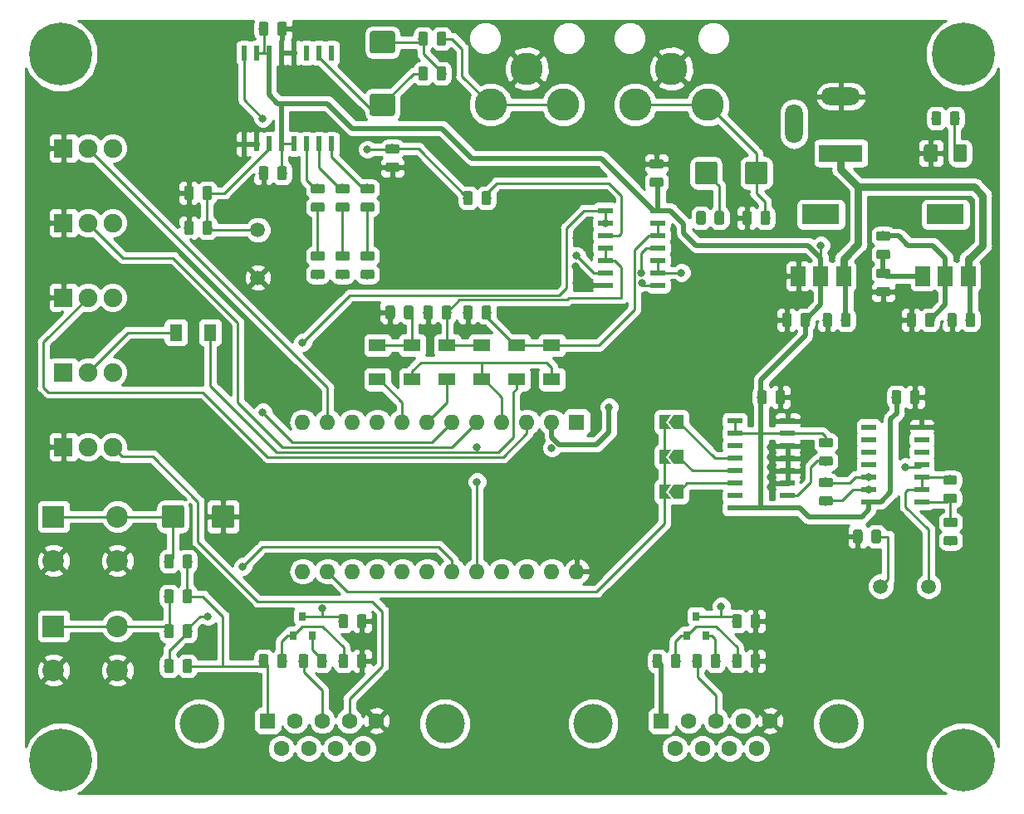
<source format=gbr>
G04 #@! TF.GenerationSoftware,KiCad,Pcbnew,5.0.2-bee76a0~70~ubuntu18.04.1*
G04 #@! TF.CreationDate,2020-01-13T15:24:33+02:00*
G04 #@! TF.ProjectId,videosport,76696465-6f73-4706-9f72-742e6b696361,rev?*
G04 #@! TF.SameCoordinates,Original*
G04 #@! TF.FileFunction,Copper,L1,Top*
G04 #@! TF.FilePolarity,Positive*
%FSLAX46Y46*%
G04 Gerber Fmt 4.6, Leading zero omitted, Abs format (unit mm)*
G04 Created by KiCad (PCBNEW 5.0.2-bee76a0~70~ubuntu18.04.1) date Пнд 13 янв 2020 15:24:33*
%MOMM*%
%LPD*%
G01*
G04 APERTURE LIST*
G04 #@! TA.AperFunction,Conductor*
%ADD10C,0.100000*%
G04 #@! TD*
G04 #@! TA.AperFunction,SMDPad,CuDef*
%ADD11C,0.975000*%
G04 #@! TD*
G04 #@! TA.AperFunction,SMDPad,CuDef*
%ADD12R,1.500000X2.000000*%
G04 #@! TD*
G04 #@! TA.AperFunction,SMDPad,CuDef*
%ADD13R,3.800000X2.000000*%
G04 #@! TD*
G04 #@! TA.AperFunction,SMDPad,CuDef*
%ADD14C,1.425000*%
G04 #@! TD*
G04 #@! TA.AperFunction,ComponentPad*
%ADD15C,0.800000*%
G04 #@! TD*
G04 #@! TA.AperFunction,ComponentPad*
%ADD16C,6.400000*%
G04 #@! TD*
G04 #@! TA.AperFunction,SMDPad,CuDef*
%ADD17R,1.700000X1.300000*%
G04 #@! TD*
G04 #@! TA.AperFunction,SMDPad,CuDef*
%ADD18R,1.300000X1.700000*%
G04 #@! TD*
G04 #@! TA.AperFunction,ComponentPad*
%ADD19R,1.600000X1.600000*%
G04 #@! TD*
G04 #@! TA.AperFunction,ComponentPad*
%ADD20O,1.600000X1.600000*%
G04 #@! TD*
G04 #@! TA.AperFunction,ComponentPad*
%ADD21C,1.900000*%
G04 #@! TD*
G04 #@! TA.AperFunction,ComponentPad*
%ADD22R,1.900000X1.900000*%
G04 #@! TD*
G04 #@! TA.AperFunction,ComponentPad*
%ADD23C,2.200000*%
G04 #@! TD*
G04 #@! TA.AperFunction,ComponentPad*
%ADD24R,2.200000X2.200000*%
G04 #@! TD*
G04 #@! TA.AperFunction,SMDPad,CuDef*
%ADD25C,2.250000*%
G04 #@! TD*
G04 #@! TA.AperFunction,ComponentPad*
%ADD26C,1.500000*%
G04 #@! TD*
G04 #@! TA.AperFunction,SMDPad,CuDef*
%ADD27R,0.800000X0.900000*%
G04 #@! TD*
G04 #@! TA.AperFunction,SMDPad,CuDef*
%ADD28C,0.300000*%
G04 #@! TD*
G04 #@! TA.AperFunction,SMDPad,CuDef*
%ADD29R,1.500000X0.600000*%
G04 #@! TD*
G04 #@! TA.AperFunction,ComponentPad*
%ADD30C,3.314700*%
G04 #@! TD*
G04 #@! TA.AperFunction,ComponentPad*
%ADD31O,1.800000X4.000000*%
G04 #@! TD*
G04 #@! TA.AperFunction,ComponentPad*
%ADD32O,4.000000X1.800000*%
G04 #@! TD*
G04 #@! TA.AperFunction,ComponentPad*
%ADD33R,4.400000X1.800000*%
G04 #@! TD*
G04 #@! TA.AperFunction,ComponentPad*
%ADD34C,4.000000*%
G04 #@! TD*
G04 #@! TA.AperFunction,ComponentPad*
%ADD35C,1.600000*%
G04 #@! TD*
G04 #@! TA.AperFunction,SMDPad,CuDef*
%ADD36R,0.600000X1.500000*%
G04 #@! TD*
G04 #@! TA.AperFunction,ViaPad*
%ADD37C,0.800000*%
G04 #@! TD*
G04 #@! TA.AperFunction,Conductor*
%ADD38C,0.250000*%
G04 #@! TD*
G04 #@! TA.AperFunction,Conductor*
%ADD39C,0.500000*%
G04 #@! TD*
G04 #@! TA.AperFunction,Conductor*
%ADD40C,0.750000*%
G04 #@! TD*
G04 #@! TA.AperFunction,Conductor*
%ADD41C,0.254000*%
G04 #@! TD*
G04 APERTURE END LIST*
D10*
G04 #@! TO.N,Net-(C2-Pad2)*
G04 #@! TO.C,C2*
G36*
X196393982Y-106489174D02*
X196417643Y-106492684D01*
X196440847Y-106498496D01*
X196463369Y-106506554D01*
X196484993Y-106516782D01*
X196505510Y-106529079D01*
X196524723Y-106543329D01*
X196542447Y-106559393D01*
X196558511Y-106577117D01*
X196572761Y-106596330D01*
X196585058Y-106616847D01*
X196595286Y-106638471D01*
X196603344Y-106660993D01*
X196609156Y-106684197D01*
X196612666Y-106707858D01*
X196613840Y-106731750D01*
X196613840Y-107644250D01*
X196612666Y-107668142D01*
X196609156Y-107691803D01*
X196603344Y-107715007D01*
X196595286Y-107737529D01*
X196585058Y-107759153D01*
X196572761Y-107779670D01*
X196558511Y-107798883D01*
X196542447Y-107816607D01*
X196524723Y-107832671D01*
X196505510Y-107846921D01*
X196484993Y-107859218D01*
X196463369Y-107869446D01*
X196440847Y-107877504D01*
X196417643Y-107883316D01*
X196393982Y-107886826D01*
X196370090Y-107888000D01*
X195882590Y-107888000D01*
X195858698Y-107886826D01*
X195835037Y-107883316D01*
X195811833Y-107877504D01*
X195789311Y-107869446D01*
X195767687Y-107859218D01*
X195747170Y-107846921D01*
X195727957Y-107832671D01*
X195710233Y-107816607D01*
X195694169Y-107798883D01*
X195679919Y-107779670D01*
X195667622Y-107759153D01*
X195657394Y-107737529D01*
X195649336Y-107715007D01*
X195643524Y-107691803D01*
X195640014Y-107668142D01*
X195638840Y-107644250D01*
X195638840Y-106731750D01*
X195640014Y-106707858D01*
X195643524Y-106684197D01*
X195649336Y-106660993D01*
X195657394Y-106638471D01*
X195667622Y-106616847D01*
X195679919Y-106596330D01*
X195694169Y-106577117D01*
X195710233Y-106559393D01*
X195727957Y-106543329D01*
X195747170Y-106529079D01*
X195767687Y-106516782D01*
X195789311Y-106506554D01*
X195811833Y-106498496D01*
X195835037Y-106492684D01*
X195858698Y-106489174D01*
X195882590Y-106488000D01*
X196370090Y-106488000D01*
X196393982Y-106489174D01*
X196393982Y-106489174D01*
G37*
D11*
G04 #@! TD*
G04 #@! TO.P,C2,2*
G04 #@! TO.N,Net-(C2-Pad2)*
X196126340Y-107188000D03*
D10*
G04 #@! TO.N,GND*
G04 #@! TO.C,C2*
G36*
X194518982Y-106489174D02*
X194542643Y-106492684D01*
X194565847Y-106498496D01*
X194588369Y-106506554D01*
X194609993Y-106516782D01*
X194630510Y-106529079D01*
X194649723Y-106543329D01*
X194667447Y-106559393D01*
X194683511Y-106577117D01*
X194697761Y-106596330D01*
X194710058Y-106616847D01*
X194720286Y-106638471D01*
X194728344Y-106660993D01*
X194734156Y-106684197D01*
X194737666Y-106707858D01*
X194738840Y-106731750D01*
X194738840Y-107644250D01*
X194737666Y-107668142D01*
X194734156Y-107691803D01*
X194728344Y-107715007D01*
X194720286Y-107737529D01*
X194710058Y-107759153D01*
X194697761Y-107779670D01*
X194683511Y-107798883D01*
X194667447Y-107816607D01*
X194649723Y-107832671D01*
X194630510Y-107846921D01*
X194609993Y-107859218D01*
X194588369Y-107869446D01*
X194565847Y-107877504D01*
X194542643Y-107883316D01*
X194518982Y-107886826D01*
X194495090Y-107888000D01*
X194007590Y-107888000D01*
X193983698Y-107886826D01*
X193960037Y-107883316D01*
X193936833Y-107877504D01*
X193914311Y-107869446D01*
X193892687Y-107859218D01*
X193872170Y-107846921D01*
X193852957Y-107832671D01*
X193835233Y-107816607D01*
X193819169Y-107798883D01*
X193804919Y-107779670D01*
X193792622Y-107759153D01*
X193782394Y-107737529D01*
X193774336Y-107715007D01*
X193768524Y-107691803D01*
X193765014Y-107668142D01*
X193763840Y-107644250D01*
X193763840Y-106731750D01*
X193765014Y-106707858D01*
X193768524Y-106684197D01*
X193774336Y-106660993D01*
X193782394Y-106638471D01*
X193792622Y-106616847D01*
X193804919Y-106596330D01*
X193819169Y-106577117D01*
X193835233Y-106559393D01*
X193852957Y-106543329D01*
X193872170Y-106529079D01*
X193892687Y-106516782D01*
X193914311Y-106506554D01*
X193936833Y-106498496D01*
X193960037Y-106492684D01*
X193983698Y-106489174D01*
X194007590Y-106488000D01*
X194495090Y-106488000D01*
X194518982Y-106489174D01*
X194518982Y-106489174D01*
G37*
D11*
G04 #@! TD*
G04 #@! TO.P,C2,1*
G04 #@! TO.N,GND*
X194251340Y-107188000D03*
D10*
G04 #@! TO.N,GND*
G04 #@! TO.C,C4*
G36*
X143953142Y-115125174D02*
X143976803Y-115128684D01*
X144000007Y-115134496D01*
X144022529Y-115142554D01*
X144044153Y-115152782D01*
X144064670Y-115165079D01*
X144083883Y-115179329D01*
X144101607Y-115195393D01*
X144117671Y-115213117D01*
X144131921Y-115232330D01*
X144144218Y-115252847D01*
X144154446Y-115274471D01*
X144162504Y-115296993D01*
X144168316Y-115320197D01*
X144171826Y-115343858D01*
X144173000Y-115367750D01*
X144173000Y-116280250D01*
X144171826Y-116304142D01*
X144168316Y-116327803D01*
X144162504Y-116351007D01*
X144154446Y-116373529D01*
X144144218Y-116395153D01*
X144131921Y-116415670D01*
X144117671Y-116434883D01*
X144101607Y-116452607D01*
X144083883Y-116468671D01*
X144064670Y-116482921D01*
X144044153Y-116495218D01*
X144022529Y-116505446D01*
X144000007Y-116513504D01*
X143976803Y-116519316D01*
X143953142Y-116522826D01*
X143929250Y-116524000D01*
X143441750Y-116524000D01*
X143417858Y-116522826D01*
X143394197Y-116519316D01*
X143370993Y-116513504D01*
X143348471Y-116505446D01*
X143326847Y-116495218D01*
X143306330Y-116482921D01*
X143287117Y-116468671D01*
X143269393Y-116452607D01*
X143253329Y-116434883D01*
X143239079Y-116415670D01*
X143226782Y-116395153D01*
X143216554Y-116373529D01*
X143208496Y-116351007D01*
X143202684Y-116327803D01*
X143199174Y-116304142D01*
X143198000Y-116280250D01*
X143198000Y-115367750D01*
X143199174Y-115343858D01*
X143202684Y-115320197D01*
X143208496Y-115296993D01*
X143216554Y-115274471D01*
X143226782Y-115252847D01*
X143239079Y-115232330D01*
X143253329Y-115213117D01*
X143269393Y-115195393D01*
X143287117Y-115179329D01*
X143306330Y-115165079D01*
X143326847Y-115152782D01*
X143348471Y-115142554D01*
X143370993Y-115134496D01*
X143394197Y-115128684D01*
X143417858Y-115125174D01*
X143441750Y-115124000D01*
X143929250Y-115124000D01*
X143953142Y-115125174D01*
X143953142Y-115125174D01*
G37*
D11*
G04 #@! TD*
G04 #@! TO.P,C4,1*
G04 #@! TO.N,GND*
X143685500Y-115824000D03*
D10*
G04 #@! TO.N,PL*
G04 #@! TO.C,C4*
G36*
X142078142Y-115125174D02*
X142101803Y-115128684D01*
X142125007Y-115134496D01*
X142147529Y-115142554D01*
X142169153Y-115152782D01*
X142189670Y-115165079D01*
X142208883Y-115179329D01*
X142226607Y-115195393D01*
X142242671Y-115213117D01*
X142256921Y-115232330D01*
X142269218Y-115252847D01*
X142279446Y-115274471D01*
X142287504Y-115296993D01*
X142293316Y-115320197D01*
X142296826Y-115343858D01*
X142298000Y-115367750D01*
X142298000Y-116280250D01*
X142296826Y-116304142D01*
X142293316Y-116327803D01*
X142287504Y-116351007D01*
X142279446Y-116373529D01*
X142269218Y-116395153D01*
X142256921Y-116415670D01*
X142242671Y-116434883D01*
X142226607Y-116452607D01*
X142208883Y-116468671D01*
X142189670Y-116482921D01*
X142169153Y-116495218D01*
X142147529Y-116505446D01*
X142125007Y-116513504D01*
X142101803Y-116519316D01*
X142078142Y-116522826D01*
X142054250Y-116524000D01*
X141566750Y-116524000D01*
X141542858Y-116522826D01*
X141519197Y-116519316D01*
X141495993Y-116513504D01*
X141473471Y-116505446D01*
X141451847Y-116495218D01*
X141431330Y-116482921D01*
X141412117Y-116468671D01*
X141394393Y-116452607D01*
X141378329Y-116434883D01*
X141364079Y-116415670D01*
X141351782Y-116395153D01*
X141341554Y-116373529D01*
X141333496Y-116351007D01*
X141327684Y-116327803D01*
X141324174Y-116304142D01*
X141323000Y-116280250D01*
X141323000Y-115367750D01*
X141324174Y-115343858D01*
X141327684Y-115320197D01*
X141333496Y-115296993D01*
X141341554Y-115274471D01*
X141351782Y-115252847D01*
X141364079Y-115232330D01*
X141378329Y-115213117D01*
X141394393Y-115195393D01*
X141412117Y-115179329D01*
X141431330Y-115165079D01*
X141451847Y-115152782D01*
X141473471Y-115142554D01*
X141495993Y-115134496D01*
X141519197Y-115128684D01*
X141542858Y-115125174D01*
X141566750Y-115124000D01*
X142054250Y-115124000D01*
X142078142Y-115125174D01*
X142078142Y-115125174D01*
G37*
D11*
G04 #@! TD*
G04 #@! TO.P,C4,2*
G04 #@! TO.N,PL*
X141810500Y-115824000D03*
D10*
G04 #@! TO.N,PR*
G04 #@! TO.C,C5*
G36*
X182210142Y-115125174D02*
X182233803Y-115128684D01*
X182257007Y-115134496D01*
X182279529Y-115142554D01*
X182301153Y-115152782D01*
X182321670Y-115165079D01*
X182340883Y-115179329D01*
X182358607Y-115195393D01*
X182374671Y-115213117D01*
X182388921Y-115232330D01*
X182401218Y-115252847D01*
X182411446Y-115274471D01*
X182419504Y-115296993D01*
X182425316Y-115320197D01*
X182428826Y-115343858D01*
X182430000Y-115367750D01*
X182430000Y-116280250D01*
X182428826Y-116304142D01*
X182425316Y-116327803D01*
X182419504Y-116351007D01*
X182411446Y-116373529D01*
X182401218Y-116395153D01*
X182388921Y-116415670D01*
X182374671Y-116434883D01*
X182358607Y-116452607D01*
X182340883Y-116468671D01*
X182321670Y-116482921D01*
X182301153Y-116495218D01*
X182279529Y-116505446D01*
X182257007Y-116513504D01*
X182233803Y-116519316D01*
X182210142Y-116522826D01*
X182186250Y-116524000D01*
X181698750Y-116524000D01*
X181674858Y-116522826D01*
X181651197Y-116519316D01*
X181627993Y-116513504D01*
X181605471Y-116505446D01*
X181583847Y-116495218D01*
X181563330Y-116482921D01*
X181544117Y-116468671D01*
X181526393Y-116452607D01*
X181510329Y-116434883D01*
X181496079Y-116415670D01*
X181483782Y-116395153D01*
X181473554Y-116373529D01*
X181465496Y-116351007D01*
X181459684Y-116327803D01*
X181456174Y-116304142D01*
X181455000Y-116280250D01*
X181455000Y-115367750D01*
X181456174Y-115343858D01*
X181459684Y-115320197D01*
X181465496Y-115296993D01*
X181473554Y-115274471D01*
X181483782Y-115252847D01*
X181496079Y-115232330D01*
X181510329Y-115213117D01*
X181526393Y-115195393D01*
X181544117Y-115179329D01*
X181563330Y-115165079D01*
X181583847Y-115152782D01*
X181605471Y-115142554D01*
X181627993Y-115134496D01*
X181651197Y-115128684D01*
X181674858Y-115125174D01*
X181698750Y-115124000D01*
X182186250Y-115124000D01*
X182210142Y-115125174D01*
X182210142Y-115125174D01*
G37*
D11*
G04 #@! TD*
G04 #@! TO.P,C5,2*
G04 #@! TO.N,PR*
X181942500Y-115824000D03*
D10*
G04 #@! TO.N,GND*
G04 #@! TO.C,C5*
G36*
X184085142Y-115125174D02*
X184108803Y-115128684D01*
X184132007Y-115134496D01*
X184154529Y-115142554D01*
X184176153Y-115152782D01*
X184196670Y-115165079D01*
X184215883Y-115179329D01*
X184233607Y-115195393D01*
X184249671Y-115213117D01*
X184263921Y-115232330D01*
X184276218Y-115252847D01*
X184286446Y-115274471D01*
X184294504Y-115296993D01*
X184300316Y-115320197D01*
X184303826Y-115343858D01*
X184305000Y-115367750D01*
X184305000Y-116280250D01*
X184303826Y-116304142D01*
X184300316Y-116327803D01*
X184294504Y-116351007D01*
X184286446Y-116373529D01*
X184276218Y-116395153D01*
X184263921Y-116415670D01*
X184249671Y-116434883D01*
X184233607Y-116452607D01*
X184215883Y-116468671D01*
X184196670Y-116482921D01*
X184176153Y-116495218D01*
X184154529Y-116505446D01*
X184132007Y-116513504D01*
X184108803Y-116519316D01*
X184085142Y-116522826D01*
X184061250Y-116524000D01*
X183573750Y-116524000D01*
X183549858Y-116522826D01*
X183526197Y-116519316D01*
X183502993Y-116513504D01*
X183480471Y-116505446D01*
X183458847Y-116495218D01*
X183438330Y-116482921D01*
X183419117Y-116468671D01*
X183401393Y-116452607D01*
X183385329Y-116434883D01*
X183371079Y-116415670D01*
X183358782Y-116395153D01*
X183348554Y-116373529D01*
X183340496Y-116351007D01*
X183334684Y-116327803D01*
X183331174Y-116304142D01*
X183330000Y-116280250D01*
X183330000Y-115367750D01*
X183331174Y-115343858D01*
X183334684Y-115320197D01*
X183340496Y-115296993D01*
X183348554Y-115274471D01*
X183358782Y-115252847D01*
X183371079Y-115232330D01*
X183385329Y-115213117D01*
X183401393Y-115195393D01*
X183419117Y-115179329D01*
X183438330Y-115165079D01*
X183458847Y-115152782D01*
X183480471Y-115142554D01*
X183502993Y-115134496D01*
X183526197Y-115128684D01*
X183549858Y-115125174D01*
X183573750Y-115124000D01*
X184061250Y-115124000D01*
X184085142Y-115125174D01*
X184085142Y-115125174D01*
G37*
D11*
G04 #@! TD*
G04 #@! TO.P,C5,1*
G04 #@! TO.N,GND*
X183817500Y-115824000D03*
D10*
G04 #@! TO.N,Net-(C7-Pad1)*
G04 #@! TO.C,C7*
G36*
X142212142Y-73095174D02*
X142235803Y-73098684D01*
X142259007Y-73104496D01*
X142281529Y-73112554D01*
X142303153Y-73122782D01*
X142323670Y-73135079D01*
X142342883Y-73149329D01*
X142360607Y-73165393D01*
X142376671Y-73183117D01*
X142390921Y-73202330D01*
X142403218Y-73222847D01*
X142413446Y-73244471D01*
X142421504Y-73266993D01*
X142427316Y-73290197D01*
X142430826Y-73313858D01*
X142432000Y-73337750D01*
X142432000Y-73825250D01*
X142430826Y-73849142D01*
X142427316Y-73872803D01*
X142421504Y-73896007D01*
X142413446Y-73918529D01*
X142403218Y-73940153D01*
X142390921Y-73960670D01*
X142376671Y-73979883D01*
X142360607Y-73997607D01*
X142342883Y-74013671D01*
X142323670Y-74027921D01*
X142303153Y-74040218D01*
X142281529Y-74050446D01*
X142259007Y-74058504D01*
X142235803Y-74064316D01*
X142212142Y-74067826D01*
X142188250Y-74069000D01*
X141275750Y-74069000D01*
X141251858Y-74067826D01*
X141228197Y-74064316D01*
X141204993Y-74058504D01*
X141182471Y-74050446D01*
X141160847Y-74040218D01*
X141140330Y-74027921D01*
X141121117Y-74013671D01*
X141103393Y-73997607D01*
X141087329Y-73979883D01*
X141073079Y-73960670D01*
X141060782Y-73940153D01*
X141050554Y-73918529D01*
X141042496Y-73896007D01*
X141036684Y-73872803D01*
X141033174Y-73849142D01*
X141032000Y-73825250D01*
X141032000Y-73337750D01*
X141033174Y-73313858D01*
X141036684Y-73290197D01*
X141042496Y-73266993D01*
X141050554Y-73244471D01*
X141060782Y-73222847D01*
X141073079Y-73202330D01*
X141087329Y-73183117D01*
X141103393Y-73165393D01*
X141121117Y-73149329D01*
X141140330Y-73135079D01*
X141160847Y-73122782D01*
X141182471Y-73112554D01*
X141204993Y-73104496D01*
X141228197Y-73098684D01*
X141251858Y-73095174D01*
X141275750Y-73094000D01*
X142188250Y-73094000D01*
X142212142Y-73095174D01*
X142212142Y-73095174D01*
G37*
D11*
G04 #@! TD*
G04 #@! TO.P,C7,1*
G04 #@! TO.N,Net-(C7-Pad1)*
X141732000Y-73581500D03*
D10*
G04 #@! TO.N,Net-(C7-Pad2)*
G04 #@! TO.C,C7*
G36*
X142212142Y-71220174D02*
X142235803Y-71223684D01*
X142259007Y-71229496D01*
X142281529Y-71237554D01*
X142303153Y-71247782D01*
X142323670Y-71260079D01*
X142342883Y-71274329D01*
X142360607Y-71290393D01*
X142376671Y-71308117D01*
X142390921Y-71327330D01*
X142403218Y-71347847D01*
X142413446Y-71369471D01*
X142421504Y-71391993D01*
X142427316Y-71415197D01*
X142430826Y-71438858D01*
X142432000Y-71462750D01*
X142432000Y-71950250D01*
X142430826Y-71974142D01*
X142427316Y-71997803D01*
X142421504Y-72021007D01*
X142413446Y-72043529D01*
X142403218Y-72065153D01*
X142390921Y-72085670D01*
X142376671Y-72104883D01*
X142360607Y-72122607D01*
X142342883Y-72138671D01*
X142323670Y-72152921D01*
X142303153Y-72165218D01*
X142281529Y-72175446D01*
X142259007Y-72183504D01*
X142235803Y-72189316D01*
X142212142Y-72192826D01*
X142188250Y-72194000D01*
X141275750Y-72194000D01*
X141251858Y-72192826D01*
X141228197Y-72189316D01*
X141204993Y-72183504D01*
X141182471Y-72175446D01*
X141160847Y-72165218D01*
X141140330Y-72152921D01*
X141121117Y-72138671D01*
X141103393Y-72122607D01*
X141087329Y-72104883D01*
X141073079Y-72085670D01*
X141060782Y-72065153D01*
X141050554Y-72043529D01*
X141042496Y-72021007D01*
X141036684Y-71997803D01*
X141033174Y-71974142D01*
X141032000Y-71950250D01*
X141032000Y-71462750D01*
X141033174Y-71438858D01*
X141036684Y-71415197D01*
X141042496Y-71391993D01*
X141050554Y-71369471D01*
X141060782Y-71347847D01*
X141073079Y-71327330D01*
X141087329Y-71308117D01*
X141103393Y-71290393D01*
X141121117Y-71274329D01*
X141140330Y-71260079D01*
X141160847Y-71247782D01*
X141182471Y-71237554D01*
X141204993Y-71229496D01*
X141228197Y-71223684D01*
X141251858Y-71220174D01*
X141275750Y-71219000D01*
X142188250Y-71219000D01*
X142212142Y-71220174D01*
X142212142Y-71220174D01*
G37*
D11*
G04 #@! TD*
G04 #@! TO.P,C7,2*
G04 #@! TO.N,Net-(C7-Pad2)*
X141732000Y-71706500D03*
D10*
G04 #@! TO.N,Net-(C8-Pad2)*
G04 #@! TO.C,C8*
G36*
X139672142Y-71220174D02*
X139695803Y-71223684D01*
X139719007Y-71229496D01*
X139741529Y-71237554D01*
X139763153Y-71247782D01*
X139783670Y-71260079D01*
X139802883Y-71274329D01*
X139820607Y-71290393D01*
X139836671Y-71308117D01*
X139850921Y-71327330D01*
X139863218Y-71347847D01*
X139873446Y-71369471D01*
X139881504Y-71391993D01*
X139887316Y-71415197D01*
X139890826Y-71438858D01*
X139892000Y-71462750D01*
X139892000Y-71950250D01*
X139890826Y-71974142D01*
X139887316Y-71997803D01*
X139881504Y-72021007D01*
X139873446Y-72043529D01*
X139863218Y-72065153D01*
X139850921Y-72085670D01*
X139836671Y-72104883D01*
X139820607Y-72122607D01*
X139802883Y-72138671D01*
X139783670Y-72152921D01*
X139763153Y-72165218D01*
X139741529Y-72175446D01*
X139719007Y-72183504D01*
X139695803Y-72189316D01*
X139672142Y-72192826D01*
X139648250Y-72194000D01*
X138735750Y-72194000D01*
X138711858Y-72192826D01*
X138688197Y-72189316D01*
X138664993Y-72183504D01*
X138642471Y-72175446D01*
X138620847Y-72165218D01*
X138600330Y-72152921D01*
X138581117Y-72138671D01*
X138563393Y-72122607D01*
X138547329Y-72104883D01*
X138533079Y-72085670D01*
X138520782Y-72065153D01*
X138510554Y-72043529D01*
X138502496Y-72021007D01*
X138496684Y-71997803D01*
X138493174Y-71974142D01*
X138492000Y-71950250D01*
X138492000Y-71462750D01*
X138493174Y-71438858D01*
X138496684Y-71415197D01*
X138502496Y-71391993D01*
X138510554Y-71369471D01*
X138520782Y-71347847D01*
X138533079Y-71327330D01*
X138547329Y-71308117D01*
X138563393Y-71290393D01*
X138581117Y-71274329D01*
X138600330Y-71260079D01*
X138620847Y-71247782D01*
X138642471Y-71237554D01*
X138664993Y-71229496D01*
X138688197Y-71223684D01*
X138711858Y-71220174D01*
X138735750Y-71219000D01*
X139648250Y-71219000D01*
X139672142Y-71220174D01*
X139672142Y-71220174D01*
G37*
D11*
G04 #@! TD*
G04 #@! TO.P,C8,2*
G04 #@! TO.N,Net-(C8-Pad2)*
X139192000Y-71706500D03*
D10*
G04 #@! TO.N,Net-(C8-Pad1)*
G04 #@! TO.C,C8*
G36*
X139672142Y-73095174D02*
X139695803Y-73098684D01*
X139719007Y-73104496D01*
X139741529Y-73112554D01*
X139763153Y-73122782D01*
X139783670Y-73135079D01*
X139802883Y-73149329D01*
X139820607Y-73165393D01*
X139836671Y-73183117D01*
X139850921Y-73202330D01*
X139863218Y-73222847D01*
X139873446Y-73244471D01*
X139881504Y-73266993D01*
X139887316Y-73290197D01*
X139890826Y-73313858D01*
X139892000Y-73337750D01*
X139892000Y-73825250D01*
X139890826Y-73849142D01*
X139887316Y-73872803D01*
X139881504Y-73896007D01*
X139873446Y-73918529D01*
X139863218Y-73940153D01*
X139850921Y-73960670D01*
X139836671Y-73979883D01*
X139820607Y-73997607D01*
X139802883Y-74013671D01*
X139783670Y-74027921D01*
X139763153Y-74040218D01*
X139741529Y-74050446D01*
X139719007Y-74058504D01*
X139695803Y-74064316D01*
X139672142Y-74067826D01*
X139648250Y-74069000D01*
X138735750Y-74069000D01*
X138711858Y-74067826D01*
X138688197Y-74064316D01*
X138664993Y-74058504D01*
X138642471Y-74050446D01*
X138620847Y-74040218D01*
X138600330Y-74027921D01*
X138581117Y-74013671D01*
X138563393Y-73997607D01*
X138547329Y-73979883D01*
X138533079Y-73960670D01*
X138520782Y-73940153D01*
X138510554Y-73918529D01*
X138502496Y-73896007D01*
X138496684Y-73872803D01*
X138493174Y-73849142D01*
X138492000Y-73825250D01*
X138492000Y-73337750D01*
X138493174Y-73313858D01*
X138496684Y-73290197D01*
X138502496Y-73266993D01*
X138510554Y-73244471D01*
X138520782Y-73222847D01*
X138533079Y-73202330D01*
X138547329Y-73183117D01*
X138563393Y-73165393D01*
X138581117Y-73149329D01*
X138600330Y-73135079D01*
X138620847Y-73122782D01*
X138642471Y-73112554D01*
X138664993Y-73104496D01*
X138688197Y-73098684D01*
X138711858Y-73095174D01*
X138735750Y-73094000D01*
X139648250Y-73094000D01*
X139672142Y-73095174D01*
X139672142Y-73095174D01*
G37*
D11*
G04 #@! TD*
G04 #@! TO.P,C8,1*
G04 #@! TO.N,Net-(C8-Pad1)*
X139192000Y-73581500D03*
D10*
G04 #@! TO.N,Net-(C9-Pad1)*
G04 #@! TO.C,C9*
G36*
X144752142Y-73095174D02*
X144775803Y-73098684D01*
X144799007Y-73104496D01*
X144821529Y-73112554D01*
X144843153Y-73122782D01*
X144863670Y-73135079D01*
X144882883Y-73149329D01*
X144900607Y-73165393D01*
X144916671Y-73183117D01*
X144930921Y-73202330D01*
X144943218Y-73222847D01*
X144953446Y-73244471D01*
X144961504Y-73266993D01*
X144967316Y-73290197D01*
X144970826Y-73313858D01*
X144972000Y-73337750D01*
X144972000Y-73825250D01*
X144970826Y-73849142D01*
X144967316Y-73872803D01*
X144961504Y-73896007D01*
X144953446Y-73918529D01*
X144943218Y-73940153D01*
X144930921Y-73960670D01*
X144916671Y-73979883D01*
X144900607Y-73997607D01*
X144882883Y-74013671D01*
X144863670Y-74027921D01*
X144843153Y-74040218D01*
X144821529Y-74050446D01*
X144799007Y-74058504D01*
X144775803Y-74064316D01*
X144752142Y-74067826D01*
X144728250Y-74069000D01*
X143815750Y-74069000D01*
X143791858Y-74067826D01*
X143768197Y-74064316D01*
X143744993Y-74058504D01*
X143722471Y-74050446D01*
X143700847Y-74040218D01*
X143680330Y-74027921D01*
X143661117Y-74013671D01*
X143643393Y-73997607D01*
X143627329Y-73979883D01*
X143613079Y-73960670D01*
X143600782Y-73940153D01*
X143590554Y-73918529D01*
X143582496Y-73896007D01*
X143576684Y-73872803D01*
X143573174Y-73849142D01*
X143572000Y-73825250D01*
X143572000Y-73337750D01*
X143573174Y-73313858D01*
X143576684Y-73290197D01*
X143582496Y-73266993D01*
X143590554Y-73244471D01*
X143600782Y-73222847D01*
X143613079Y-73202330D01*
X143627329Y-73183117D01*
X143643393Y-73165393D01*
X143661117Y-73149329D01*
X143680330Y-73135079D01*
X143700847Y-73122782D01*
X143722471Y-73112554D01*
X143744993Y-73104496D01*
X143768197Y-73098684D01*
X143791858Y-73095174D01*
X143815750Y-73094000D01*
X144728250Y-73094000D01*
X144752142Y-73095174D01*
X144752142Y-73095174D01*
G37*
D11*
G04 #@! TD*
G04 #@! TO.P,C9,1*
G04 #@! TO.N,Net-(C9-Pad1)*
X144272000Y-73581500D03*
D10*
G04 #@! TO.N,Net-(C9-Pad2)*
G04 #@! TO.C,C9*
G36*
X144752142Y-71220174D02*
X144775803Y-71223684D01*
X144799007Y-71229496D01*
X144821529Y-71237554D01*
X144843153Y-71247782D01*
X144863670Y-71260079D01*
X144882883Y-71274329D01*
X144900607Y-71290393D01*
X144916671Y-71308117D01*
X144930921Y-71327330D01*
X144943218Y-71347847D01*
X144953446Y-71369471D01*
X144961504Y-71391993D01*
X144967316Y-71415197D01*
X144970826Y-71438858D01*
X144972000Y-71462750D01*
X144972000Y-71950250D01*
X144970826Y-71974142D01*
X144967316Y-71997803D01*
X144961504Y-72021007D01*
X144953446Y-72043529D01*
X144943218Y-72065153D01*
X144930921Y-72085670D01*
X144916671Y-72104883D01*
X144900607Y-72122607D01*
X144882883Y-72138671D01*
X144863670Y-72152921D01*
X144843153Y-72165218D01*
X144821529Y-72175446D01*
X144799007Y-72183504D01*
X144775803Y-72189316D01*
X144752142Y-72192826D01*
X144728250Y-72194000D01*
X143815750Y-72194000D01*
X143791858Y-72192826D01*
X143768197Y-72189316D01*
X143744993Y-72183504D01*
X143722471Y-72175446D01*
X143700847Y-72165218D01*
X143680330Y-72152921D01*
X143661117Y-72138671D01*
X143643393Y-72122607D01*
X143627329Y-72104883D01*
X143613079Y-72085670D01*
X143600782Y-72065153D01*
X143590554Y-72043529D01*
X143582496Y-72021007D01*
X143576684Y-71997803D01*
X143573174Y-71974142D01*
X143572000Y-71950250D01*
X143572000Y-71462750D01*
X143573174Y-71438858D01*
X143576684Y-71415197D01*
X143582496Y-71391993D01*
X143590554Y-71369471D01*
X143600782Y-71347847D01*
X143613079Y-71327330D01*
X143627329Y-71308117D01*
X143643393Y-71290393D01*
X143661117Y-71274329D01*
X143680330Y-71260079D01*
X143700847Y-71247782D01*
X143722471Y-71237554D01*
X143744993Y-71229496D01*
X143768197Y-71223684D01*
X143791858Y-71220174D01*
X143815750Y-71219000D01*
X144728250Y-71219000D01*
X144752142Y-71220174D01*
X144752142Y-71220174D01*
G37*
D11*
G04 #@! TD*
G04 #@! TO.P,C9,2*
G04 #@! TO.N,Net-(C9-Pad2)*
X144272000Y-71706500D03*
D10*
G04 #@! TO.N,Net-(C10-Pad2)*
G04 #@! TO.C,C10*
G36*
X128205142Y-74993174D02*
X128228803Y-74996684D01*
X128252007Y-75002496D01*
X128274529Y-75010554D01*
X128296153Y-75020782D01*
X128316670Y-75033079D01*
X128335883Y-75047329D01*
X128353607Y-75063393D01*
X128369671Y-75081117D01*
X128383921Y-75100330D01*
X128396218Y-75120847D01*
X128406446Y-75142471D01*
X128414504Y-75164993D01*
X128420316Y-75188197D01*
X128423826Y-75211858D01*
X128425000Y-75235750D01*
X128425000Y-76148250D01*
X128423826Y-76172142D01*
X128420316Y-76195803D01*
X128414504Y-76219007D01*
X128406446Y-76241529D01*
X128396218Y-76263153D01*
X128383921Y-76283670D01*
X128369671Y-76302883D01*
X128353607Y-76320607D01*
X128335883Y-76336671D01*
X128316670Y-76350921D01*
X128296153Y-76363218D01*
X128274529Y-76373446D01*
X128252007Y-76381504D01*
X128228803Y-76387316D01*
X128205142Y-76390826D01*
X128181250Y-76392000D01*
X127693750Y-76392000D01*
X127669858Y-76390826D01*
X127646197Y-76387316D01*
X127622993Y-76381504D01*
X127600471Y-76373446D01*
X127578847Y-76363218D01*
X127558330Y-76350921D01*
X127539117Y-76336671D01*
X127521393Y-76320607D01*
X127505329Y-76302883D01*
X127491079Y-76283670D01*
X127478782Y-76263153D01*
X127468554Y-76241529D01*
X127460496Y-76219007D01*
X127454684Y-76195803D01*
X127451174Y-76172142D01*
X127450000Y-76148250D01*
X127450000Y-75235750D01*
X127451174Y-75211858D01*
X127454684Y-75188197D01*
X127460496Y-75164993D01*
X127468554Y-75142471D01*
X127478782Y-75120847D01*
X127491079Y-75100330D01*
X127505329Y-75081117D01*
X127521393Y-75063393D01*
X127539117Y-75047329D01*
X127558330Y-75033079D01*
X127578847Y-75020782D01*
X127600471Y-75010554D01*
X127622993Y-75002496D01*
X127646197Y-74996684D01*
X127669858Y-74993174D01*
X127693750Y-74992000D01*
X128181250Y-74992000D01*
X128205142Y-74993174D01*
X128205142Y-74993174D01*
G37*
D11*
G04 #@! TD*
G04 #@! TO.P,C10,2*
G04 #@! TO.N,Net-(C10-Pad2)*
X127937500Y-75692000D03*
D10*
G04 #@! TO.N,GND*
G04 #@! TO.C,C10*
G36*
X126330142Y-74993174D02*
X126353803Y-74996684D01*
X126377007Y-75002496D01*
X126399529Y-75010554D01*
X126421153Y-75020782D01*
X126441670Y-75033079D01*
X126460883Y-75047329D01*
X126478607Y-75063393D01*
X126494671Y-75081117D01*
X126508921Y-75100330D01*
X126521218Y-75120847D01*
X126531446Y-75142471D01*
X126539504Y-75164993D01*
X126545316Y-75188197D01*
X126548826Y-75211858D01*
X126550000Y-75235750D01*
X126550000Y-76148250D01*
X126548826Y-76172142D01*
X126545316Y-76195803D01*
X126539504Y-76219007D01*
X126531446Y-76241529D01*
X126521218Y-76263153D01*
X126508921Y-76283670D01*
X126494671Y-76302883D01*
X126478607Y-76320607D01*
X126460883Y-76336671D01*
X126441670Y-76350921D01*
X126421153Y-76363218D01*
X126399529Y-76373446D01*
X126377007Y-76381504D01*
X126353803Y-76387316D01*
X126330142Y-76390826D01*
X126306250Y-76392000D01*
X125818750Y-76392000D01*
X125794858Y-76390826D01*
X125771197Y-76387316D01*
X125747993Y-76381504D01*
X125725471Y-76373446D01*
X125703847Y-76363218D01*
X125683330Y-76350921D01*
X125664117Y-76336671D01*
X125646393Y-76320607D01*
X125630329Y-76302883D01*
X125616079Y-76283670D01*
X125603782Y-76263153D01*
X125593554Y-76241529D01*
X125585496Y-76219007D01*
X125579684Y-76195803D01*
X125576174Y-76172142D01*
X125575000Y-76148250D01*
X125575000Y-75235750D01*
X125576174Y-75211858D01*
X125579684Y-75188197D01*
X125585496Y-75164993D01*
X125593554Y-75142471D01*
X125603782Y-75120847D01*
X125616079Y-75100330D01*
X125630329Y-75081117D01*
X125646393Y-75063393D01*
X125664117Y-75047329D01*
X125683330Y-75033079D01*
X125703847Y-75020782D01*
X125725471Y-75010554D01*
X125747993Y-75002496D01*
X125771197Y-74996684D01*
X125794858Y-74993174D01*
X125818750Y-74992000D01*
X126306250Y-74992000D01*
X126330142Y-74993174D01*
X126330142Y-74993174D01*
G37*
D11*
G04 #@! TD*
G04 #@! TO.P,C10,1*
G04 #@! TO.N,GND*
X126062500Y-75692000D03*
D10*
G04 #@! TO.N,Net-(C11-Pad1)*
G04 #@! TO.C,C11*
G36*
X150206142Y-59245174D02*
X150229803Y-59248684D01*
X150253007Y-59254496D01*
X150275529Y-59262554D01*
X150297153Y-59272782D01*
X150317670Y-59285079D01*
X150336883Y-59299329D01*
X150354607Y-59315393D01*
X150370671Y-59333117D01*
X150384921Y-59352330D01*
X150397218Y-59372847D01*
X150407446Y-59394471D01*
X150415504Y-59416993D01*
X150421316Y-59440197D01*
X150424826Y-59463858D01*
X150426000Y-59487750D01*
X150426000Y-60400250D01*
X150424826Y-60424142D01*
X150421316Y-60447803D01*
X150415504Y-60471007D01*
X150407446Y-60493529D01*
X150397218Y-60515153D01*
X150384921Y-60535670D01*
X150370671Y-60554883D01*
X150354607Y-60572607D01*
X150336883Y-60588671D01*
X150317670Y-60602921D01*
X150297153Y-60615218D01*
X150275529Y-60625446D01*
X150253007Y-60633504D01*
X150229803Y-60639316D01*
X150206142Y-60642826D01*
X150182250Y-60644000D01*
X149694750Y-60644000D01*
X149670858Y-60642826D01*
X149647197Y-60639316D01*
X149623993Y-60633504D01*
X149601471Y-60625446D01*
X149579847Y-60615218D01*
X149559330Y-60602921D01*
X149540117Y-60588671D01*
X149522393Y-60572607D01*
X149506329Y-60554883D01*
X149492079Y-60535670D01*
X149479782Y-60515153D01*
X149469554Y-60493529D01*
X149461496Y-60471007D01*
X149455684Y-60447803D01*
X149452174Y-60424142D01*
X149451000Y-60400250D01*
X149451000Y-59487750D01*
X149452174Y-59463858D01*
X149455684Y-59440197D01*
X149461496Y-59416993D01*
X149469554Y-59394471D01*
X149479782Y-59372847D01*
X149492079Y-59352330D01*
X149506329Y-59333117D01*
X149522393Y-59315393D01*
X149540117Y-59299329D01*
X149559330Y-59285079D01*
X149579847Y-59272782D01*
X149601471Y-59262554D01*
X149623993Y-59254496D01*
X149647197Y-59248684D01*
X149670858Y-59245174D01*
X149694750Y-59244000D01*
X150182250Y-59244000D01*
X150206142Y-59245174D01*
X150206142Y-59245174D01*
G37*
D11*
G04 #@! TD*
G04 #@! TO.P,C11,1*
G04 #@! TO.N,Net-(C11-Pad1)*
X149938500Y-59944000D03*
D10*
G04 #@! TO.N,Net-(C11-Pad2)*
G04 #@! TO.C,C11*
G36*
X152081142Y-59245174D02*
X152104803Y-59248684D01*
X152128007Y-59254496D01*
X152150529Y-59262554D01*
X152172153Y-59272782D01*
X152192670Y-59285079D01*
X152211883Y-59299329D01*
X152229607Y-59315393D01*
X152245671Y-59333117D01*
X152259921Y-59352330D01*
X152272218Y-59372847D01*
X152282446Y-59394471D01*
X152290504Y-59416993D01*
X152296316Y-59440197D01*
X152299826Y-59463858D01*
X152301000Y-59487750D01*
X152301000Y-60400250D01*
X152299826Y-60424142D01*
X152296316Y-60447803D01*
X152290504Y-60471007D01*
X152282446Y-60493529D01*
X152272218Y-60515153D01*
X152259921Y-60535670D01*
X152245671Y-60554883D01*
X152229607Y-60572607D01*
X152211883Y-60588671D01*
X152192670Y-60602921D01*
X152172153Y-60615218D01*
X152150529Y-60625446D01*
X152128007Y-60633504D01*
X152104803Y-60639316D01*
X152081142Y-60642826D01*
X152057250Y-60644000D01*
X151569750Y-60644000D01*
X151545858Y-60642826D01*
X151522197Y-60639316D01*
X151498993Y-60633504D01*
X151476471Y-60625446D01*
X151454847Y-60615218D01*
X151434330Y-60602921D01*
X151415117Y-60588671D01*
X151397393Y-60572607D01*
X151381329Y-60554883D01*
X151367079Y-60535670D01*
X151354782Y-60515153D01*
X151344554Y-60493529D01*
X151336496Y-60471007D01*
X151330684Y-60447803D01*
X151327174Y-60424142D01*
X151326000Y-60400250D01*
X151326000Y-59487750D01*
X151327174Y-59463858D01*
X151330684Y-59440197D01*
X151336496Y-59416993D01*
X151344554Y-59394471D01*
X151354782Y-59372847D01*
X151367079Y-59352330D01*
X151381329Y-59333117D01*
X151397393Y-59315393D01*
X151415117Y-59299329D01*
X151434330Y-59285079D01*
X151454847Y-59272782D01*
X151476471Y-59262554D01*
X151498993Y-59254496D01*
X151522197Y-59248684D01*
X151545858Y-59245174D01*
X151569750Y-59244000D01*
X152057250Y-59244000D01*
X152081142Y-59245174D01*
X152081142Y-59245174D01*
G37*
D11*
G04 #@! TD*
G04 #@! TO.P,C11,2*
G04 #@! TO.N,Net-(C11-Pad2)*
X151813500Y-59944000D03*
D10*
G04 #@! TO.N,Net-(C13-Pad2)*
G04 #@! TO.C,C13*
G36*
X126173142Y-116141174D02*
X126196803Y-116144684D01*
X126220007Y-116150496D01*
X126242529Y-116158554D01*
X126264153Y-116168782D01*
X126284670Y-116181079D01*
X126303883Y-116195329D01*
X126321607Y-116211393D01*
X126337671Y-116229117D01*
X126351921Y-116248330D01*
X126364218Y-116268847D01*
X126374446Y-116290471D01*
X126382504Y-116312993D01*
X126388316Y-116336197D01*
X126391826Y-116359858D01*
X126393000Y-116383750D01*
X126393000Y-117296250D01*
X126391826Y-117320142D01*
X126388316Y-117343803D01*
X126382504Y-117367007D01*
X126374446Y-117389529D01*
X126364218Y-117411153D01*
X126351921Y-117431670D01*
X126337671Y-117450883D01*
X126321607Y-117468607D01*
X126303883Y-117484671D01*
X126284670Y-117498921D01*
X126264153Y-117511218D01*
X126242529Y-117521446D01*
X126220007Y-117529504D01*
X126196803Y-117535316D01*
X126173142Y-117538826D01*
X126149250Y-117540000D01*
X125661750Y-117540000D01*
X125637858Y-117538826D01*
X125614197Y-117535316D01*
X125590993Y-117529504D01*
X125568471Y-117521446D01*
X125546847Y-117511218D01*
X125526330Y-117498921D01*
X125507117Y-117484671D01*
X125489393Y-117468607D01*
X125473329Y-117450883D01*
X125459079Y-117431670D01*
X125446782Y-117411153D01*
X125436554Y-117389529D01*
X125428496Y-117367007D01*
X125422684Y-117343803D01*
X125419174Y-117320142D01*
X125418000Y-117296250D01*
X125418000Y-116383750D01*
X125419174Y-116359858D01*
X125422684Y-116336197D01*
X125428496Y-116312993D01*
X125436554Y-116290471D01*
X125446782Y-116268847D01*
X125459079Y-116248330D01*
X125473329Y-116229117D01*
X125489393Y-116211393D01*
X125507117Y-116195329D01*
X125526330Y-116181079D01*
X125546847Y-116168782D01*
X125568471Y-116158554D01*
X125590993Y-116150496D01*
X125614197Y-116144684D01*
X125637858Y-116141174D01*
X125661750Y-116140000D01*
X126149250Y-116140000D01*
X126173142Y-116141174D01*
X126173142Y-116141174D01*
G37*
D11*
G04 #@! TD*
G04 #@! TO.P,C13,2*
G04 #@! TO.N,Net-(C13-Pad2)*
X125905500Y-116840000D03*
D10*
G04 #@! TO.N,GAME_SEL*
G04 #@! TO.C,C13*
G36*
X124298142Y-116141174D02*
X124321803Y-116144684D01*
X124345007Y-116150496D01*
X124367529Y-116158554D01*
X124389153Y-116168782D01*
X124409670Y-116181079D01*
X124428883Y-116195329D01*
X124446607Y-116211393D01*
X124462671Y-116229117D01*
X124476921Y-116248330D01*
X124489218Y-116268847D01*
X124499446Y-116290471D01*
X124507504Y-116312993D01*
X124513316Y-116336197D01*
X124516826Y-116359858D01*
X124518000Y-116383750D01*
X124518000Y-117296250D01*
X124516826Y-117320142D01*
X124513316Y-117343803D01*
X124507504Y-117367007D01*
X124499446Y-117389529D01*
X124489218Y-117411153D01*
X124476921Y-117431670D01*
X124462671Y-117450883D01*
X124446607Y-117468607D01*
X124428883Y-117484671D01*
X124409670Y-117498921D01*
X124389153Y-117511218D01*
X124367529Y-117521446D01*
X124345007Y-117529504D01*
X124321803Y-117535316D01*
X124298142Y-117538826D01*
X124274250Y-117540000D01*
X123786750Y-117540000D01*
X123762858Y-117538826D01*
X123739197Y-117535316D01*
X123715993Y-117529504D01*
X123693471Y-117521446D01*
X123671847Y-117511218D01*
X123651330Y-117498921D01*
X123632117Y-117484671D01*
X123614393Y-117468607D01*
X123598329Y-117450883D01*
X123584079Y-117431670D01*
X123571782Y-117411153D01*
X123561554Y-117389529D01*
X123553496Y-117367007D01*
X123547684Y-117343803D01*
X123544174Y-117320142D01*
X123543000Y-117296250D01*
X123543000Y-116383750D01*
X123544174Y-116359858D01*
X123547684Y-116336197D01*
X123553496Y-116312993D01*
X123561554Y-116290471D01*
X123571782Y-116268847D01*
X123584079Y-116248330D01*
X123598329Y-116229117D01*
X123614393Y-116211393D01*
X123632117Y-116195329D01*
X123651330Y-116181079D01*
X123671847Y-116168782D01*
X123693471Y-116158554D01*
X123715993Y-116150496D01*
X123739197Y-116144684D01*
X123762858Y-116141174D01*
X123786750Y-116140000D01*
X124274250Y-116140000D01*
X124298142Y-116141174D01*
X124298142Y-116141174D01*
G37*
D11*
G04 #@! TD*
G04 #@! TO.P,C13,1*
G04 #@! TO.N,GAME_SEL*
X124030500Y-116840000D03*
D10*
G04 #@! TO.N,GND*
G04 #@! TO.C,C14*
G36*
X135825142Y-54673174D02*
X135848803Y-54676684D01*
X135872007Y-54682496D01*
X135894529Y-54690554D01*
X135916153Y-54700782D01*
X135936670Y-54713079D01*
X135955883Y-54727329D01*
X135973607Y-54743393D01*
X135989671Y-54761117D01*
X136003921Y-54780330D01*
X136016218Y-54800847D01*
X136026446Y-54822471D01*
X136034504Y-54844993D01*
X136040316Y-54868197D01*
X136043826Y-54891858D01*
X136045000Y-54915750D01*
X136045000Y-55828250D01*
X136043826Y-55852142D01*
X136040316Y-55875803D01*
X136034504Y-55899007D01*
X136026446Y-55921529D01*
X136016218Y-55943153D01*
X136003921Y-55963670D01*
X135989671Y-55982883D01*
X135973607Y-56000607D01*
X135955883Y-56016671D01*
X135936670Y-56030921D01*
X135916153Y-56043218D01*
X135894529Y-56053446D01*
X135872007Y-56061504D01*
X135848803Y-56067316D01*
X135825142Y-56070826D01*
X135801250Y-56072000D01*
X135313750Y-56072000D01*
X135289858Y-56070826D01*
X135266197Y-56067316D01*
X135242993Y-56061504D01*
X135220471Y-56053446D01*
X135198847Y-56043218D01*
X135178330Y-56030921D01*
X135159117Y-56016671D01*
X135141393Y-56000607D01*
X135125329Y-55982883D01*
X135111079Y-55963670D01*
X135098782Y-55943153D01*
X135088554Y-55921529D01*
X135080496Y-55899007D01*
X135074684Y-55875803D01*
X135071174Y-55852142D01*
X135070000Y-55828250D01*
X135070000Y-54915750D01*
X135071174Y-54891858D01*
X135074684Y-54868197D01*
X135080496Y-54844993D01*
X135088554Y-54822471D01*
X135098782Y-54800847D01*
X135111079Y-54780330D01*
X135125329Y-54761117D01*
X135141393Y-54743393D01*
X135159117Y-54727329D01*
X135178330Y-54713079D01*
X135198847Y-54700782D01*
X135220471Y-54690554D01*
X135242993Y-54682496D01*
X135266197Y-54676684D01*
X135289858Y-54673174D01*
X135313750Y-54672000D01*
X135801250Y-54672000D01*
X135825142Y-54673174D01*
X135825142Y-54673174D01*
G37*
D11*
G04 #@! TD*
G04 #@! TO.P,C14,1*
G04 #@! TO.N,GND*
X135557500Y-55372000D03*
D10*
G04 #@! TO.N,+5V*
G04 #@! TO.C,C14*
G36*
X133950142Y-54673174D02*
X133973803Y-54676684D01*
X133997007Y-54682496D01*
X134019529Y-54690554D01*
X134041153Y-54700782D01*
X134061670Y-54713079D01*
X134080883Y-54727329D01*
X134098607Y-54743393D01*
X134114671Y-54761117D01*
X134128921Y-54780330D01*
X134141218Y-54800847D01*
X134151446Y-54822471D01*
X134159504Y-54844993D01*
X134165316Y-54868197D01*
X134168826Y-54891858D01*
X134170000Y-54915750D01*
X134170000Y-55828250D01*
X134168826Y-55852142D01*
X134165316Y-55875803D01*
X134159504Y-55899007D01*
X134151446Y-55921529D01*
X134141218Y-55943153D01*
X134128921Y-55963670D01*
X134114671Y-55982883D01*
X134098607Y-56000607D01*
X134080883Y-56016671D01*
X134061670Y-56030921D01*
X134041153Y-56043218D01*
X134019529Y-56053446D01*
X133997007Y-56061504D01*
X133973803Y-56067316D01*
X133950142Y-56070826D01*
X133926250Y-56072000D01*
X133438750Y-56072000D01*
X133414858Y-56070826D01*
X133391197Y-56067316D01*
X133367993Y-56061504D01*
X133345471Y-56053446D01*
X133323847Y-56043218D01*
X133303330Y-56030921D01*
X133284117Y-56016671D01*
X133266393Y-56000607D01*
X133250329Y-55982883D01*
X133236079Y-55963670D01*
X133223782Y-55943153D01*
X133213554Y-55921529D01*
X133205496Y-55899007D01*
X133199684Y-55875803D01*
X133196174Y-55852142D01*
X133195000Y-55828250D01*
X133195000Y-54915750D01*
X133196174Y-54891858D01*
X133199684Y-54868197D01*
X133205496Y-54844993D01*
X133213554Y-54822471D01*
X133223782Y-54800847D01*
X133236079Y-54780330D01*
X133250329Y-54761117D01*
X133266393Y-54743393D01*
X133284117Y-54727329D01*
X133303330Y-54713079D01*
X133323847Y-54700782D01*
X133345471Y-54690554D01*
X133367993Y-54682496D01*
X133391197Y-54676684D01*
X133414858Y-54673174D01*
X133438750Y-54672000D01*
X133926250Y-54672000D01*
X133950142Y-54673174D01*
X133950142Y-54673174D01*
G37*
D11*
G04 #@! TD*
G04 #@! TO.P,C14,2*
G04 #@! TO.N,+5V*
X133682500Y-55372000D03*
D10*
G04 #@! TO.N,GND*
G04 #@! TO.C,C16*
G36*
X133950142Y-69405174D02*
X133973803Y-69408684D01*
X133997007Y-69414496D01*
X134019529Y-69422554D01*
X134041153Y-69432782D01*
X134061670Y-69445079D01*
X134080883Y-69459329D01*
X134098607Y-69475393D01*
X134114671Y-69493117D01*
X134128921Y-69512330D01*
X134141218Y-69532847D01*
X134151446Y-69554471D01*
X134159504Y-69576993D01*
X134165316Y-69600197D01*
X134168826Y-69623858D01*
X134170000Y-69647750D01*
X134170000Y-70560250D01*
X134168826Y-70584142D01*
X134165316Y-70607803D01*
X134159504Y-70631007D01*
X134151446Y-70653529D01*
X134141218Y-70675153D01*
X134128921Y-70695670D01*
X134114671Y-70714883D01*
X134098607Y-70732607D01*
X134080883Y-70748671D01*
X134061670Y-70762921D01*
X134041153Y-70775218D01*
X134019529Y-70785446D01*
X133997007Y-70793504D01*
X133973803Y-70799316D01*
X133950142Y-70802826D01*
X133926250Y-70804000D01*
X133438750Y-70804000D01*
X133414858Y-70802826D01*
X133391197Y-70799316D01*
X133367993Y-70793504D01*
X133345471Y-70785446D01*
X133323847Y-70775218D01*
X133303330Y-70762921D01*
X133284117Y-70748671D01*
X133266393Y-70732607D01*
X133250329Y-70714883D01*
X133236079Y-70695670D01*
X133223782Y-70675153D01*
X133213554Y-70653529D01*
X133205496Y-70631007D01*
X133199684Y-70607803D01*
X133196174Y-70584142D01*
X133195000Y-70560250D01*
X133195000Y-69647750D01*
X133196174Y-69623858D01*
X133199684Y-69600197D01*
X133205496Y-69576993D01*
X133213554Y-69554471D01*
X133223782Y-69532847D01*
X133236079Y-69512330D01*
X133250329Y-69493117D01*
X133266393Y-69475393D01*
X133284117Y-69459329D01*
X133303330Y-69445079D01*
X133323847Y-69432782D01*
X133345471Y-69422554D01*
X133367993Y-69414496D01*
X133391197Y-69408684D01*
X133414858Y-69405174D01*
X133438750Y-69404000D01*
X133926250Y-69404000D01*
X133950142Y-69405174D01*
X133950142Y-69405174D01*
G37*
D11*
G04 #@! TD*
G04 #@! TO.P,C16,1*
G04 #@! TO.N,GND*
X133682500Y-70104000D03*
D10*
G04 #@! TO.N,+5V*
G04 #@! TO.C,C16*
G36*
X135825142Y-69405174D02*
X135848803Y-69408684D01*
X135872007Y-69414496D01*
X135894529Y-69422554D01*
X135916153Y-69432782D01*
X135936670Y-69445079D01*
X135955883Y-69459329D01*
X135973607Y-69475393D01*
X135989671Y-69493117D01*
X136003921Y-69512330D01*
X136016218Y-69532847D01*
X136026446Y-69554471D01*
X136034504Y-69576993D01*
X136040316Y-69600197D01*
X136043826Y-69623858D01*
X136045000Y-69647750D01*
X136045000Y-70560250D01*
X136043826Y-70584142D01*
X136040316Y-70607803D01*
X136034504Y-70631007D01*
X136026446Y-70653529D01*
X136016218Y-70675153D01*
X136003921Y-70695670D01*
X135989671Y-70714883D01*
X135973607Y-70732607D01*
X135955883Y-70748671D01*
X135936670Y-70762921D01*
X135916153Y-70775218D01*
X135894529Y-70785446D01*
X135872007Y-70793504D01*
X135848803Y-70799316D01*
X135825142Y-70802826D01*
X135801250Y-70804000D01*
X135313750Y-70804000D01*
X135289858Y-70802826D01*
X135266197Y-70799316D01*
X135242993Y-70793504D01*
X135220471Y-70785446D01*
X135198847Y-70775218D01*
X135178330Y-70762921D01*
X135159117Y-70748671D01*
X135141393Y-70732607D01*
X135125329Y-70714883D01*
X135111079Y-70695670D01*
X135098782Y-70675153D01*
X135088554Y-70653529D01*
X135080496Y-70631007D01*
X135074684Y-70607803D01*
X135071174Y-70584142D01*
X135070000Y-70560250D01*
X135070000Y-69647750D01*
X135071174Y-69623858D01*
X135074684Y-69600197D01*
X135080496Y-69576993D01*
X135088554Y-69554471D01*
X135098782Y-69532847D01*
X135111079Y-69512330D01*
X135125329Y-69493117D01*
X135141393Y-69475393D01*
X135159117Y-69459329D01*
X135178330Y-69445079D01*
X135198847Y-69432782D01*
X135220471Y-69422554D01*
X135242993Y-69414496D01*
X135266197Y-69408684D01*
X135289858Y-69405174D01*
X135313750Y-69404000D01*
X135801250Y-69404000D01*
X135825142Y-69405174D01*
X135825142Y-69405174D01*
G37*
D11*
G04 #@! TD*
G04 #@! TO.P,C16,2*
G04 #@! TO.N,+5V*
X135557500Y-70104000D03*
D10*
G04 #@! TO.N,+5V*
G04 #@! TO.C,C17*
G36*
X198466142Y-92265174D02*
X198489803Y-92268684D01*
X198513007Y-92274496D01*
X198535529Y-92282554D01*
X198557153Y-92292782D01*
X198577670Y-92305079D01*
X198596883Y-92319329D01*
X198614607Y-92335393D01*
X198630671Y-92353117D01*
X198644921Y-92372330D01*
X198657218Y-92392847D01*
X198667446Y-92414471D01*
X198675504Y-92436993D01*
X198681316Y-92460197D01*
X198684826Y-92483858D01*
X198686000Y-92507750D01*
X198686000Y-93420250D01*
X198684826Y-93444142D01*
X198681316Y-93467803D01*
X198675504Y-93491007D01*
X198667446Y-93513529D01*
X198657218Y-93535153D01*
X198644921Y-93555670D01*
X198630671Y-93574883D01*
X198614607Y-93592607D01*
X198596883Y-93608671D01*
X198577670Y-93622921D01*
X198557153Y-93635218D01*
X198535529Y-93645446D01*
X198513007Y-93653504D01*
X198489803Y-93659316D01*
X198466142Y-93662826D01*
X198442250Y-93664000D01*
X197954750Y-93664000D01*
X197930858Y-93662826D01*
X197907197Y-93659316D01*
X197883993Y-93653504D01*
X197861471Y-93645446D01*
X197839847Y-93635218D01*
X197819330Y-93622921D01*
X197800117Y-93608671D01*
X197782393Y-93592607D01*
X197766329Y-93574883D01*
X197752079Y-93555670D01*
X197739782Y-93535153D01*
X197729554Y-93513529D01*
X197721496Y-93491007D01*
X197715684Y-93467803D01*
X197712174Y-93444142D01*
X197711000Y-93420250D01*
X197711000Y-92507750D01*
X197712174Y-92483858D01*
X197715684Y-92460197D01*
X197721496Y-92436993D01*
X197729554Y-92414471D01*
X197739782Y-92392847D01*
X197752079Y-92372330D01*
X197766329Y-92353117D01*
X197782393Y-92335393D01*
X197800117Y-92319329D01*
X197819330Y-92305079D01*
X197839847Y-92292782D01*
X197861471Y-92282554D01*
X197883993Y-92274496D01*
X197907197Y-92268684D01*
X197930858Y-92265174D01*
X197954750Y-92264000D01*
X198442250Y-92264000D01*
X198466142Y-92265174D01*
X198466142Y-92265174D01*
G37*
D11*
G04 #@! TD*
G04 #@! TO.P,C17,2*
G04 #@! TO.N,+5V*
X198198500Y-92964000D03*
D10*
G04 #@! TO.N,GND*
G04 #@! TO.C,C17*
G36*
X200341142Y-92265174D02*
X200364803Y-92268684D01*
X200388007Y-92274496D01*
X200410529Y-92282554D01*
X200432153Y-92292782D01*
X200452670Y-92305079D01*
X200471883Y-92319329D01*
X200489607Y-92335393D01*
X200505671Y-92353117D01*
X200519921Y-92372330D01*
X200532218Y-92392847D01*
X200542446Y-92414471D01*
X200550504Y-92436993D01*
X200556316Y-92460197D01*
X200559826Y-92483858D01*
X200561000Y-92507750D01*
X200561000Y-93420250D01*
X200559826Y-93444142D01*
X200556316Y-93467803D01*
X200550504Y-93491007D01*
X200542446Y-93513529D01*
X200532218Y-93535153D01*
X200519921Y-93555670D01*
X200505671Y-93574883D01*
X200489607Y-93592607D01*
X200471883Y-93608671D01*
X200452670Y-93622921D01*
X200432153Y-93635218D01*
X200410529Y-93645446D01*
X200388007Y-93653504D01*
X200364803Y-93659316D01*
X200341142Y-93662826D01*
X200317250Y-93664000D01*
X199829750Y-93664000D01*
X199805858Y-93662826D01*
X199782197Y-93659316D01*
X199758993Y-93653504D01*
X199736471Y-93645446D01*
X199714847Y-93635218D01*
X199694330Y-93622921D01*
X199675117Y-93608671D01*
X199657393Y-93592607D01*
X199641329Y-93574883D01*
X199627079Y-93555670D01*
X199614782Y-93535153D01*
X199604554Y-93513529D01*
X199596496Y-93491007D01*
X199590684Y-93467803D01*
X199587174Y-93444142D01*
X199586000Y-93420250D01*
X199586000Y-92507750D01*
X199587174Y-92483858D01*
X199590684Y-92460197D01*
X199596496Y-92436993D01*
X199604554Y-92414471D01*
X199614782Y-92392847D01*
X199627079Y-92372330D01*
X199641329Y-92353117D01*
X199657393Y-92335393D01*
X199675117Y-92319329D01*
X199694330Y-92305079D01*
X199714847Y-92292782D01*
X199736471Y-92282554D01*
X199758993Y-92274496D01*
X199782197Y-92268684D01*
X199805858Y-92265174D01*
X199829750Y-92264000D01*
X200317250Y-92264000D01*
X200341142Y-92265174D01*
X200341142Y-92265174D01*
G37*
D11*
G04 #@! TD*
G04 #@! TO.P,C17,1*
G04 #@! TO.N,GND*
X200073500Y-92964000D03*
D10*
G04 #@! TO.N,GND*
G04 #@! TO.C,C18*
G36*
X186625142Y-92265174D02*
X186648803Y-92268684D01*
X186672007Y-92274496D01*
X186694529Y-92282554D01*
X186716153Y-92292782D01*
X186736670Y-92305079D01*
X186755883Y-92319329D01*
X186773607Y-92335393D01*
X186789671Y-92353117D01*
X186803921Y-92372330D01*
X186816218Y-92392847D01*
X186826446Y-92414471D01*
X186834504Y-92436993D01*
X186840316Y-92460197D01*
X186843826Y-92483858D01*
X186845000Y-92507750D01*
X186845000Y-93420250D01*
X186843826Y-93444142D01*
X186840316Y-93467803D01*
X186834504Y-93491007D01*
X186826446Y-93513529D01*
X186816218Y-93535153D01*
X186803921Y-93555670D01*
X186789671Y-93574883D01*
X186773607Y-93592607D01*
X186755883Y-93608671D01*
X186736670Y-93622921D01*
X186716153Y-93635218D01*
X186694529Y-93645446D01*
X186672007Y-93653504D01*
X186648803Y-93659316D01*
X186625142Y-93662826D01*
X186601250Y-93664000D01*
X186113750Y-93664000D01*
X186089858Y-93662826D01*
X186066197Y-93659316D01*
X186042993Y-93653504D01*
X186020471Y-93645446D01*
X185998847Y-93635218D01*
X185978330Y-93622921D01*
X185959117Y-93608671D01*
X185941393Y-93592607D01*
X185925329Y-93574883D01*
X185911079Y-93555670D01*
X185898782Y-93535153D01*
X185888554Y-93513529D01*
X185880496Y-93491007D01*
X185874684Y-93467803D01*
X185871174Y-93444142D01*
X185870000Y-93420250D01*
X185870000Y-92507750D01*
X185871174Y-92483858D01*
X185874684Y-92460197D01*
X185880496Y-92436993D01*
X185888554Y-92414471D01*
X185898782Y-92392847D01*
X185911079Y-92372330D01*
X185925329Y-92353117D01*
X185941393Y-92335393D01*
X185959117Y-92319329D01*
X185978330Y-92305079D01*
X185998847Y-92292782D01*
X186020471Y-92282554D01*
X186042993Y-92274496D01*
X186066197Y-92268684D01*
X186089858Y-92265174D01*
X186113750Y-92264000D01*
X186601250Y-92264000D01*
X186625142Y-92265174D01*
X186625142Y-92265174D01*
G37*
D11*
G04 #@! TD*
G04 #@! TO.P,C18,1*
G04 #@! TO.N,GND*
X186357500Y-92964000D03*
D10*
G04 #@! TO.N,+5V*
G04 #@! TO.C,C18*
G36*
X184750142Y-92265174D02*
X184773803Y-92268684D01*
X184797007Y-92274496D01*
X184819529Y-92282554D01*
X184841153Y-92292782D01*
X184861670Y-92305079D01*
X184880883Y-92319329D01*
X184898607Y-92335393D01*
X184914671Y-92353117D01*
X184928921Y-92372330D01*
X184941218Y-92392847D01*
X184951446Y-92414471D01*
X184959504Y-92436993D01*
X184965316Y-92460197D01*
X184968826Y-92483858D01*
X184970000Y-92507750D01*
X184970000Y-93420250D01*
X184968826Y-93444142D01*
X184965316Y-93467803D01*
X184959504Y-93491007D01*
X184951446Y-93513529D01*
X184941218Y-93535153D01*
X184928921Y-93555670D01*
X184914671Y-93574883D01*
X184898607Y-93592607D01*
X184880883Y-93608671D01*
X184861670Y-93622921D01*
X184841153Y-93635218D01*
X184819529Y-93645446D01*
X184797007Y-93653504D01*
X184773803Y-93659316D01*
X184750142Y-93662826D01*
X184726250Y-93664000D01*
X184238750Y-93664000D01*
X184214858Y-93662826D01*
X184191197Y-93659316D01*
X184167993Y-93653504D01*
X184145471Y-93645446D01*
X184123847Y-93635218D01*
X184103330Y-93622921D01*
X184084117Y-93608671D01*
X184066393Y-93592607D01*
X184050329Y-93574883D01*
X184036079Y-93555670D01*
X184023782Y-93535153D01*
X184013554Y-93513529D01*
X184005496Y-93491007D01*
X183999684Y-93467803D01*
X183996174Y-93444142D01*
X183995000Y-93420250D01*
X183995000Y-92507750D01*
X183996174Y-92483858D01*
X183999684Y-92460197D01*
X184005496Y-92436993D01*
X184013554Y-92414471D01*
X184023782Y-92392847D01*
X184036079Y-92372330D01*
X184050329Y-92353117D01*
X184066393Y-92335393D01*
X184084117Y-92319329D01*
X184103330Y-92305079D01*
X184123847Y-92292782D01*
X184145471Y-92282554D01*
X184167993Y-92274496D01*
X184191197Y-92268684D01*
X184214858Y-92265174D01*
X184238750Y-92264000D01*
X184726250Y-92264000D01*
X184750142Y-92265174D01*
X184750142Y-92265174D01*
G37*
D11*
G04 #@! TD*
G04 #@! TO.P,C18,2*
G04 #@! TO.N,+5V*
X184482500Y-92964000D03*
D10*
G04 #@! TO.N,+5V*
G04 #@! TO.C,C19*
G36*
X174216142Y-70555174D02*
X174239803Y-70558684D01*
X174263007Y-70564496D01*
X174285529Y-70572554D01*
X174307153Y-70582782D01*
X174327670Y-70595079D01*
X174346883Y-70609329D01*
X174364607Y-70625393D01*
X174380671Y-70643117D01*
X174394921Y-70662330D01*
X174407218Y-70682847D01*
X174417446Y-70704471D01*
X174425504Y-70726993D01*
X174431316Y-70750197D01*
X174434826Y-70773858D01*
X174436000Y-70797750D01*
X174436000Y-71285250D01*
X174434826Y-71309142D01*
X174431316Y-71332803D01*
X174425504Y-71356007D01*
X174417446Y-71378529D01*
X174407218Y-71400153D01*
X174394921Y-71420670D01*
X174380671Y-71439883D01*
X174364607Y-71457607D01*
X174346883Y-71473671D01*
X174327670Y-71487921D01*
X174307153Y-71500218D01*
X174285529Y-71510446D01*
X174263007Y-71518504D01*
X174239803Y-71524316D01*
X174216142Y-71527826D01*
X174192250Y-71529000D01*
X173279750Y-71529000D01*
X173255858Y-71527826D01*
X173232197Y-71524316D01*
X173208993Y-71518504D01*
X173186471Y-71510446D01*
X173164847Y-71500218D01*
X173144330Y-71487921D01*
X173125117Y-71473671D01*
X173107393Y-71457607D01*
X173091329Y-71439883D01*
X173077079Y-71420670D01*
X173064782Y-71400153D01*
X173054554Y-71378529D01*
X173046496Y-71356007D01*
X173040684Y-71332803D01*
X173037174Y-71309142D01*
X173036000Y-71285250D01*
X173036000Y-70797750D01*
X173037174Y-70773858D01*
X173040684Y-70750197D01*
X173046496Y-70726993D01*
X173054554Y-70704471D01*
X173064782Y-70682847D01*
X173077079Y-70662330D01*
X173091329Y-70643117D01*
X173107393Y-70625393D01*
X173125117Y-70609329D01*
X173144330Y-70595079D01*
X173164847Y-70582782D01*
X173186471Y-70572554D01*
X173208993Y-70564496D01*
X173232197Y-70558684D01*
X173255858Y-70555174D01*
X173279750Y-70554000D01*
X174192250Y-70554000D01*
X174216142Y-70555174D01*
X174216142Y-70555174D01*
G37*
D11*
G04 #@! TD*
G04 #@! TO.P,C19,2*
G04 #@! TO.N,+5V*
X173736000Y-71041500D03*
D10*
G04 #@! TO.N,GND*
G04 #@! TO.C,C19*
G36*
X174216142Y-68680174D02*
X174239803Y-68683684D01*
X174263007Y-68689496D01*
X174285529Y-68697554D01*
X174307153Y-68707782D01*
X174327670Y-68720079D01*
X174346883Y-68734329D01*
X174364607Y-68750393D01*
X174380671Y-68768117D01*
X174394921Y-68787330D01*
X174407218Y-68807847D01*
X174417446Y-68829471D01*
X174425504Y-68851993D01*
X174431316Y-68875197D01*
X174434826Y-68898858D01*
X174436000Y-68922750D01*
X174436000Y-69410250D01*
X174434826Y-69434142D01*
X174431316Y-69457803D01*
X174425504Y-69481007D01*
X174417446Y-69503529D01*
X174407218Y-69525153D01*
X174394921Y-69545670D01*
X174380671Y-69564883D01*
X174364607Y-69582607D01*
X174346883Y-69598671D01*
X174327670Y-69612921D01*
X174307153Y-69625218D01*
X174285529Y-69635446D01*
X174263007Y-69643504D01*
X174239803Y-69649316D01*
X174216142Y-69652826D01*
X174192250Y-69654000D01*
X173279750Y-69654000D01*
X173255858Y-69652826D01*
X173232197Y-69649316D01*
X173208993Y-69643504D01*
X173186471Y-69635446D01*
X173164847Y-69625218D01*
X173144330Y-69612921D01*
X173125117Y-69598671D01*
X173107393Y-69582607D01*
X173091329Y-69564883D01*
X173077079Y-69545670D01*
X173064782Y-69525153D01*
X173054554Y-69503529D01*
X173046496Y-69481007D01*
X173040684Y-69457803D01*
X173037174Y-69434142D01*
X173036000Y-69410250D01*
X173036000Y-68922750D01*
X173037174Y-68898858D01*
X173040684Y-68875197D01*
X173046496Y-68851993D01*
X173054554Y-68829471D01*
X173064782Y-68807847D01*
X173077079Y-68787330D01*
X173091329Y-68768117D01*
X173107393Y-68750393D01*
X173125117Y-68734329D01*
X173144330Y-68720079D01*
X173164847Y-68707782D01*
X173186471Y-68697554D01*
X173208993Y-68689496D01*
X173232197Y-68683684D01*
X173255858Y-68680174D01*
X173279750Y-68679000D01*
X174192250Y-68679000D01*
X174216142Y-68680174D01*
X174216142Y-68680174D01*
G37*
D11*
G04 #@! TD*
G04 #@! TO.P,C19,1*
G04 #@! TO.N,GND*
X173736000Y-69166500D03*
D10*
G04 #@! TO.N,Net-(C1-Pad1)*
G04 #@! TO.C,C1*
G36*
X204188142Y-107131174D02*
X204211803Y-107134684D01*
X204235007Y-107140496D01*
X204257529Y-107148554D01*
X204279153Y-107158782D01*
X204299670Y-107171079D01*
X204318883Y-107185329D01*
X204336607Y-107201393D01*
X204352671Y-107219117D01*
X204366921Y-107238330D01*
X204379218Y-107258847D01*
X204389446Y-107280471D01*
X204397504Y-107302993D01*
X204403316Y-107326197D01*
X204406826Y-107349858D01*
X204408000Y-107373750D01*
X204408000Y-107861250D01*
X204406826Y-107885142D01*
X204403316Y-107908803D01*
X204397504Y-107932007D01*
X204389446Y-107954529D01*
X204379218Y-107976153D01*
X204366921Y-107996670D01*
X204352671Y-108015883D01*
X204336607Y-108033607D01*
X204318883Y-108049671D01*
X204299670Y-108063921D01*
X204279153Y-108076218D01*
X204257529Y-108086446D01*
X204235007Y-108094504D01*
X204211803Y-108100316D01*
X204188142Y-108103826D01*
X204164250Y-108105000D01*
X203251750Y-108105000D01*
X203227858Y-108103826D01*
X203204197Y-108100316D01*
X203180993Y-108094504D01*
X203158471Y-108086446D01*
X203136847Y-108076218D01*
X203116330Y-108063921D01*
X203097117Y-108049671D01*
X203079393Y-108033607D01*
X203063329Y-108015883D01*
X203049079Y-107996670D01*
X203036782Y-107976153D01*
X203026554Y-107954529D01*
X203018496Y-107932007D01*
X203012684Y-107908803D01*
X203009174Y-107885142D01*
X203008000Y-107861250D01*
X203008000Y-107373750D01*
X203009174Y-107349858D01*
X203012684Y-107326197D01*
X203018496Y-107302993D01*
X203026554Y-107280471D01*
X203036782Y-107258847D01*
X203049079Y-107238330D01*
X203063329Y-107219117D01*
X203079393Y-107201393D01*
X203097117Y-107185329D01*
X203116330Y-107171079D01*
X203136847Y-107158782D01*
X203158471Y-107148554D01*
X203180993Y-107140496D01*
X203204197Y-107134684D01*
X203227858Y-107131174D01*
X203251750Y-107130000D01*
X204164250Y-107130000D01*
X204188142Y-107131174D01*
X204188142Y-107131174D01*
G37*
D11*
G04 #@! TD*
G04 #@! TO.P,C1,1*
G04 #@! TO.N,Net-(C1-Pad1)*
X203708000Y-107617500D03*
D10*
G04 #@! TO.N,Net-(C1-Pad2)*
G04 #@! TO.C,C1*
G36*
X204188142Y-105256174D02*
X204211803Y-105259684D01*
X204235007Y-105265496D01*
X204257529Y-105273554D01*
X204279153Y-105283782D01*
X204299670Y-105296079D01*
X204318883Y-105310329D01*
X204336607Y-105326393D01*
X204352671Y-105344117D01*
X204366921Y-105363330D01*
X204379218Y-105383847D01*
X204389446Y-105405471D01*
X204397504Y-105427993D01*
X204403316Y-105451197D01*
X204406826Y-105474858D01*
X204408000Y-105498750D01*
X204408000Y-105986250D01*
X204406826Y-106010142D01*
X204403316Y-106033803D01*
X204397504Y-106057007D01*
X204389446Y-106079529D01*
X204379218Y-106101153D01*
X204366921Y-106121670D01*
X204352671Y-106140883D01*
X204336607Y-106158607D01*
X204318883Y-106174671D01*
X204299670Y-106188921D01*
X204279153Y-106201218D01*
X204257529Y-106211446D01*
X204235007Y-106219504D01*
X204211803Y-106225316D01*
X204188142Y-106228826D01*
X204164250Y-106230000D01*
X203251750Y-106230000D01*
X203227858Y-106228826D01*
X203204197Y-106225316D01*
X203180993Y-106219504D01*
X203158471Y-106211446D01*
X203136847Y-106201218D01*
X203116330Y-106188921D01*
X203097117Y-106174671D01*
X203079393Y-106158607D01*
X203063329Y-106140883D01*
X203049079Y-106121670D01*
X203036782Y-106101153D01*
X203026554Y-106079529D01*
X203018496Y-106057007D01*
X203012684Y-106033803D01*
X203009174Y-106010142D01*
X203008000Y-105986250D01*
X203008000Y-105498750D01*
X203009174Y-105474858D01*
X203012684Y-105451197D01*
X203018496Y-105427993D01*
X203026554Y-105405471D01*
X203036782Y-105383847D01*
X203049079Y-105363330D01*
X203063329Y-105344117D01*
X203079393Y-105326393D01*
X203097117Y-105310329D01*
X203116330Y-105296079D01*
X203136847Y-105283782D01*
X203158471Y-105273554D01*
X203180993Y-105265496D01*
X203204197Y-105259684D01*
X203227858Y-105256174D01*
X203251750Y-105255000D01*
X204164250Y-105255000D01*
X204188142Y-105256174D01*
X204188142Y-105256174D01*
G37*
D11*
G04 #@! TD*
G04 #@! TO.P,C1,2*
G04 #@! TO.N,Net-(C1-Pad2)*
X203708000Y-105742500D03*
D10*
G04 #@! TO.N,Net-(R7-Pad1)*
G04 #@! TO.C,R7*
G36*
X144752142Y-79953174D02*
X144775803Y-79956684D01*
X144799007Y-79962496D01*
X144821529Y-79970554D01*
X144843153Y-79980782D01*
X144863670Y-79993079D01*
X144882883Y-80007329D01*
X144900607Y-80023393D01*
X144916671Y-80041117D01*
X144930921Y-80060330D01*
X144943218Y-80080847D01*
X144953446Y-80102471D01*
X144961504Y-80124993D01*
X144967316Y-80148197D01*
X144970826Y-80171858D01*
X144972000Y-80195750D01*
X144972000Y-80683250D01*
X144970826Y-80707142D01*
X144967316Y-80730803D01*
X144961504Y-80754007D01*
X144953446Y-80776529D01*
X144943218Y-80798153D01*
X144930921Y-80818670D01*
X144916671Y-80837883D01*
X144900607Y-80855607D01*
X144882883Y-80871671D01*
X144863670Y-80885921D01*
X144843153Y-80898218D01*
X144821529Y-80908446D01*
X144799007Y-80916504D01*
X144775803Y-80922316D01*
X144752142Y-80925826D01*
X144728250Y-80927000D01*
X143815750Y-80927000D01*
X143791858Y-80925826D01*
X143768197Y-80922316D01*
X143744993Y-80916504D01*
X143722471Y-80908446D01*
X143700847Y-80898218D01*
X143680330Y-80885921D01*
X143661117Y-80871671D01*
X143643393Y-80855607D01*
X143627329Y-80837883D01*
X143613079Y-80818670D01*
X143600782Y-80798153D01*
X143590554Y-80776529D01*
X143582496Y-80754007D01*
X143576684Y-80730803D01*
X143573174Y-80707142D01*
X143572000Y-80683250D01*
X143572000Y-80195750D01*
X143573174Y-80171858D01*
X143576684Y-80148197D01*
X143582496Y-80124993D01*
X143590554Y-80102471D01*
X143600782Y-80080847D01*
X143613079Y-80060330D01*
X143627329Y-80041117D01*
X143643393Y-80023393D01*
X143661117Y-80007329D01*
X143680330Y-79993079D01*
X143700847Y-79980782D01*
X143722471Y-79970554D01*
X143744993Y-79962496D01*
X143768197Y-79956684D01*
X143791858Y-79953174D01*
X143815750Y-79952000D01*
X144728250Y-79952000D01*
X144752142Y-79953174D01*
X144752142Y-79953174D01*
G37*
D11*
G04 #@! TD*
G04 #@! TO.P,R7,1*
G04 #@! TO.N,Net-(R7-Pad1)*
X144272000Y-80439500D03*
D10*
G04 #@! TO.N,Net-(C9-Pad1)*
G04 #@! TO.C,R7*
G36*
X144752142Y-78078174D02*
X144775803Y-78081684D01*
X144799007Y-78087496D01*
X144821529Y-78095554D01*
X144843153Y-78105782D01*
X144863670Y-78118079D01*
X144882883Y-78132329D01*
X144900607Y-78148393D01*
X144916671Y-78166117D01*
X144930921Y-78185330D01*
X144943218Y-78205847D01*
X144953446Y-78227471D01*
X144961504Y-78249993D01*
X144967316Y-78273197D01*
X144970826Y-78296858D01*
X144972000Y-78320750D01*
X144972000Y-78808250D01*
X144970826Y-78832142D01*
X144967316Y-78855803D01*
X144961504Y-78879007D01*
X144953446Y-78901529D01*
X144943218Y-78923153D01*
X144930921Y-78943670D01*
X144916671Y-78962883D01*
X144900607Y-78980607D01*
X144882883Y-78996671D01*
X144863670Y-79010921D01*
X144843153Y-79023218D01*
X144821529Y-79033446D01*
X144799007Y-79041504D01*
X144775803Y-79047316D01*
X144752142Y-79050826D01*
X144728250Y-79052000D01*
X143815750Y-79052000D01*
X143791858Y-79050826D01*
X143768197Y-79047316D01*
X143744993Y-79041504D01*
X143722471Y-79033446D01*
X143700847Y-79023218D01*
X143680330Y-79010921D01*
X143661117Y-78996671D01*
X143643393Y-78980607D01*
X143627329Y-78962883D01*
X143613079Y-78943670D01*
X143600782Y-78923153D01*
X143590554Y-78901529D01*
X143582496Y-78879007D01*
X143576684Y-78855803D01*
X143573174Y-78832142D01*
X143572000Y-78808250D01*
X143572000Y-78320750D01*
X143573174Y-78296858D01*
X143576684Y-78273197D01*
X143582496Y-78249993D01*
X143590554Y-78227471D01*
X143600782Y-78205847D01*
X143613079Y-78185330D01*
X143627329Y-78166117D01*
X143643393Y-78148393D01*
X143661117Y-78132329D01*
X143680330Y-78118079D01*
X143700847Y-78105782D01*
X143722471Y-78095554D01*
X143744993Y-78087496D01*
X143768197Y-78081684D01*
X143791858Y-78078174D01*
X143815750Y-78077000D01*
X144728250Y-78077000D01*
X144752142Y-78078174D01*
X144752142Y-78078174D01*
G37*
D11*
G04 #@! TD*
G04 #@! TO.P,R7,2*
G04 #@! TO.N,Net-(C9-Pad1)*
X144272000Y-78564500D03*
D10*
G04 #@! TO.N,Net-(C8-Pad1)*
G04 #@! TO.C,R5*
G36*
X139672142Y-78078174D02*
X139695803Y-78081684D01*
X139719007Y-78087496D01*
X139741529Y-78095554D01*
X139763153Y-78105782D01*
X139783670Y-78118079D01*
X139802883Y-78132329D01*
X139820607Y-78148393D01*
X139836671Y-78166117D01*
X139850921Y-78185330D01*
X139863218Y-78205847D01*
X139873446Y-78227471D01*
X139881504Y-78249993D01*
X139887316Y-78273197D01*
X139890826Y-78296858D01*
X139892000Y-78320750D01*
X139892000Y-78808250D01*
X139890826Y-78832142D01*
X139887316Y-78855803D01*
X139881504Y-78879007D01*
X139873446Y-78901529D01*
X139863218Y-78923153D01*
X139850921Y-78943670D01*
X139836671Y-78962883D01*
X139820607Y-78980607D01*
X139802883Y-78996671D01*
X139783670Y-79010921D01*
X139763153Y-79023218D01*
X139741529Y-79033446D01*
X139719007Y-79041504D01*
X139695803Y-79047316D01*
X139672142Y-79050826D01*
X139648250Y-79052000D01*
X138735750Y-79052000D01*
X138711858Y-79050826D01*
X138688197Y-79047316D01*
X138664993Y-79041504D01*
X138642471Y-79033446D01*
X138620847Y-79023218D01*
X138600330Y-79010921D01*
X138581117Y-78996671D01*
X138563393Y-78980607D01*
X138547329Y-78962883D01*
X138533079Y-78943670D01*
X138520782Y-78923153D01*
X138510554Y-78901529D01*
X138502496Y-78879007D01*
X138496684Y-78855803D01*
X138493174Y-78832142D01*
X138492000Y-78808250D01*
X138492000Y-78320750D01*
X138493174Y-78296858D01*
X138496684Y-78273197D01*
X138502496Y-78249993D01*
X138510554Y-78227471D01*
X138520782Y-78205847D01*
X138533079Y-78185330D01*
X138547329Y-78166117D01*
X138563393Y-78148393D01*
X138581117Y-78132329D01*
X138600330Y-78118079D01*
X138620847Y-78105782D01*
X138642471Y-78095554D01*
X138664993Y-78087496D01*
X138688197Y-78081684D01*
X138711858Y-78078174D01*
X138735750Y-78077000D01*
X139648250Y-78077000D01*
X139672142Y-78078174D01*
X139672142Y-78078174D01*
G37*
D11*
G04 #@! TD*
G04 #@! TO.P,R5,2*
G04 #@! TO.N,Net-(C8-Pad1)*
X139192000Y-78564500D03*
D10*
G04 #@! TO.N,Net-(R5-Pad1)*
G04 #@! TO.C,R5*
G36*
X139672142Y-79953174D02*
X139695803Y-79956684D01*
X139719007Y-79962496D01*
X139741529Y-79970554D01*
X139763153Y-79980782D01*
X139783670Y-79993079D01*
X139802883Y-80007329D01*
X139820607Y-80023393D01*
X139836671Y-80041117D01*
X139850921Y-80060330D01*
X139863218Y-80080847D01*
X139873446Y-80102471D01*
X139881504Y-80124993D01*
X139887316Y-80148197D01*
X139890826Y-80171858D01*
X139892000Y-80195750D01*
X139892000Y-80683250D01*
X139890826Y-80707142D01*
X139887316Y-80730803D01*
X139881504Y-80754007D01*
X139873446Y-80776529D01*
X139863218Y-80798153D01*
X139850921Y-80818670D01*
X139836671Y-80837883D01*
X139820607Y-80855607D01*
X139802883Y-80871671D01*
X139783670Y-80885921D01*
X139763153Y-80898218D01*
X139741529Y-80908446D01*
X139719007Y-80916504D01*
X139695803Y-80922316D01*
X139672142Y-80925826D01*
X139648250Y-80927000D01*
X138735750Y-80927000D01*
X138711858Y-80925826D01*
X138688197Y-80922316D01*
X138664993Y-80916504D01*
X138642471Y-80908446D01*
X138620847Y-80898218D01*
X138600330Y-80885921D01*
X138581117Y-80871671D01*
X138563393Y-80855607D01*
X138547329Y-80837883D01*
X138533079Y-80818670D01*
X138520782Y-80798153D01*
X138510554Y-80776529D01*
X138502496Y-80754007D01*
X138496684Y-80730803D01*
X138493174Y-80707142D01*
X138492000Y-80683250D01*
X138492000Y-80195750D01*
X138493174Y-80171858D01*
X138496684Y-80148197D01*
X138502496Y-80124993D01*
X138510554Y-80102471D01*
X138520782Y-80080847D01*
X138533079Y-80060330D01*
X138547329Y-80041117D01*
X138563393Y-80023393D01*
X138581117Y-80007329D01*
X138600330Y-79993079D01*
X138620847Y-79980782D01*
X138642471Y-79970554D01*
X138664993Y-79962496D01*
X138688197Y-79956684D01*
X138711858Y-79953174D01*
X138735750Y-79952000D01*
X139648250Y-79952000D01*
X139672142Y-79953174D01*
X139672142Y-79953174D01*
G37*
D11*
G04 #@! TD*
G04 #@! TO.P,R5,1*
G04 #@! TO.N,Net-(R5-Pad1)*
X139192000Y-80439500D03*
D10*
G04 #@! TO.N,RESET*
G04 #@! TO.C,R16*
G36*
X124298142Y-109029174D02*
X124321803Y-109032684D01*
X124345007Y-109038496D01*
X124367529Y-109046554D01*
X124389153Y-109056782D01*
X124409670Y-109069079D01*
X124428883Y-109083329D01*
X124446607Y-109099393D01*
X124462671Y-109117117D01*
X124476921Y-109136330D01*
X124489218Y-109156847D01*
X124499446Y-109178471D01*
X124507504Y-109200993D01*
X124513316Y-109224197D01*
X124516826Y-109247858D01*
X124518000Y-109271750D01*
X124518000Y-110184250D01*
X124516826Y-110208142D01*
X124513316Y-110231803D01*
X124507504Y-110255007D01*
X124499446Y-110277529D01*
X124489218Y-110299153D01*
X124476921Y-110319670D01*
X124462671Y-110338883D01*
X124446607Y-110356607D01*
X124428883Y-110372671D01*
X124409670Y-110386921D01*
X124389153Y-110399218D01*
X124367529Y-110409446D01*
X124345007Y-110417504D01*
X124321803Y-110423316D01*
X124298142Y-110426826D01*
X124274250Y-110428000D01*
X123786750Y-110428000D01*
X123762858Y-110426826D01*
X123739197Y-110423316D01*
X123715993Y-110417504D01*
X123693471Y-110409446D01*
X123671847Y-110399218D01*
X123651330Y-110386921D01*
X123632117Y-110372671D01*
X123614393Y-110356607D01*
X123598329Y-110338883D01*
X123584079Y-110319670D01*
X123571782Y-110299153D01*
X123561554Y-110277529D01*
X123553496Y-110255007D01*
X123547684Y-110231803D01*
X123544174Y-110208142D01*
X123543000Y-110184250D01*
X123543000Y-109271750D01*
X123544174Y-109247858D01*
X123547684Y-109224197D01*
X123553496Y-109200993D01*
X123561554Y-109178471D01*
X123571782Y-109156847D01*
X123584079Y-109136330D01*
X123598329Y-109117117D01*
X123614393Y-109099393D01*
X123632117Y-109083329D01*
X123651330Y-109069079D01*
X123671847Y-109056782D01*
X123693471Y-109046554D01*
X123715993Y-109038496D01*
X123739197Y-109032684D01*
X123762858Y-109029174D01*
X123786750Y-109028000D01*
X124274250Y-109028000D01*
X124298142Y-109029174D01*
X124298142Y-109029174D01*
G37*
D11*
G04 #@! TD*
G04 #@! TO.P,R16,1*
G04 #@! TO.N,RESET*
X124030500Y-109728000D03*
D10*
G04 #@! TO.N,+6V*
G04 #@! TO.C,R16*
G36*
X126173142Y-109029174D02*
X126196803Y-109032684D01*
X126220007Y-109038496D01*
X126242529Y-109046554D01*
X126264153Y-109056782D01*
X126284670Y-109069079D01*
X126303883Y-109083329D01*
X126321607Y-109099393D01*
X126337671Y-109117117D01*
X126351921Y-109136330D01*
X126364218Y-109156847D01*
X126374446Y-109178471D01*
X126382504Y-109200993D01*
X126388316Y-109224197D01*
X126391826Y-109247858D01*
X126393000Y-109271750D01*
X126393000Y-110184250D01*
X126391826Y-110208142D01*
X126388316Y-110231803D01*
X126382504Y-110255007D01*
X126374446Y-110277529D01*
X126364218Y-110299153D01*
X126351921Y-110319670D01*
X126337671Y-110338883D01*
X126321607Y-110356607D01*
X126303883Y-110372671D01*
X126284670Y-110386921D01*
X126264153Y-110399218D01*
X126242529Y-110409446D01*
X126220007Y-110417504D01*
X126196803Y-110423316D01*
X126173142Y-110426826D01*
X126149250Y-110428000D01*
X125661750Y-110428000D01*
X125637858Y-110426826D01*
X125614197Y-110423316D01*
X125590993Y-110417504D01*
X125568471Y-110409446D01*
X125546847Y-110399218D01*
X125526330Y-110386921D01*
X125507117Y-110372671D01*
X125489393Y-110356607D01*
X125473329Y-110338883D01*
X125459079Y-110319670D01*
X125446782Y-110299153D01*
X125436554Y-110277529D01*
X125428496Y-110255007D01*
X125422684Y-110231803D01*
X125419174Y-110208142D01*
X125418000Y-110184250D01*
X125418000Y-109271750D01*
X125419174Y-109247858D01*
X125422684Y-109224197D01*
X125428496Y-109200993D01*
X125436554Y-109178471D01*
X125446782Y-109156847D01*
X125459079Y-109136330D01*
X125473329Y-109117117D01*
X125489393Y-109099393D01*
X125507117Y-109083329D01*
X125526330Y-109069079D01*
X125546847Y-109056782D01*
X125568471Y-109046554D01*
X125590993Y-109038496D01*
X125614197Y-109032684D01*
X125637858Y-109029174D01*
X125661750Y-109028000D01*
X126149250Y-109028000D01*
X126173142Y-109029174D01*
X126173142Y-109029174D01*
G37*
D11*
G04 #@! TD*
G04 #@! TO.P,R16,2*
G04 #@! TO.N,+6V*
X125905500Y-109728000D03*
D10*
G04 #@! TO.N,GND*
G04 #@! TO.C,R17*
G36*
X143953142Y-119189174D02*
X143976803Y-119192684D01*
X144000007Y-119198496D01*
X144022529Y-119206554D01*
X144044153Y-119216782D01*
X144064670Y-119229079D01*
X144083883Y-119243329D01*
X144101607Y-119259393D01*
X144117671Y-119277117D01*
X144131921Y-119296330D01*
X144144218Y-119316847D01*
X144154446Y-119338471D01*
X144162504Y-119360993D01*
X144168316Y-119384197D01*
X144171826Y-119407858D01*
X144173000Y-119431750D01*
X144173000Y-120344250D01*
X144171826Y-120368142D01*
X144168316Y-120391803D01*
X144162504Y-120415007D01*
X144154446Y-120437529D01*
X144144218Y-120459153D01*
X144131921Y-120479670D01*
X144117671Y-120498883D01*
X144101607Y-120516607D01*
X144083883Y-120532671D01*
X144064670Y-120546921D01*
X144044153Y-120559218D01*
X144022529Y-120569446D01*
X144000007Y-120577504D01*
X143976803Y-120583316D01*
X143953142Y-120586826D01*
X143929250Y-120588000D01*
X143441750Y-120588000D01*
X143417858Y-120586826D01*
X143394197Y-120583316D01*
X143370993Y-120577504D01*
X143348471Y-120569446D01*
X143326847Y-120559218D01*
X143306330Y-120546921D01*
X143287117Y-120532671D01*
X143269393Y-120516607D01*
X143253329Y-120498883D01*
X143239079Y-120479670D01*
X143226782Y-120459153D01*
X143216554Y-120437529D01*
X143208496Y-120415007D01*
X143202684Y-120391803D01*
X143199174Y-120368142D01*
X143198000Y-120344250D01*
X143198000Y-119431750D01*
X143199174Y-119407858D01*
X143202684Y-119384197D01*
X143208496Y-119360993D01*
X143216554Y-119338471D01*
X143226782Y-119316847D01*
X143239079Y-119296330D01*
X143253329Y-119277117D01*
X143269393Y-119259393D01*
X143287117Y-119243329D01*
X143306330Y-119229079D01*
X143326847Y-119216782D01*
X143348471Y-119206554D01*
X143370993Y-119198496D01*
X143394197Y-119192684D01*
X143417858Y-119189174D01*
X143441750Y-119188000D01*
X143929250Y-119188000D01*
X143953142Y-119189174D01*
X143953142Y-119189174D01*
G37*
D11*
G04 #@! TD*
G04 #@! TO.P,R17,2*
G04 #@! TO.N,GND*
X143685500Y-119888000D03*
D10*
G04 #@! TO.N,Net-(Q1-Pad1)*
G04 #@! TO.C,R17*
G36*
X142078142Y-119189174D02*
X142101803Y-119192684D01*
X142125007Y-119198496D01*
X142147529Y-119206554D01*
X142169153Y-119216782D01*
X142189670Y-119229079D01*
X142208883Y-119243329D01*
X142226607Y-119259393D01*
X142242671Y-119277117D01*
X142256921Y-119296330D01*
X142269218Y-119316847D01*
X142279446Y-119338471D01*
X142287504Y-119360993D01*
X142293316Y-119384197D01*
X142296826Y-119407858D01*
X142298000Y-119431750D01*
X142298000Y-120344250D01*
X142296826Y-120368142D01*
X142293316Y-120391803D01*
X142287504Y-120415007D01*
X142279446Y-120437529D01*
X142269218Y-120459153D01*
X142256921Y-120479670D01*
X142242671Y-120498883D01*
X142226607Y-120516607D01*
X142208883Y-120532671D01*
X142189670Y-120546921D01*
X142169153Y-120559218D01*
X142147529Y-120569446D01*
X142125007Y-120577504D01*
X142101803Y-120583316D01*
X142078142Y-120586826D01*
X142054250Y-120588000D01*
X141566750Y-120588000D01*
X141542858Y-120586826D01*
X141519197Y-120583316D01*
X141495993Y-120577504D01*
X141473471Y-120569446D01*
X141451847Y-120559218D01*
X141431330Y-120546921D01*
X141412117Y-120532671D01*
X141394393Y-120516607D01*
X141378329Y-120498883D01*
X141364079Y-120479670D01*
X141351782Y-120459153D01*
X141341554Y-120437529D01*
X141333496Y-120415007D01*
X141327684Y-120391803D01*
X141324174Y-120368142D01*
X141323000Y-120344250D01*
X141323000Y-119431750D01*
X141324174Y-119407858D01*
X141327684Y-119384197D01*
X141333496Y-119360993D01*
X141341554Y-119338471D01*
X141351782Y-119316847D01*
X141364079Y-119296330D01*
X141378329Y-119277117D01*
X141394393Y-119259393D01*
X141412117Y-119243329D01*
X141431330Y-119229079D01*
X141451847Y-119216782D01*
X141473471Y-119206554D01*
X141495993Y-119198496D01*
X141519197Y-119192684D01*
X141542858Y-119189174D01*
X141566750Y-119188000D01*
X142054250Y-119188000D01*
X142078142Y-119189174D01*
X142078142Y-119189174D01*
G37*
D11*
G04 #@! TD*
G04 #@! TO.P,R17,1*
G04 #@! TO.N,Net-(Q1-Pad1)*
X141810500Y-119888000D03*
D10*
G04 #@! TO.N,Net-(Q2-Pad1)*
G04 #@! TO.C,R18*
G36*
X182210142Y-119189174D02*
X182233803Y-119192684D01*
X182257007Y-119198496D01*
X182279529Y-119206554D01*
X182301153Y-119216782D01*
X182321670Y-119229079D01*
X182340883Y-119243329D01*
X182358607Y-119259393D01*
X182374671Y-119277117D01*
X182388921Y-119296330D01*
X182401218Y-119316847D01*
X182411446Y-119338471D01*
X182419504Y-119360993D01*
X182425316Y-119384197D01*
X182428826Y-119407858D01*
X182430000Y-119431750D01*
X182430000Y-120344250D01*
X182428826Y-120368142D01*
X182425316Y-120391803D01*
X182419504Y-120415007D01*
X182411446Y-120437529D01*
X182401218Y-120459153D01*
X182388921Y-120479670D01*
X182374671Y-120498883D01*
X182358607Y-120516607D01*
X182340883Y-120532671D01*
X182321670Y-120546921D01*
X182301153Y-120559218D01*
X182279529Y-120569446D01*
X182257007Y-120577504D01*
X182233803Y-120583316D01*
X182210142Y-120586826D01*
X182186250Y-120588000D01*
X181698750Y-120588000D01*
X181674858Y-120586826D01*
X181651197Y-120583316D01*
X181627993Y-120577504D01*
X181605471Y-120569446D01*
X181583847Y-120559218D01*
X181563330Y-120546921D01*
X181544117Y-120532671D01*
X181526393Y-120516607D01*
X181510329Y-120498883D01*
X181496079Y-120479670D01*
X181483782Y-120459153D01*
X181473554Y-120437529D01*
X181465496Y-120415007D01*
X181459684Y-120391803D01*
X181456174Y-120368142D01*
X181455000Y-120344250D01*
X181455000Y-119431750D01*
X181456174Y-119407858D01*
X181459684Y-119384197D01*
X181465496Y-119360993D01*
X181473554Y-119338471D01*
X181483782Y-119316847D01*
X181496079Y-119296330D01*
X181510329Y-119277117D01*
X181526393Y-119259393D01*
X181544117Y-119243329D01*
X181563330Y-119229079D01*
X181583847Y-119216782D01*
X181605471Y-119206554D01*
X181627993Y-119198496D01*
X181651197Y-119192684D01*
X181674858Y-119189174D01*
X181698750Y-119188000D01*
X182186250Y-119188000D01*
X182210142Y-119189174D01*
X182210142Y-119189174D01*
G37*
D11*
G04 #@! TD*
G04 #@! TO.P,R18,1*
G04 #@! TO.N,Net-(Q2-Pad1)*
X181942500Y-119888000D03*
D10*
G04 #@! TO.N,GND*
G04 #@! TO.C,R18*
G36*
X184085142Y-119189174D02*
X184108803Y-119192684D01*
X184132007Y-119198496D01*
X184154529Y-119206554D01*
X184176153Y-119216782D01*
X184196670Y-119229079D01*
X184215883Y-119243329D01*
X184233607Y-119259393D01*
X184249671Y-119277117D01*
X184263921Y-119296330D01*
X184276218Y-119316847D01*
X184286446Y-119338471D01*
X184294504Y-119360993D01*
X184300316Y-119384197D01*
X184303826Y-119407858D01*
X184305000Y-119431750D01*
X184305000Y-120344250D01*
X184303826Y-120368142D01*
X184300316Y-120391803D01*
X184294504Y-120415007D01*
X184286446Y-120437529D01*
X184276218Y-120459153D01*
X184263921Y-120479670D01*
X184249671Y-120498883D01*
X184233607Y-120516607D01*
X184215883Y-120532671D01*
X184196670Y-120546921D01*
X184176153Y-120559218D01*
X184154529Y-120569446D01*
X184132007Y-120577504D01*
X184108803Y-120583316D01*
X184085142Y-120586826D01*
X184061250Y-120588000D01*
X183573750Y-120588000D01*
X183549858Y-120586826D01*
X183526197Y-120583316D01*
X183502993Y-120577504D01*
X183480471Y-120569446D01*
X183458847Y-120559218D01*
X183438330Y-120546921D01*
X183419117Y-120532671D01*
X183401393Y-120516607D01*
X183385329Y-120498883D01*
X183371079Y-120479670D01*
X183358782Y-120459153D01*
X183348554Y-120437529D01*
X183340496Y-120415007D01*
X183334684Y-120391803D01*
X183331174Y-120368142D01*
X183330000Y-120344250D01*
X183330000Y-119431750D01*
X183331174Y-119407858D01*
X183334684Y-119384197D01*
X183340496Y-119360993D01*
X183348554Y-119338471D01*
X183358782Y-119316847D01*
X183371079Y-119296330D01*
X183385329Y-119277117D01*
X183401393Y-119259393D01*
X183419117Y-119243329D01*
X183438330Y-119229079D01*
X183458847Y-119216782D01*
X183480471Y-119206554D01*
X183502993Y-119198496D01*
X183526197Y-119192684D01*
X183549858Y-119189174D01*
X183573750Y-119188000D01*
X184061250Y-119188000D01*
X184085142Y-119189174D01*
X184085142Y-119189174D01*
G37*
D11*
G04 #@! TD*
G04 #@! TO.P,R18,2*
G04 #@! TO.N,GND*
X183817500Y-119888000D03*
D10*
G04 #@! TO.N,Net-(C6-Pad1)*
G04 #@! TO.C,R19*
G36*
X180412302Y-73977174D02*
X180435963Y-73980684D01*
X180459167Y-73986496D01*
X180481689Y-73994554D01*
X180503313Y-74004782D01*
X180523830Y-74017079D01*
X180543043Y-74031329D01*
X180560767Y-74047393D01*
X180576831Y-74065117D01*
X180591081Y-74084330D01*
X180603378Y-74104847D01*
X180613606Y-74126471D01*
X180621664Y-74148993D01*
X180627476Y-74172197D01*
X180630986Y-74195858D01*
X180632160Y-74219750D01*
X180632160Y-75132250D01*
X180630986Y-75156142D01*
X180627476Y-75179803D01*
X180621664Y-75203007D01*
X180613606Y-75225529D01*
X180603378Y-75247153D01*
X180591081Y-75267670D01*
X180576831Y-75286883D01*
X180560767Y-75304607D01*
X180543043Y-75320671D01*
X180523830Y-75334921D01*
X180503313Y-75347218D01*
X180481689Y-75357446D01*
X180459167Y-75365504D01*
X180435963Y-75371316D01*
X180412302Y-75374826D01*
X180388410Y-75376000D01*
X179900910Y-75376000D01*
X179877018Y-75374826D01*
X179853357Y-75371316D01*
X179830153Y-75365504D01*
X179807631Y-75357446D01*
X179786007Y-75347218D01*
X179765490Y-75334921D01*
X179746277Y-75320671D01*
X179728553Y-75304607D01*
X179712489Y-75286883D01*
X179698239Y-75267670D01*
X179685942Y-75247153D01*
X179675714Y-75225529D01*
X179667656Y-75203007D01*
X179661844Y-75179803D01*
X179658334Y-75156142D01*
X179657160Y-75132250D01*
X179657160Y-74219750D01*
X179658334Y-74195858D01*
X179661844Y-74172197D01*
X179667656Y-74148993D01*
X179675714Y-74126471D01*
X179685942Y-74104847D01*
X179698239Y-74084330D01*
X179712489Y-74065117D01*
X179728553Y-74047393D01*
X179746277Y-74031329D01*
X179765490Y-74017079D01*
X179786007Y-74004782D01*
X179807631Y-73994554D01*
X179830153Y-73986496D01*
X179853357Y-73980684D01*
X179877018Y-73977174D01*
X179900910Y-73976000D01*
X180388410Y-73976000D01*
X180412302Y-73977174D01*
X180412302Y-73977174D01*
G37*
D11*
G04 #@! TD*
G04 #@! TO.P,R19,2*
G04 #@! TO.N,Net-(C6-Pad1)*
X180144660Y-74676000D03*
D10*
G04 #@! TO.N,Net-(R19-Pad1)*
G04 #@! TO.C,R19*
G36*
X178537302Y-73977174D02*
X178560963Y-73980684D01*
X178584167Y-73986496D01*
X178606689Y-73994554D01*
X178628313Y-74004782D01*
X178648830Y-74017079D01*
X178668043Y-74031329D01*
X178685767Y-74047393D01*
X178701831Y-74065117D01*
X178716081Y-74084330D01*
X178728378Y-74104847D01*
X178738606Y-74126471D01*
X178746664Y-74148993D01*
X178752476Y-74172197D01*
X178755986Y-74195858D01*
X178757160Y-74219750D01*
X178757160Y-75132250D01*
X178755986Y-75156142D01*
X178752476Y-75179803D01*
X178746664Y-75203007D01*
X178738606Y-75225529D01*
X178728378Y-75247153D01*
X178716081Y-75267670D01*
X178701831Y-75286883D01*
X178685767Y-75304607D01*
X178668043Y-75320671D01*
X178648830Y-75334921D01*
X178628313Y-75347218D01*
X178606689Y-75357446D01*
X178584167Y-75365504D01*
X178560963Y-75371316D01*
X178537302Y-75374826D01*
X178513410Y-75376000D01*
X178025910Y-75376000D01*
X178002018Y-75374826D01*
X177978357Y-75371316D01*
X177955153Y-75365504D01*
X177932631Y-75357446D01*
X177911007Y-75347218D01*
X177890490Y-75334921D01*
X177871277Y-75320671D01*
X177853553Y-75304607D01*
X177837489Y-75286883D01*
X177823239Y-75267670D01*
X177810942Y-75247153D01*
X177800714Y-75225529D01*
X177792656Y-75203007D01*
X177786844Y-75179803D01*
X177783334Y-75156142D01*
X177782160Y-75132250D01*
X177782160Y-74219750D01*
X177783334Y-74195858D01*
X177786844Y-74172197D01*
X177792656Y-74148993D01*
X177800714Y-74126471D01*
X177810942Y-74104847D01*
X177823239Y-74084330D01*
X177837489Y-74065117D01*
X177853553Y-74047393D01*
X177871277Y-74031329D01*
X177890490Y-74017079D01*
X177911007Y-74004782D01*
X177932631Y-73994554D01*
X177955153Y-73986496D01*
X177978357Y-73980684D01*
X178002018Y-73977174D01*
X178025910Y-73976000D01*
X178513410Y-73976000D01*
X178537302Y-73977174D01*
X178537302Y-73977174D01*
G37*
D11*
G04 #@! TD*
G04 #@! TO.P,R19,1*
G04 #@! TO.N,Net-(R19-Pad1)*
X178269660Y-74676000D03*
D10*
G04 #@! TO.N,GND*
G04 #@! TO.C,R20*
G36*
X183226142Y-73977174D02*
X183249803Y-73980684D01*
X183273007Y-73986496D01*
X183295529Y-73994554D01*
X183317153Y-74004782D01*
X183337670Y-74017079D01*
X183356883Y-74031329D01*
X183374607Y-74047393D01*
X183390671Y-74065117D01*
X183404921Y-74084330D01*
X183417218Y-74104847D01*
X183427446Y-74126471D01*
X183435504Y-74148993D01*
X183441316Y-74172197D01*
X183444826Y-74195858D01*
X183446000Y-74219750D01*
X183446000Y-75132250D01*
X183444826Y-75156142D01*
X183441316Y-75179803D01*
X183435504Y-75203007D01*
X183427446Y-75225529D01*
X183417218Y-75247153D01*
X183404921Y-75267670D01*
X183390671Y-75286883D01*
X183374607Y-75304607D01*
X183356883Y-75320671D01*
X183337670Y-75334921D01*
X183317153Y-75347218D01*
X183295529Y-75357446D01*
X183273007Y-75365504D01*
X183249803Y-75371316D01*
X183226142Y-75374826D01*
X183202250Y-75376000D01*
X182714750Y-75376000D01*
X182690858Y-75374826D01*
X182667197Y-75371316D01*
X182643993Y-75365504D01*
X182621471Y-75357446D01*
X182599847Y-75347218D01*
X182579330Y-75334921D01*
X182560117Y-75320671D01*
X182542393Y-75304607D01*
X182526329Y-75286883D01*
X182512079Y-75267670D01*
X182499782Y-75247153D01*
X182489554Y-75225529D01*
X182481496Y-75203007D01*
X182475684Y-75179803D01*
X182472174Y-75156142D01*
X182471000Y-75132250D01*
X182471000Y-74219750D01*
X182472174Y-74195858D01*
X182475684Y-74172197D01*
X182481496Y-74148993D01*
X182489554Y-74126471D01*
X182499782Y-74104847D01*
X182512079Y-74084330D01*
X182526329Y-74065117D01*
X182542393Y-74047393D01*
X182560117Y-74031329D01*
X182579330Y-74017079D01*
X182599847Y-74004782D01*
X182621471Y-73994554D01*
X182643993Y-73986496D01*
X182667197Y-73980684D01*
X182690858Y-73977174D01*
X182714750Y-73976000D01*
X183202250Y-73976000D01*
X183226142Y-73977174D01*
X183226142Y-73977174D01*
G37*
D11*
G04 #@! TD*
G04 #@! TO.P,R20,1*
G04 #@! TO.N,GND*
X182958500Y-74676000D03*
D10*
G04 #@! TO.N,Net-(C6-Pad2)*
G04 #@! TO.C,R20*
G36*
X185101142Y-73977174D02*
X185124803Y-73980684D01*
X185148007Y-73986496D01*
X185170529Y-73994554D01*
X185192153Y-74004782D01*
X185212670Y-74017079D01*
X185231883Y-74031329D01*
X185249607Y-74047393D01*
X185265671Y-74065117D01*
X185279921Y-74084330D01*
X185292218Y-74104847D01*
X185302446Y-74126471D01*
X185310504Y-74148993D01*
X185316316Y-74172197D01*
X185319826Y-74195858D01*
X185321000Y-74219750D01*
X185321000Y-75132250D01*
X185319826Y-75156142D01*
X185316316Y-75179803D01*
X185310504Y-75203007D01*
X185302446Y-75225529D01*
X185292218Y-75247153D01*
X185279921Y-75267670D01*
X185265671Y-75286883D01*
X185249607Y-75304607D01*
X185231883Y-75320671D01*
X185212670Y-75334921D01*
X185192153Y-75347218D01*
X185170529Y-75357446D01*
X185148007Y-75365504D01*
X185124803Y-75371316D01*
X185101142Y-75374826D01*
X185077250Y-75376000D01*
X184589750Y-75376000D01*
X184565858Y-75374826D01*
X184542197Y-75371316D01*
X184518993Y-75365504D01*
X184496471Y-75357446D01*
X184474847Y-75347218D01*
X184454330Y-75334921D01*
X184435117Y-75320671D01*
X184417393Y-75304607D01*
X184401329Y-75286883D01*
X184387079Y-75267670D01*
X184374782Y-75247153D01*
X184364554Y-75225529D01*
X184356496Y-75203007D01*
X184350684Y-75179803D01*
X184347174Y-75156142D01*
X184346000Y-75132250D01*
X184346000Y-74219750D01*
X184347174Y-74195858D01*
X184350684Y-74172197D01*
X184356496Y-74148993D01*
X184364554Y-74126471D01*
X184374782Y-74104847D01*
X184387079Y-74084330D01*
X184401329Y-74065117D01*
X184417393Y-74047393D01*
X184435117Y-74031329D01*
X184454330Y-74017079D01*
X184474847Y-74004782D01*
X184496471Y-73994554D01*
X184518993Y-73986496D01*
X184542197Y-73980684D01*
X184565858Y-73977174D01*
X184589750Y-73976000D01*
X185077250Y-73976000D01*
X185101142Y-73977174D01*
X185101142Y-73977174D01*
G37*
D11*
G04 #@! TD*
G04 #@! TO.P,R20,2*
G04 #@! TO.N,Net-(C6-Pad2)*
X184833500Y-74676000D03*
D10*
G04 #@! TO.N,Net-(C1-Pad1)*
G04 #@! TO.C,R9*
G36*
X191488142Y-101192174D02*
X191511803Y-101195684D01*
X191535007Y-101201496D01*
X191557529Y-101209554D01*
X191579153Y-101219782D01*
X191599670Y-101232079D01*
X191618883Y-101246329D01*
X191636607Y-101262393D01*
X191652671Y-101280117D01*
X191666921Y-101299330D01*
X191679218Y-101319847D01*
X191689446Y-101341471D01*
X191697504Y-101363993D01*
X191703316Y-101387197D01*
X191706826Y-101410858D01*
X191708000Y-101434750D01*
X191708000Y-101922250D01*
X191706826Y-101946142D01*
X191703316Y-101969803D01*
X191697504Y-101993007D01*
X191689446Y-102015529D01*
X191679218Y-102037153D01*
X191666921Y-102057670D01*
X191652671Y-102076883D01*
X191636607Y-102094607D01*
X191618883Y-102110671D01*
X191599670Y-102124921D01*
X191579153Y-102137218D01*
X191557529Y-102147446D01*
X191535007Y-102155504D01*
X191511803Y-102161316D01*
X191488142Y-102164826D01*
X191464250Y-102166000D01*
X190551750Y-102166000D01*
X190527858Y-102164826D01*
X190504197Y-102161316D01*
X190480993Y-102155504D01*
X190458471Y-102147446D01*
X190436847Y-102137218D01*
X190416330Y-102124921D01*
X190397117Y-102110671D01*
X190379393Y-102094607D01*
X190363329Y-102076883D01*
X190349079Y-102057670D01*
X190336782Y-102037153D01*
X190326554Y-102015529D01*
X190318496Y-101993007D01*
X190312684Y-101969803D01*
X190309174Y-101946142D01*
X190308000Y-101922250D01*
X190308000Y-101434750D01*
X190309174Y-101410858D01*
X190312684Y-101387197D01*
X190318496Y-101363993D01*
X190326554Y-101341471D01*
X190336782Y-101319847D01*
X190349079Y-101299330D01*
X190363329Y-101280117D01*
X190379393Y-101262393D01*
X190397117Y-101246329D01*
X190416330Y-101232079D01*
X190436847Y-101219782D01*
X190458471Y-101209554D01*
X190480993Y-101201496D01*
X190504197Y-101195684D01*
X190527858Y-101192174D01*
X190551750Y-101191000D01*
X191464250Y-101191000D01*
X191488142Y-101192174D01*
X191488142Y-101192174D01*
G37*
D11*
G04 #@! TD*
G04 #@! TO.P,R9,2*
G04 #@! TO.N,Net-(C1-Pad1)*
X191008000Y-101678500D03*
D10*
G04 #@! TO.N,Net-(C2-Pad2)*
G04 #@! TO.C,R9*
G36*
X191488142Y-103067174D02*
X191511803Y-103070684D01*
X191535007Y-103076496D01*
X191557529Y-103084554D01*
X191579153Y-103094782D01*
X191599670Y-103107079D01*
X191618883Y-103121329D01*
X191636607Y-103137393D01*
X191652671Y-103155117D01*
X191666921Y-103174330D01*
X191679218Y-103194847D01*
X191689446Y-103216471D01*
X191697504Y-103238993D01*
X191703316Y-103262197D01*
X191706826Y-103285858D01*
X191708000Y-103309750D01*
X191708000Y-103797250D01*
X191706826Y-103821142D01*
X191703316Y-103844803D01*
X191697504Y-103868007D01*
X191689446Y-103890529D01*
X191679218Y-103912153D01*
X191666921Y-103932670D01*
X191652671Y-103951883D01*
X191636607Y-103969607D01*
X191618883Y-103985671D01*
X191599670Y-103999921D01*
X191579153Y-104012218D01*
X191557529Y-104022446D01*
X191535007Y-104030504D01*
X191511803Y-104036316D01*
X191488142Y-104039826D01*
X191464250Y-104041000D01*
X190551750Y-104041000D01*
X190527858Y-104039826D01*
X190504197Y-104036316D01*
X190480993Y-104030504D01*
X190458471Y-104022446D01*
X190436847Y-104012218D01*
X190416330Y-103999921D01*
X190397117Y-103985671D01*
X190379393Y-103969607D01*
X190363329Y-103951883D01*
X190349079Y-103932670D01*
X190336782Y-103912153D01*
X190326554Y-103890529D01*
X190318496Y-103868007D01*
X190312684Y-103844803D01*
X190309174Y-103821142D01*
X190308000Y-103797250D01*
X190308000Y-103309750D01*
X190309174Y-103285858D01*
X190312684Y-103262197D01*
X190318496Y-103238993D01*
X190326554Y-103216471D01*
X190336782Y-103194847D01*
X190349079Y-103174330D01*
X190363329Y-103155117D01*
X190379393Y-103137393D01*
X190397117Y-103121329D01*
X190416330Y-103107079D01*
X190436847Y-103094782D01*
X190458471Y-103084554D01*
X190480993Y-103076496D01*
X190504197Y-103070684D01*
X190527858Y-103067174D01*
X190551750Y-103066000D01*
X191464250Y-103066000D01*
X191488142Y-103067174D01*
X191488142Y-103067174D01*
G37*
D11*
G04 #@! TD*
G04 #@! TO.P,R9,1*
G04 #@! TO.N,Net-(C2-Pad2)*
X191008000Y-103553500D03*
D10*
G04 #@! TO.N,Net-(C1-Pad2)*
G04 #@! TO.C,R10*
G36*
X204148299Y-102816909D02*
X204171960Y-102820419D01*
X204195164Y-102826231D01*
X204217686Y-102834289D01*
X204239310Y-102844517D01*
X204259827Y-102856814D01*
X204279040Y-102871064D01*
X204296764Y-102887128D01*
X204312828Y-102904852D01*
X204327078Y-102924065D01*
X204339375Y-102944582D01*
X204349603Y-102966206D01*
X204357661Y-102988728D01*
X204363473Y-103011932D01*
X204366983Y-103035593D01*
X204368157Y-103059485D01*
X204368157Y-103546985D01*
X204366983Y-103570877D01*
X204363473Y-103594538D01*
X204357661Y-103617742D01*
X204349603Y-103640264D01*
X204339375Y-103661888D01*
X204327078Y-103682405D01*
X204312828Y-103701618D01*
X204296764Y-103719342D01*
X204279040Y-103735406D01*
X204259827Y-103749656D01*
X204239310Y-103761953D01*
X204217686Y-103772181D01*
X204195164Y-103780239D01*
X204171960Y-103786051D01*
X204148299Y-103789561D01*
X204124407Y-103790735D01*
X203211907Y-103790735D01*
X203188015Y-103789561D01*
X203164354Y-103786051D01*
X203141150Y-103780239D01*
X203118628Y-103772181D01*
X203097004Y-103761953D01*
X203076487Y-103749656D01*
X203057274Y-103735406D01*
X203039550Y-103719342D01*
X203023486Y-103701618D01*
X203009236Y-103682405D01*
X202996939Y-103661888D01*
X202986711Y-103640264D01*
X202978653Y-103617742D01*
X202972841Y-103594538D01*
X202969331Y-103570877D01*
X202968157Y-103546985D01*
X202968157Y-103059485D01*
X202969331Y-103035593D01*
X202972841Y-103011932D01*
X202978653Y-102988728D01*
X202986711Y-102966206D01*
X202996939Y-102944582D01*
X203009236Y-102924065D01*
X203023486Y-102904852D01*
X203039550Y-102887128D01*
X203057274Y-102871064D01*
X203076487Y-102856814D01*
X203097004Y-102844517D01*
X203118628Y-102834289D01*
X203141150Y-102826231D01*
X203164354Y-102820419D01*
X203188015Y-102816909D01*
X203211907Y-102815735D01*
X204124407Y-102815735D01*
X204148299Y-102816909D01*
X204148299Y-102816909D01*
G37*
D11*
G04 #@! TD*
G04 #@! TO.P,R10,1*
G04 #@! TO.N,Net-(C1-Pad2)*
X203668157Y-103303235D03*
D10*
G04 #@! TO.N,Net-(R10-Pad2)*
G04 #@! TO.C,R10*
G36*
X204148299Y-100941909D02*
X204171960Y-100945419D01*
X204195164Y-100951231D01*
X204217686Y-100959289D01*
X204239310Y-100969517D01*
X204259827Y-100981814D01*
X204279040Y-100996064D01*
X204296764Y-101012128D01*
X204312828Y-101029852D01*
X204327078Y-101049065D01*
X204339375Y-101069582D01*
X204349603Y-101091206D01*
X204357661Y-101113728D01*
X204363473Y-101136932D01*
X204366983Y-101160593D01*
X204368157Y-101184485D01*
X204368157Y-101671985D01*
X204366983Y-101695877D01*
X204363473Y-101719538D01*
X204357661Y-101742742D01*
X204349603Y-101765264D01*
X204339375Y-101786888D01*
X204327078Y-101807405D01*
X204312828Y-101826618D01*
X204296764Y-101844342D01*
X204279040Y-101860406D01*
X204259827Y-101874656D01*
X204239310Y-101886953D01*
X204217686Y-101897181D01*
X204195164Y-101905239D01*
X204171960Y-101911051D01*
X204148299Y-101914561D01*
X204124407Y-101915735D01*
X203211907Y-101915735D01*
X203188015Y-101914561D01*
X203164354Y-101911051D01*
X203141150Y-101905239D01*
X203118628Y-101897181D01*
X203097004Y-101886953D01*
X203076487Y-101874656D01*
X203057274Y-101860406D01*
X203039550Y-101844342D01*
X203023486Y-101826618D01*
X203009236Y-101807405D01*
X202996939Y-101786888D01*
X202986711Y-101765264D01*
X202978653Y-101742742D01*
X202972841Y-101719538D01*
X202969331Y-101695877D01*
X202968157Y-101671985D01*
X202968157Y-101184485D01*
X202969331Y-101160593D01*
X202972841Y-101136932D01*
X202978653Y-101113728D01*
X202986711Y-101091206D01*
X202996939Y-101069582D01*
X203009236Y-101049065D01*
X203023486Y-101029852D01*
X203039550Y-101012128D01*
X203057274Y-100996064D01*
X203076487Y-100981814D01*
X203097004Y-100969517D01*
X203118628Y-100959289D01*
X203141150Y-100951231D01*
X203164354Y-100945419D01*
X203188015Y-100941909D01*
X203211907Y-100940735D01*
X204124407Y-100940735D01*
X204148299Y-100941909D01*
X204148299Y-100941909D01*
G37*
D11*
G04 #@! TD*
G04 #@! TO.P,R10,2*
G04 #@! TO.N,Net-(R10-Pad2)*
X203668157Y-101428235D03*
D10*
G04 #@! TO.N,+5V*
G04 #@! TO.C,R11*
G36*
X191488142Y-97128174D02*
X191511803Y-97131684D01*
X191535007Y-97137496D01*
X191557529Y-97145554D01*
X191579153Y-97155782D01*
X191599670Y-97168079D01*
X191618883Y-97182329D01*
X191636607Y-97198393D01*
X191652671Y-97216117D01*
X191666921Y-97235330D01*
X191679218Y-97255847D01*
X191689446Y-97277471D01*
X191697504Y-97299993D01*
X191703316Y-97323197D01*
X191706826Y-97346858D01*
X191708000Y-97370750D01*
X191708000Y-97858250D01*
X191706826Y-97882142D01*
X191703316Y-97905803D01*
X191697504Y-97929007D01*
X191689446Y-97951529D01*
X191679218Y-97973153D01*
X191666921Y-97993670D01*
X191652671Y-98012883D01*
X191636607Y-98030607D01*
X191618883Y-98046671D01*
X191599670Y-98060921D01*
X191579153Y-98073218D01*
X191557529Y-98083446D01*
X191535007Y-98091504D01*
X191511803Y-98097316D01*
X191488142Y-98100826D01*
X191464250Y-98102000D01*
X190551750Y-98102000D01*
X190527858Y-98100826D01*
X190504197Y-98097316D01*
X190480993Y-98091504D01*
X190458471Y-98083446D01*
X190436847Y-98073218D01*
X190416330Y-98060921D01*
X190397117Y-98046671D01*
X190379393Y-98030607D01*
X190363329Y-98012883D01*
X190349079Y-97993670D01*
X190336782Y-97973153D01*
X190326554Y-97951529D01*
X190318496Y-97929007D01*
X190312684Y-97905803D01*
X190309174Y-97882142D01*
X190308000Y-97858250D01*
X190308000Y-97370750D01*
X190309174Y-97346858D01*
X190312684Y-97323197D01*
X190318496Y-97299993D01*
X190326554Y-97277471D01*
X190336782Y-97255847D01*
X190349079Y-97235330D01*
X190363329Y-97216117D01*
X190379393Y-97198393D01*
X190397117Y-97182329D01*
X190416330Y-97168079D01*
X190436847Y-97155782D01*
X190458471Y-97145554D01*
X190480993Y-97137496D01*
X190504197Y-97131684D01*
X190527858Y-97128174D01*
X190551750Y-97127000D01*
X191464250Y-97127000D01*
X191488142Y-97128174D01*
X191488142Y-97128174D01*
G37*
D11*
G04 #@! TD*
G04 #@! TO.P,R11,2*
G04 #@! TO.N,+5V*
X191008000Y-97614500D03*
D10*
G04 #@! TO.N,Net-(R11-Pad1)*
G04 #@! TO.C,R11*
G36*
X191488142Y-99003174D02*
X191511803Y-99006684D01*
X191535007Y-99012496D01*
X191557529Y-99020554D01*
X191579153Y-99030782D01*
X191599670Y-99043079D01*
X191618883Y-99057329D01*
X191636607Y-99073393D01*
X191652671Y-99091117D01*
X191666921Y-99110330D01*
X191679218Y-99130847D01*
X191689446Y-99152471D01*
X191697504Y-99174993D01*
X191703316Y-99198197D01*
X191706826Y-99221858D01*
X191708000Y-99245750D01*
X191708000Y-99733250D01*
X191706826Y-99757142D01*
X191703316Y-99780803D01*
X191697504Y-99804007D01*
X191689446Y-99826529D01*
X191679218Y-99848153D01*
X191666921Y-99868670D01*
X191652671Y-99887883D01*
X191636607Y-99905607D01*
X191618883Y-99921671D01*
X191599670Y-99935921D01*
X191579153Y-99948218D01*
X191557529Y-99958446D01*
X191535007Y-99966504D01*
X191511803Y-99972316D01*
X191488142Y-99975826D01*
X191464250Y-99977000D01*
X190551750Y-99977000D01*
X190527858Y-99975826D01*
X190504197Y-99972316D01*
X190480993Y-99966504D01*
X190458471Y-99958446D01*
X190436847Y-99948218D01*
X190416330Y-99935921D01*
X190397117Y-99921671D01*
X190379393Y-99905607D01*
X190363329Y-99887883D01*
X190349079Y-99868670D01*
X190336782Y-99848153D01*
X190326554Y-99826529D01*
X190318496Y-99804007D01*
X190312684Y-99780803D01*
X190309174Y-99757142D01*
X190308000Y-99733250D01*
X190308000Y-99245750D01*
X190309174Y-99221858D01*
X190312684Y-99198197D01*
X190318496Y-99174993D01*
X190326554Y-99152471D01*
X190336782Y-99130847D01*
X190349079Y-99110330D01*
X190363329Y-99091117D01*
X190379393Y-99073393D01*
X190397117Y-99057329D01*
X190416330Y-99043079D01*
X190436847Y-99030782D01*
X190458471Y-99020554D01*
X190480993Y-99012496D01*
X190504197Y-99006684D01*
X190527858Y-99003174D01*
X190551750Y-99002000D01*
X191464250Y-99002000D01*
X191488142Y-99003174D01*
X191488142Y-99003174D01*
G37*
D11*
G04 #@! TD*
G04 #@! TO.P,R11,1*
G04 #@! TO.N,Net-(R11-Pad1)*
X191008000Y-99489500D03*
D10*
G04 #@! TO.N,+6V*
G04 #@! TO.C,R13*
G36*
X133950142Y-119189174D02*
X133973803Y-119192684D01*
X133997007Y-119198496D01*
X134019529Y-119206554D01*
X134041153Y-119216782D01*
X134061670Y-119229079D01*
X134080883Y-119243329D01*
X134098607Y-119259393D01*
X134114671Y-119277117D01*
X134128921Y-119296330D01*
X134141218Y-119316847D01*
X134151446Y-119338471D01*
X134159504Y-119360993D01*
X134165316Y-119384197D01*
X134168826Y-119407858D01*
X134170000Y-119431750D01*
X134170000Y-120344250D01*
X134168826Y-120368142D01*
X134165316Y-120391803D01*
X134159504Y-120415007D01*
X134151446Y-120437529D01*
X134141218Y-120459153D01*
X134128921Y-120479670D01*
X134114671Y-120498883D01*
X134098607Y-120516607D01*
X134080883Y-120532671D01*
X134061670Y-120546921D01*
X134041153Y-120559218D01*
X134019529Y-120569446D01*
X133997007Y-120577504D01*
X133973803Y-120583316D01*
X133950142Y-120586826D01*
X133926250Y-120588000D01*
X133438750Y-120588000D01*
X133414858Y-120586826D01*
X133391197Y-120583316D01*
X133367993Y-120577504D01*
X133345471Y-120569446D01*
X133323847Y-120559218D01*
X133303330Y-120546921D01*
X133284117Y-120532671D01*
X133266393Y-120516607D01*
X133250329Y-120498883D01*
X133236079Y-120479670D01*
X133223782Y-120459153D01*
X133213554Y-120437529D01*
X133205496Y-120415007D01*
X133199684Y-120391803D01*
X133196174Y-120368142D01*
X133195000Y-120344250D01*
X133195000Y-119431750D01*
X133196174Y-119407858D01*
X133199684Y-119384197D01*
X133205496Y-119360993D01*
X133213554Y-119338471D01*
X133223782Y-119316847D01*
X133236079Y-119296330D01*
X133250329Y-119277117D01*
X133266393Y-119259393D01*
X133284117Y-119243329D01*
X133303330Y-119229079D01*
X133323847Y-119216782D01*
X133345471Y-119206554D01*
X133367993Y-119198496D01*
X133391197Y-119192684D01*
X133414858Y-119189174D01*
X133438750Y-119188000D01*
X133926250Y-119188000D01*
X133950142Y-119189174D01*
X133950142Y-119189174D01*
G37*
D11*
G04 #@! TD*
G04 #@! TO.P,R13,1*
G04 #@! TO.N,+6V*
X133682500Y-119888000D03*
D10*
G04 #@! TO.N,Net-(Q1-Pad1)*
G04 #@! TO.C,R13*
G36*
X135825142Y-119189174D02*
X135848803Y-119192684D01*
X135872007Y-119198496D01*
X135894529Y-119206554D01*
X135916153Y-119216782D01*
X135936670Y-119229079D01*
X135955883Y-119243329D01*
X135973607Y-119259393D01*
X135989671Y-119277117D01*
X136003921Y-119296330D01*
X136016218Y-119316847D01*
X136026446Y-119338471D01*
X136034504Y-119360993D01*
X136040316Y-119384197D01*
X136043826Y-119407858D01*
X136045000Y-119431750D01*
X136045000Y-120344250D01*
X136043826Y-120368142D01*
X136040316Y-120391803D01*
X136034504Y-120415007D01*
X136026446Y-120437529D01*
X136016218Y-120459153D01*
X136003921Y-120479670D01*
X135989671Y-120498883D01*
X135973607Y-120516607D01*
X135955883Y-120532671D01*
X135936670Y-120546921D01*
X135916153Y-120559218D01*
X135894529Y-120569446D01*
X135872007Y-120577504D01*
X135848803Y-120583316D01*
X135825142Y-120586826D01*
X135801250Y-120588000D01*
X135313750Y-120588000D01*
X135289858Y-120586826D01*
X135266197Y-120583316D01*
X135242993Y-120577504D01*
X135220471Y-120569446D01*
X135198847Y-120559218D01*
X135178330Y-120546921D01*
X135159117Y-120532671D01*
X135141393Y-120516607D01*
X135125329Y-120498883D01*
X135111079Y-120479670D01*
X135098782Y-120459153D01*
X135088554Y-120437529D01*
X135080496Y-120415007D01*
X135074684Y-120391803D01*
X135071174Y-120368142D01*
X135070000Y-120344250D01*
X135070000Y-119431750D01*
X135071174Y-119407858D01*
X135074684Y-119384197D01*
X135080496Y-119360993D01*
X135088554Y-119338471D01*
X135098782Y-119316847D01*
X135111079Y-119296330D01*
X135125329Y-119277117D01*
X135141393Y-119259393D01*
X135159117Y-119243329D01*
X135178330Y-119229079D01*
X135198847Y-119216782D01*
X135220471Y-119206554D01*
X135242993Y-119198496D01*
X135266197Y-119192684D01*
X135289858Y-119189174D01*
X135313750Y-119188000D01*
X135801250Y-119188000D01*
X135825142Y-119189174D01*
X135825142Y-119189174D01*
G37*
D11*
G04 #@! TD*
G04 #@! TO.P,R13,2*
G04 #@! TO.N,Net-(Q1-Pad1)*
X135557500Y-119888000D03*
D10*
G04 #@! TO.N,Net-(Q1-Pad2)*
G04 #@! TO.C,R12*
G36*
X139889142Y-119189174D02*
X139912803Y-119192684D01*
X139936007Y-119198496D01*
X139958529Y-119206554D01*
X139980153Y-119216782D01*
X140000670Y-119229079D01*
X140019883Y-119243329D01*
X140037607Y-119259393D01*
X140053671Y-119277117D01*
X140067921Y-119296330D01*
X140080218Y-119316847D01*
X140090446Y-119338471D01*
X140098504Y-119360993D01*
X140104316Y-119384197D01*
X140107826Y-119407858D01*
X140109000Y-119431750D01*
X140109000Y-120344250D01*
X140107826Y-120368142D01*
X140104316Y-120391803D01*
X140098504Y-120415007D01*
X140090446Y-120437529D01*
X140080218Y-120459153D01*
X140067921Y-120479670D01*
X140053671Y-120498883D01*
X140037607Y-120516607D01*
X140019883Y-120532671D01*
X140000670Y-120546921D01*
X139980153Y-120559218D01*
X139958529Y-120569446D01*
X139936007Y-120577504D01*
X139912803Y-120583316D01*
X139889142Y-120586826D01*
X139865250Y-120588000D01*
X139377750Y-120588000D01*
X139353858Y-120586826D01*
X139330197Y-120583316D01*
X139306993Y-120577504D01*
X139284471Y-120569446D01*
X139262847Y-120559218D01*
X139242330Y-120546921D01*
X139223117Y-120532671D01*
X139205393Y-120516607D01*
X139189329Y-120498883D01*
X139175079Y-120479670D01*
X139162782Y-120459153D01*
X139152554Y-120437529D01*
X139144496Y-120415007D01*
X139138684Y-120391803D01*
X139135174Y-120368142D01*
X139134000Y-120344250D01*
X139134000Y-119431750D01*
X139135174Y-119407858D01*
X139138684Y-119384197D01*
X139144496Y-119360993D01*
X139152554Y-119338471D01*
X139162782Y-119316847D01*
X139175079Y-119296330D01*
X139189329Y-119277117D01*
X139205393Y-119259393D01*
X139223117Y-119243329D01*
X139242330Y-119229079D01*
X139262847Y-119216782D01*
X139284471Y-119206554D01*
X139306993Y-119198496D01*
X139330197Y-119192684D01*
X139353858Y-119189174D01*
X139377750Y-119188000D01*
X139865250Y-119188000D01*
X139889142Y-119189174D01*
X139889142Y-119189174D01*
G37*
D11*
G04 #@! TD*
G04 #@! TO.P,R12,2*
G04 #@! TO.N,Net-(Q1-Pad2)*
X139621500Y-119888000D03*
D10*
G04 #@! TO.N,Net-(J1-Pad3)*
G04 #@! TO.C,R12*
G36*
X138014142Y-119189174D02*
X138037803Y-119192684D01*
X138061007Y-119198496D01*
X138083529Y-119206554D01*
X138105153Y-119216782D01*
X138125670Y-119229079D01*
X138144883Y-119243329D01*
X138162607Y-119259393D01*
X138178671Y-119277117D01*
X138192921Y-119296330D01*
X138205218Y-119316847D01*
X138215446Y-119338471D01*
X138223504Y-119360993D01*
X138229316Y-119384197D01*
X138232826Y-119407858D01*
X138234000Y-119431750D01*
X138234000Y-120344250D01*
X138232826Y-120368142D01*
X138229316Y-120391803D01*
X138223504Y-120415007D01*
X138215446Y-120437529D01*
X138205218Y-120459153D01*
X138192921Y-120479670D01*
X138178671Y-120498883D01*
X138162607Y-120516607D01*
X138144883Y-120532671D01*
X138125670Y-120546921D01*
X138105153Y-120559218D01*
X138083529Y-120569446D01*
X138061007Y-120577504D01*
X138037803Y-120583316D01*
X138014142Y-120586826D01*
X137990250Y-120588000D01*
X137502750Y-120588000D01*
X137478858Y-120586826D01*
X137455197Y-120583316D01*
X137431993Y-120577504D01*
X137409471Y-120569446D01*
X137387847Y-120559218D01*
X137367330Y-120546921D01*
X137348117Y-120532671D01*
X137330393Y-120516607D01*
X137314329Y-120498883D01*
X137300079Y-120479670D01*
X137287782Y-120459153D01*
X137277554Y-120437529D01*
X137269496Y-120415007D01*
X137263684Y-120391803D01*
X137260174Y-120368142D01*
X137259000Y-120344250D01*
X137259000Y-119431750D01*
X137260174Y-119407858D01*
X137263684Y-119384197D01*
X137269496Y-119360993D01*
X137277554Y-119338471D01*
X137287782Y-119316847D01*
X137300079Y-119296330D01*
X137314329Y-119277117D01*
X137330393Y-119259393D01*
X137348117Y-119243329D01*
X137367330Y-119229079D01*
X137387847Y-119216782D01*
X137409471Y-119206554D01*
X137431993Y-119198496D01*
X137455197Y-119192684D01*
X137478858Y-119189174D01*
X137502750Y-119188000D01*
X137990250Y-119188000D01*
X138014142Y-119189174D01*
X138014142Y-119189174D01*
G37*
D11*
G04 #@! TD*
G04 #@! TO.P,R12,1*
G04 #@! TO.N,Net-(J1-Pad3)*
X137746500Y-119888000D03*
D10*
G04 #@! TO.N,Net-(R6-Pad1)*
G04 #@! TO.C,R6*
G36*
X142212142Y-79953174D02*
X142235803Y-79956684D01*
X142259007Y-79962496D01*
X142281529Y-79970554D01*
X142303153Y-79980782D01*
X142323670Y-79993079D01*
X142342883Y-80007329D01*
X142360607Y-80023393D01*
X142376671Y-80041117D01*
X142390921Y-80060330D01*
X142403218Y-80080847D01*
X142413446Y-80102471D01*
X142421504Y-80124993D01*
X142427316Y-80148197D01*
X142430826Y-80171858D01*
X142432000Y-80195750D01*
X142432000Y-80683250D01*
X142430826Y-80707142D01*
X142427316Y-80730803D01*
X142421504Y-80754007D01*
X142413446Y-80776529D01*
X142403218Y-80798153D01*
X142390921Y-80818670D01*
X142376671Y-80837883D01*
X142360607Y-80855607D01*
X142342883Y-80871671D01*
X142323670Y-80885921D01*
X142303153Y-80898218D01*
X142281529Y-80908446D01*
X142259007Y-80916504D01*
X142235803Y-80922316D01*
X142212142Y-80925826D01*
X142188250Y-80927000D01*
X141275750Y-80927000D01*
X141251858Y-80925826D01*
X141228197Y-80922316D01*
X141204993Y-80916504D01*
X141182471Y-80908446D01*
X141160847Y-80898218D01*
X141140330Y-80885921D01*
X141121117Y-80871671D01*
X141103393Y-80855607D01*
X141087329Y-80837883D01*
X141073079Y-80818670D01*
X141060782Y-80798153D01*
X141050554Y-80776529D01*
X141042496Y-80754007D01*
X141036684Y-80730803D01*
X141033174Y-80707142D01*
X141032000Y-80683250D01*
X141032000Y-80195750D01*
X141033174Y-80171858D01*
X141036684Y-80148197D01*
X141042496Y-80124993D01*
X141050554Y-80102471D01*
X141060782Y-80080847D01*
X141073079Y-80060330D01*
X141087329Y-80041117D01*
X141103393Y-80023393D01*
X141121117Y-80007329D01*
X141140330Y-79993079D01*
X141160847Y-79980782D01*
X141182471Y-79970554D01*
X141204993Y-79962496D01*
X141228197Y-79956684D01*
X141251858Y-79953174D01*
X141275750Y-79952000D01*
X142188250Y-79952000D01*
X142212142Y-79953174D01*
X142212142Y-79953174D01*
G37*
D11*
G04 #@! TD*
G04 #@! TO.P,R6,1*
G04 #@! TO.N,Net-(R6-Pad1)*
X141732000Y-80439500D03*
D10*
G04 #@! TO.N,Net-(C7-Pad1)*
G04 #@! TO.C,R6*
G36*
X142212142Y-78078174D02*
X142235803Y-78081684D01*
X142259007Y-78087496D01*
X142281529Y-78095554D01*
X142303153Y-78105782D01*
X142323670Y-78118079D01*
X142342883Y-78132329D01*
X142360607Y-78148393D01*
X142376671Y-78166117D01*
X142390921Y-78185330D01*
X142403218Y-78205847D01*
X142413446Y-78227471D01*
X142421504Y-78249993D01*
X142427316Y-78273197D01*
X142430826Y-78296858D01*
X142432000Y-78320750D01*
X142432000Y-78808250D01*
X142430826Y-78832142D01*
X142427316Y-78855803D01*
X142421504Y-78879007D01*
X142413446Y-78901529D01*
X142403218Y-78923153D01*
X142390921Y-78943670D01*
X142376671Y-78962883D01*
X142360607Y-78980607D01*
X142342883Y-78996671D01*
X142323670Y-79010921D01*
X142303153Y-79023218D01*
X142281529Y-79033446D01*
X142259007Y-79041504D01*
X142235803Y-79047316D01*
X142212142Y-79050826D01*
X142188250Y-79052000D01*
X141275750Y-79052000D01*
X141251858Y-79050826D01*
X141228197Y-79047316D01*
X141204993Y-79041504D01*
X141182471Y-79033446D01*
X141160847Y-79023218D01*
X141140330Y-79010921D01*
X141121117Y-78996671D01*
X141103393Y-78980607D01*
X141087329Y-78962883D01*
X141073079Y-78943670D01*
X141060782Y-78923153D01*
X141050554Y-78901529D01*
X141042496Y-78879007D01*
X141036684Y-78855803D01*
X141033174Y-78832142D01*
X141032000Y-78808250D01*
X141032000Y-78320750D01*
X141033174Y-78296858D01*
X141036684Y-78273197D01*
X141042496Y-78249993D01*
X141050554Y-78227471D01*
X141060782Y-78205847D01*
X141073079Y-78185330D01*
X141087329Y-78166117D01*
X141103393Y-78148393D01*
X141121117Y-78132329D01*
X141140330Y-78118079D01*
X141160847Y-78105782D01*
X141182471Y-78095554D01*
X141204993Y-78087496D01*
X141228197Y-78081684D01*
X141251858Y-78078174D01*
X141275750Y-78077000D01*
X142188250Y-78077000D01*
X142212142Y-78078174D01*
X142212142Y-78078174D01*
G37*
D11*
G04 #@! TD*
G04 #@! TO.P,R6,2*
G04 #@! TO.N,Net-(C7-Pad1)*
X141732000Y-78564500D03*
D10*
G04 #@! TO.N,GND*
G04 #@! TO.C,R25*
G36*
X147292142Y-69031174D02*
X147315803Y-69034684D01*
X147339007Y-69040496D01*
X147361529Y-69048554D01*
X147383153Y-69058782D01*
X147403670Y-69071079D01*
X147422883Y-69085329D01*
X147440607Y-69101393D01*
X147456671Y-69119117D01*
X147470921Y-69138330D01*
X147483218Y-69158847D01*
X147493446Y-69180471D01*
X147501504Y-69202993D01*
X147507316Y-69226197D01*
X147510826Y-69249858D01*
X147512000Y-69273750D01*
X147512000Y-69761250D01*
X147510826Y-69785142D01*
X147507316Y-69808803D01*
X147501504Y-69832007D01*
X147493446Y-69854529D01*
X147483218Y-69876153D01*
X147470921Y-69896670D01*
X147456671Y-69915883D01*
X147440607Y-69933607D01*
X147422883Y-69949671D01*
X147403670Y-69963921D01*
X147383153Y-69976218D01*
X147361529Y-69986446D01*
X147339007Y-69994504D01*
X147315803Y-70000316D01*
X147292142Y-70003826D01*
X147268250Y-70005000D01*
X146355750Y-70005000D01*
X146331858Y-70003826D01*
X146308197Y-70000316D01*
X146284993Y-69994504D01*
X146262471Y-69986446D01*
X146240847Y-69976218D01*
X146220330Y-69963921D01*
X146201117Y-69949671D01*
X146183393Y-69933607D01*
X146167329Y-69915883D01*
X146153079Y-69896670D01*
X146140782Y-69876153D01*
X146130554Y-69854529D01*
X146122496Y-69832007D01*
X146116684Y-69808803D01*
X146113174Y-69785142D01*
X146112000Y-69761250D01*
X146112000Y-69273750D01*
X146113174Y-69249858D01*
X146116684Y-69226197D01*
X146122496Y-69202993D01*
X146130554Y-69180471D01*
X146140782Y-69158847D01*
X146153079Y-69138330D01*
X146167329Y-69119117D01*
X146183393Y-69101393D01*
X146201117Y-69085329D01*
X146220330Y-69071079D01*
X146240847Y-69058782D01*
X146262471Y-69048554D01*
X146284993Y-69040496D01*
X146308197Y-69034684D01*
X146331858Y-69031174D01*
X146355750Y-69030000D01*
X147268250Y-69030000D01*
X147292142Y-69031174D01*
X147292142Y-69031174D01*
G37*
D11*
G04 #@! TD*
G04 #@! TO.P,R25,2*
G04 #@! TO.N,GND*
X146812000Y-69517500D03*
D10*
G04 #@! TO.N,Net-(R25-Pad1)*
G04 #@! TO.C,R25*
G36*
X147292142Y-67156174D02*
X147315803Y-67159684D01*
X147339007Y-67165496D01*
X147361529Y-67173554D01*
X147383153Y-67183782D01*
X147403670Y-67196079D01*
X147422883Y-67210329D01*
X147440607Y-67226393D01*
X147456671Y-67244117D01*
X147470921Y-67263330D01*
X147483218Y-67283847D01*
X147493446Y-67305471D01*
X147501504Y-67327993D01*
X147507316Y-67351197D01*
X147510826Y-67374858D01*
X147512000Y-67398750D01*
X147512000Y-67886250D01*
X147510826Y-67910142D01*
X147507316Y-67933803D01*
X147501504Y-67957007D01*
X147493446Y-67979529D01*
X147483218Y-68001153D01*
X147470921Y-68021670D01*
X147456671Y-68040883D01*
X147440607Y-68058607D01*
X147422883Y-68074671D01*
X147403670Y-68088921D01*
X147383153Y-68101218D01*
X147361529Y-68111446D01*
X147339007Y-68119504D01*
X147315803Y-68125316D01*
X147292142Y-68128826D01*
X147268250Y-68130000D01*
X146355750Y-68130000D01*
X146331858Y-68128826D01*
X146308197Y-68125316D01*
X146284993Y-68119504D01*
X146262471Y-68111446D01*
X146240847Y-68101218D01*
X146220330Y-68088921D01*
X146201117Y-68074671D01*
X146183393Y-68058607D01*
X146167329Y-68040883D01*
X146153079Y-68021670D01*
X146140782Y-68001153D01*
X146130554Y-67979529D01*
X146122496Y-67957007D01*
X146116684Y-67933803D01*
X146113174Y-67910142D01*
X146112000Y-67886250D01*
X146112000Y-67398750D01*
X146113174Y-67374858D01*
X146116684Y-67351197D01*
X146122496Y-67327993D01*
X146130554Y-67305471D01*
X146140782Y-67283847D01*
X146153079Y-67263330D01*
X146167329Y-67244117D01*
X146183393Y-67226393D01*
X146201117Y-67210329D01*
X146220330Y-67196079D01*
X146240847Y-67183782D01*
X146262471Y-67173554D01*
X146284993Y-67165496D01*
X146308197Y-67159684D01*
X146331858Y-67156174D01*
X146355750Y-67155000D01*
X147268250Y-67155000D01*
X147292142Y-67156174D01*
X147292142Y-67156174D01*
G37*
D11*
G04 #@! TD*
G04 #@! TO.P,R25,1*
G04 #@! TO.N,Net-(R25-Pad1)*
X146812000Y-67642500D03*
D10*
G04 #@! TO.N,GND*
G04 #@! TO.C,R24*
G36*
X126330142Y-71437174D02*
X126353803Y-71440684D01*
X126377007Y-71446496D01*
X126399529Y-71454554D01*
X126421153Y-71464782D01*
X126441670Y-71477079D01*
X126460883Y-71491329D01*
X126478607Y-71507393D01*
X126494671Y-71525117D01*
X126508921Y-71544330D01*
X126521218Y-71564847D01*
X126531446Y-71586471D01*
X126539504Y-71608993D01*
X126545316Y-71632197D01*
X126548826Y-71655858D01*
X126550000Y-71679750D01*
X126550000Y-72592250D01*
X126548826Y-72616142D01*
X126545316Y-72639803D01*
X126539504Y-72663007D01*
X126531446Y-72685529D01*
X126521218Y-72707153D01*
X126508921Y-72727670D01*
X126494671Y-72746883D01*
X126478607Y-72764607D01*
X126460883Y-72780671D01*
X126441670Y-72794921D01*
X126421153Y-72807218D01*
X126399529Y-72817446D01*
X126377007Y-72825504D01*
X126353803Y-72831316D01*
X126330142Y-72834826D01*
X126306250Y-72836000D01*
X125818750Y-72836000D01*
X125794858Y-72834826D01*
X125771197Y-72831316D01*
X125747993Y-72825504D01*
X125725471Y-72817446D01*
X125703847Y-72807218D01*
X125683330Y-72794921D01*
X125664117Y-72780671D01*
X125646393Y-72764607D01*
X125630329Y-72746883D01*
X125616079Y-72727670D01*
X125603782Y-72707153D01*
X125593554Y-72685529D01*
X125585496Y-72663007D01*
X125579684Y-72639803D01*
X125576174Y-72616142D01*
X125575000Y-72592250D01*
X125575000Y-71679750D01*
X125576174Y-71655858D01*
X125579684Y-71632197D01*
X125585496Y-71608993D01*
X125593554Y-71586471D01*
X125603782Y-71564847D01*
X125616079Y-71544330D01*
X125630329Y-71525117D01*
X125646393Y-71507393D01*
X125664117Y-71491329D01*
X125683330Y-71477079D01*
X125703847Y-71464782D01*
X125725471Y-71454554D01*
X125747993Y-71446496D01*
X125771197Y-71440684D01*
X125794858Y-71437174D01*
X125818750Y-71436000D01*
X126306250Y-71436000D01*
X126330142Y-71437174D01*
X126330142Y-71437174D01*
G37*
D11*
G04 #@! TD*
G04 #@! TO.P,R24,1*
G04 #@! TO.N,GND*
X126062500Y-72136000D03*
D10*
G04 #@! TO.N,Net-(C10-Pad2)*
G04 #@! TO.C,R24*
G36*
X128205142Y-71437174D02*
X128228803Y-71440684D01*
X128252007Y-71446496D01*
X128274529Y-71454554D01*
X128296153Y-71464782D01*
X128316670Y-71477079D01*
X128335883Y-71491329D01*
X128353607Y-71507393D01*
X128369671Y-71525117D01*
X128383921Y-71544330D01*
X128396218Y-71564847D01*
X128406446Y-71586471D01*
X128414504Y-71608993D01*
X128420316Y-71632197D01*
X128423826Y-71655858D01*
X128425000Y-71679750D01*
X128425000Y-72592250D01*
X128423826Y-72616142D01*
X128420316Y-72639803D01*
X128414504Y-72663007D01*
X128406446Y-72685529D01*
X128396218Y-72707153D01*
X128383921Y-72727670D01*
X128369671Y-72746883D01*
X128353607Y-72764607D01*
X128335883Y-72780671D01*
X128316670Y-72794921D01*
X128296153Y-72807218D01*
X128274529Y-72817446D01*
X128252007Y-72825504D01*
X128228803Y-72831316D01*
X128205142Y-72834826D01*
X128181250Y-72836000D01*
X127693750Y-72836000D01*
X127669858Y-72834826D01*
X127646197Y-72831316D01*
X127622993Y-72825504D01*
X127600471Y-72817446D01*
X127578847Y-72807218D01*
X127558330Y-72794921D01*
X127539117Y-72780671D01*
X127521393Y-72764607D01*
X127505329Y-72746883D01*
X127491079Y-72727670D01*
X127478782Y-72707153D01*
X127468554Y-72685529D01*
X127460496Y-72663007D01*
X127454684Y-72639803D01*
X127451174Y-72616142D01*
X127450000Y-72592250D01*
X127450000Y-71679750D01*
X127451174Y-71655858D01*
X127454684Y-71632197D01*
X127460496Y-71608993D01*
X127468554Y-71586471D01*
X127478782Y-71564847D01*
X127491079Y-71544330D01*
X127505329Y-71525117D01*
X127521393Y-71507393D01*
X127539117Y-71491329D01*
X127558330Y-71477079D01*
X127578847Y-71464782D01*
X127600471Y-71454554D01*
X127622993Y-71446496D01*
X127646197Y-71440684D01*
X127669858Y-71437174D01*
X127693750Y-71436000D01*
X128181250Y-71436000D01*
X128205142Y-71437174D01*
X128205142Y-71437174D01*
G37*
D11*
G04 #@! TD*
G04 #@! TO.P,R24,2*
G04 #@! TO.N,Net-(C10-Pad2)*
X127937500Y-72136000D03*
D10*
G04 #@! TO.N,Net-(Q2-Pad2)*
G04 #@! TO.C,R14*
G36*
X180021142Y-119189174D02*
X180044803Y-119192684D01*
X180068007Y-119198496D01*
X180090529Y-119206554D01*
X180112153Y-119216782D01*
X180132670Y-119229079D01*
X180151883Y-119243329D01*
X180169607Y-119259393D01*
X180185671Y-119277117D01*
X180199921Y-119296330D01*
X180212218Y-119316847D01*
X180222446Y-119338471D01*
X180230504Y-119360993D01*
X180236316Y-119384197D01*
X180239826Y-119407858D01*
X180241000Y-119431750D01*
X180241000Y-120344250D01*
X180239826Y-120368142D01*
X180236316Y-120391803D01*
X180230504Y-120415007D01*
X180222446Y-120437529D01*
X180212218Y-120459153D01*
X180199921Y-120479670D01*
X180185671Y-120498883D01*
X180169607Y-120516607D01*
X180151883Y-120532671D01*
X180132670Y-120546921D01*
X180112153Y-120559218D01*
X180090529Y-120569446D01*
X180068007Y-120577504D01*
X180044803Y-120583316D01*
X180021142Y-120586826D01*
X179997250Y-120588000D01*
X179509750Y-120588000D01*
X179485858Y-120586826D01*
X179462197Y-120583316D01*
X179438993Y-120577504D01*
X179416471Y-120569446D01*
X179394847Y-120559218D01*
X179374330Y-120546921D01*
X179355117Y-120532671D01*
X179337393Y-120516607D01*
X179321329Y-120498883D01*
X179307079Y-120479670D01*
X179294782Y-120459153D01*
X179284554Y-120437529D01*
X179276496Y-120415007D01*
X179270684Y-120391803D01*
X179267174Y-120368142D01*
X179266000Y-120344250D01*
X179266000Y-119431750D01*
X179267174Y-119407858D01*
X179270684Y-119384197D01*
X179276496Y-119360993D01*
X179284554Y-119338471D01*
X179294782Y-119316847D01*
X179307079Y-119296330D01*
X179321329Y-119277117D01*
X179337393Y-119259393D01*
X179355117Y-119243329D01*
X179374330Y-119229079D01*
X179394847Y-119216782D01*
X179416471Y-119206554D01*
X179438993Y-119198496D01*
X179462197Y-119192684D01*
X179485858Y-119189174D01*
X179509750Y-119188000D01*
X179997250Y-119188000D01*
X180021142Y-119189174D01*
X180021142Y-119189174D01*
G37*
D11*
G04 #@! TD*
G04 #@! TO.P,R14,2*
G04 #@! TO.N,Net-(Q2-Pad2)*
X179753500Y-119888000D03*
D10*
G04 #@! TO.N,Net-(J2-Pad3)*
G04 #@! TO.C,R14*
G36*
X178146142Y-119189174D02*
X178169803Y-119192684D01*
X178193007Y-119198496D01*
X178215529Y-119206554D01*
X178237153Y-119216782D01*
X178257670Y-119229079D01*
X178276883Y-119243329D01*
X178294607Y-119259393D01*
X178310671Y-119277117D01*
X178324921Y-119296330D01*
X178337218Y-119316847D01*
X178347446Y-119338471D01*
X178355504Y-119360993D01*
X178361316Y-119384197D01*
X178364826Y-119407858D01*
X178366000Y-119431750D01*
X178366000Y-120344250D01*
X178364826Y-120368142D01*
X178361316Y-120391803D01*
X178355504Y-120415007D01*
X178347446Y-120437529D01*
X178337218Y-120459153D01*
X178324921Y-120479670D01*
X178310671Y-120498883D01*
X178294607Y-120516607D01*
X178276883Y-120532671D01*
X178257670Y-120546921D01*
X178237153Y-120559218D01*
X178215529Y-120569446D01*
X178193007Y-120577504D01*
X178169803Y-120583316D01*
X178146142Y-120586826D01*
X178122250Y-120588000D01*
X177634750Y-120588000D01*
X177610858Y-120586826D01*
X177587197Y-120583316D01*
X177563993Y-120577504D01*
X177541471Y-120569446D01*
X177519847Y-120559218D01*
X177499330Y-120546921D01*
X177480117Y-120532671D01*
X177462393Y-120516607D01*
X177446329Y-120498883D01*
X177432079Y-120479670D01*
X177419782Y-120459153D01*
X177409554Y-120437529D01*
X177401496Y-120415007D01*
X177395684Y-120391803D01*
X177392174Y-120368142D01*
X177391000Y-120344250D01*
X177391000Y-119431750D01*
X177392174Y-119407858D01*
X177395684Y-119384197D01*
X177401496Y-119360993D01*
X177409554Y-119338471D01*
X177419782Y-119316847D01*
X177432079Y-119296330D01*
X177446329Y-119277117D01*
X177462393Y-119259393D01*
X177480117Y-119243329D01*
X177499330Y-119229079D01*
X177519847Y-119216782D01*
X177541471Y-119206554D01*
X177563993Y-119198496D01*
X177587197Y-119192684D01*
X177610858Y-119189174D01*
X177634750Y-119188000D01*
X178122250Y-119188000D01*
X178146142Y-119189174D01*
X178146142Y-119189174D01*
G37*
D11*
G04 #@! TD*
G04 #@! TO.P,R14,1*
G04 #@! TO.N,Net-(J2-Pad3)*
X177878500Y-119888000D03*
D10*
G04 #@! TO.N,Net-(C11-Pad2)*
G04 #@! TO.C,R26*
G36*
X150206142Y-55689174D02*
X150229803Y-55692684D01*
X150253007Y-55698496D01*
X150275529Y-55706554D01*
X150297153Y-55716782D01*
X150317670Y-55729079D01*
X150336883Y-55743329D01*
X150354607Y-55759393D01*
X150370671Y-55777117D01*
X150384921Y-55796330D01*
X150397218Y-55816847D01*
X150407446Y-55838471D01*
X150415504Y-55860993D01*
X150421316Y-55884197D01*
X150424826Y-55907858D01*
X150426000Y-55931750D01*
X150426000Y-56844250D01*
X150424826Y-56868142D01*
X150421316Y-56891803D01*
X150415504Y-56915007D01*
X150407446Y-56937529D01*
X150397218Y-56959153D01*
X150384921Y-56979670D01*
X150370671Y-56998883D01*
X150354607Y-57016607D01*
X150336883Y-57032671D01*
X150317670Y-57046921D01*
X150297153Y-57059218D01*
X150275529Y-57069446D01*
X150253007Y-57077504D01*
X150229803Y-57083316D01*
X150206142Y-57086826D01*
X150182250Y-57088000D01*
X149694750Y-57088000D01*
X149670858Y-57086826D01*
X149647197Y-57083316D01*
X149623993Y-57077504D01*
X149601471Y-57069446D01*
X149579847Y-57059218D01*
X149559330Y-57046921D01*
X149540117Y-57032671D01*
X149522393Y-57016607D01*
X149506329Y-56998883D01*
X149492079Y-56979670D01*
X149479782Y-56959153D01*
X149469554Y-56937529D01*
X149461496Y-56915007D01*
X149455684Y-56891803D01*
X149452174Y-56868142D01*
X149451000Y-56844250D01*
X149451000Y-55931750D01*
X149452174Y-55907858D01*
X149455684Y-55884197D01*
X149461496Y-55860993D01*
X149469554Y-55838471D01*
X149479782Y-55816847D01*
X149492079Y-55796330D01*
X149506329Y-55777117D01*
X149522393Y-55759393D01*
X149540117Y-55743329D01*
X149559330Y-55729079D01*
X149579847Y-55716782D01*
X149601471Y-55706554D01*
X149623993Y-55698496D01*
X149647197Y-55692684D01*
X149670858Y-55689174D01*
X149694750Y-55688000D01*
X150182250Y-55688000D01*
X150206142Y-55689174D01*
X150206142Y-55689174D01*
G37*
D11*
G04 #@! TD*
G04 #@! TO.P,R26,1*
G04 #@! TO.N,Net-(C11-Pad2)*
X149938500Y-56388000D03*
D10*
G04 #@! TO.N,Net-(J3-PadPIN)*
G04 #@! TO.C,R26*
G36*
X152081142Y-55689174D02*
X152104803Y-55692684D01*
X152128007Y-55698496D01*
X152150529Y-55706554D01*
X152172153Y-55716782D01*
X152192670Y-55729079D01*
X152211883Y-55743329D01*
X152229607Y-55759393D01*
X152245671Y-55777117D01*
X152259921Y-55796330D01*
X152272218Y-55816847D01*
X152282446Y-55838471D01*
X152290504Y-55860993D01*
X152296316Y-55884197D01*
X152299826Y-55907858D01*
X152301000Y-55931750D01*
X152301000Y-56844250D01*
X152299826Y-56868142D01*
X152296316Y-56891803D01*
X152290504Y-56915007D01*
X152282446Y-56937529D01*
X152272218Y-56959153D01*
X152259921Y-56979670D01*
X152245671Y-56998883D01*
X152229607Y-57016607D01*
X152211883Y-57032671D01*
X152192670Y-57046921D01*
X152172153Y-57059218D01*
X152150529Y-57069446D01*
X152128007Y-57077504D01*
X152104803Y-57083316D01*
X152081142Y-57086826D01*
X152057250Y-57088000D01*
X151569750Y-57088000D01*
X151545858Y-57086826D01*
X151522197Y-57083316D01*
X151498993Y-57077504D01*
X151476471Y-57069446D01*
X151454847Y-57059218D01*
X151434330Y-57046921D01*
X151415117Y-57032671D01*
X151397393Y-57016607D01*
X151381329Y-56998883D01*
X151367079Y-56979670D01*
X151354782Y-56959153D01*
X151344554Y-56937529D01*
X151336496Y-56915007D01*
X151330684Y-56891803D01*
X151327174Y-56868142D01*
X151326000Y-56844250D01*
X151326000Y-55931750D01*
X151327174Y-55907858D01*
X151330684Y-55884197D01*
X151336496Y-55860993D01*
X151344554Y-55838471D01*
X151354782Y-55816847D01*
X151367079Y-55796330D01*
X151381329Y-55777117D01*
X151397393Y-55759393D01*
X151415117Y-55743329D01*
X151434330Y-55729079D01*
X151454847Y-55716782D01*
X151476471Y-55706554D01*
X151498993Y-55698496D01*
X151522197Y-55692684D01*
X151545858Y-55689174D01*
X151569750Y-55688000D01*
X152057250Y-55688000D01*
X152081142Y-55689174D01*
X152081142Y-55689174D01*
G37*
D11*
G04 #@! TD*
G04 #@! TO.P,R26,2*
G04 #@! TO.N,Net-(J3-PadPIN)*
X151813500Y-56388000D03*
D10*
G04 #@! TO.N,+6V*
G04 #@! TO.C,R27*
G36*
X126173142Y-112585174D02*
X126196803Y-112588684D01*
X126220007Y-112594496D01*
X126242529Y-112602554D01*
X126264153Y-112612782D01*
X126284670Y-112625079D01*
X126303883Y-112639329D01*
X126321607Y-112655393D01*
X126337671Y-112673117D01*
X126351921Y-112692330D01*
X126364218Y-112712847D01*
X126374446Y-112734471D01*
X126382504Y-112756993D01*
X126388316Y-112780197D01*
X126391826Y-112803858D01*
X126393000Y-112827750D01*
X126393000Y-113740250D01*
X126391826Y-113764142D01*
X126388316Y-113787803D01*
X126382504Y-113811007D01*
X126374446Y-113833529D01*
X126364218Y-113855153D01*
X126351921Y-113875670D01*
X126337671Y-113894883D01*
X126321607Y-113912607D01*
X126303883Y-113928671D01*
X126284670Y-113942921D01*
X126264153Y-113955218D01*
X126242529Y-113965446D01*
X126220007Y-113973504D01*
X126196803Y-113979316D01*
X126173142Y-113982826D01*
X126149250Y-113984000D01*
X125661750Y-113984000D01*
X125637858Y-113982826D01*
X125614197Y-113979316D01*
X125590993Y-113973504D01*
X125568471Y-113965446D01*
X125546847Y-113955218D01*
X125526330Y-113942921D01*
X125507117Y-113928671D01*
X125489393Y-113912607D01*
X125473329Y-113894883D01*
X125459079Y-113875670D01*
X125446782Y-113855153D01*
X125436554Y-113833529D01*
X125428496Y-113811007D01*
X125422684Y-113787803D01*
X125419174Y-113764142D01*
X125418000Y-113740250D01*
X125418000Y-112827750D01*
X125419174Y-112803858D01*
X125422684Y-112780197D01*
X125428496Y-112756993D01*
X125436554Y-112734471D01*
X125446782Y-112712847D01*
X125459079Y-112692330D01*
X125473329Y-112673117D01*
X125489393Y-112655393D01*
X125507117Y-112639329D01*
X125526330Y-112625079D01*
X125546847Y-112612782D01*
X125568471Y-112602554D01*
X125590993Y-112594496D01*
X125614197Y-112588684D01*
X125637858Y-112585174D01*
X125661750Y-112584000D01*
X126149250Y-112584000D01*
X126173142Y-112585174D01*
X126173142Y-112585174D01*
G37*
D11*
G04 #@! TD*
G04 #@! TO.P,R27,2*
G04 #@! TO.N,+6V*
X125905500Y-113284000D03*
D10*
G04 #@! TO.N,GAME_SEL*
G04 #@! TO.C,R27*
G36*
X124298142Y-112585174D02*
X124321803Y-112588684D01*
X124345007Y-112594496D01*
X124367529Y-112602554D01*
X124389153Y-112612782D01*
X124409670Y-112625079D01*
X124428883Y-112639329D01*
X124446607Y-112655393D01*
X124462671Y-112673117D01*
X124476921Y-112692330D01*
X124489218Y-112712847D01*
X124499446Y-112734471D01*
X124507504Y-112756993D01*
X124513316Y-112780197D01*
X124516826Y-112803858D01*
X124518000Y-112827750D01*
X124518000Y-113740250D01*
X124516826Y-113764142D01*
X124513316Y-113787803D01*
X124507504Y-113811007D01*
X124499446Y-113833529D01*
X124489218Y-113855153D01*
X124476921Y-113875670D01*
X124462671Y-113894883D01*
X124446607Y-113912607D01*
X124428883Y-113928671D01*
X124409670Y-113942921D01*
X124389153Y-113955218D01*
X124367529Y-113965446D01*
X124345007Y-113973504D01*
X124321803Y-113979316D01*
X124298142Y-113982826D01*
X124274250Y-113984000D01*
X123786750Y-113984000D01*
X123762858Y-113982826D01*
X123739197Y-113979316D01*
X123715993Y-113973504D01*
X123693471Y-113965446D01*
X123671847Y-113955218D01*
X123651330Y-113942921D01*
X123632117Y-113928671D01*
X123614393Y-113912607D01*
X123598329Y-113894883D01*
X123584079Y-113875670D01*
X123571782Y-113855153D01*
X123561554Y-113833529D01*
X123553496Y-113811007D01*
X123547684Y-113787803D01*
X123544174Y-113764142D01*
X123543000Y-113740250D01*
X123543000Y-112827750D01*
X123544174Y-112803858D01*
X123547684Y-112780197D01*
X123553496Y-112756993D01*
X123561554Y-112734471D01*
X123571782Y-112712847D01*
X123584079Y-112692330D01*
X123598329Y-112673117D01*
X123614393Y-112655393D01*
X123632117Y-112639329D01*
X123651330Y-112625079D01*
X123671847Y-112612782D01*
X123693471Y-112602554D01*
X123715993Y-112594496D01*
X123739197Y-112588684D01*
X123762858Y-112585174D01*
X123786750Y-112584000D01*
X124274250Y-112584000D01*
X124298142Y-112585174D01*
X124298142Y-112585174D01*
G37*
D11*
G04 #@! TD*
G04 #@! TO.P,R27,1*
G04 #@! TO.N,GAME_SEL*
X124030500Y-113284000D03*
D10*
G04 #@! TO.N,Net-(D12-Pad2)*
G04 #@! TO.C,R29*
G36*
X204405142Y-63817174D02*
X204428803Y-63820684D01*
X204452007Y-63826496D01*
X204474529Y-63834554D01*
X204496153Y-63844782D01*
X204516670Y-63857079D01*
X204535883Y-63871329D01*
X204553607Y-63887393D01*
X204569671Y-63905117D01*
X204583921Y-63924330D01*
X204596218Y-63944847D01*
X204606446Y-63966471D01*
X204614504Y-63988993D01*
X204620316Y-64012197D01*
X204623826Y-64035858D01*
X204625000Y-64059750D01*
X204625000Y-64972250D01*
X204623826Y-64996142D01*
X204620316Y-65019803D01*
X204614504Y-65043007D01*
X204606446Y-65065529D01*
X204596218Y-65087153D01*
X204583921Y-65107670D01*
X204569671Y-65126883D01*
X204553607Y-65144607D01*
X204535883Y-65160671D01*
X204516670Y-65174921D01*
X204496153Y-65187218D01*
X204474529Y-65197446D01*
X204452007Y-65205504D01*
X204428803Y-65211316D01*
X204405142Y-65214826D01*
X204381250Y-65216000D01*
X203893750Y-65216000D01*
X203869858Y-65214826D01*
X203846197Y-65211316D01*
X203822993Y-65205504D01*
X203800471Y-65197446D01*
X203778847Y-65187218D01*
X203758330Y-65174921D01*
X203739117Y-65160671D01*
X203721393Y-65144607D01*
X203705329Y-65126883D01*
X203691079Y-65107670D01*
X203678782Y-65087153D01*
X203668554Y-65065529D01*
X203660496Y-65043007D01*
X203654684Y-65019803D01*
X203651174Y-64996142D01*
X203650000Y-64972250D01*
X203650000Y-64059750D01*
X203651174Y-64035858D01*
X203654684Y-64012197D01*
X203660496Y-63988993D01*
X203668554Y-63966471D01*
X203678782Y-63944847D01*
X203691079Y-63924330D01*
X203705329Y-63905117D01*
X203721393Y-63887393D01*
X203739117Y-63871329D01*
X203758330Y-63857079D01*
X203778847Y-63844782D01*
X203800471Y-63834554D01*
X203822993Y-63826496D01*
X203846197Y-63820684D01*
X203869858Y-63817174D01*
X203893750Y-63816000D01*
X204381250Y-63816000D01*
X204405142Y-63817174D01*
X204405142Y-63817174D01*
G37*
D11*
G04 #@! TD*
G04 #@! TO.P,R29,1*
G04 #@! TO.N,Net-(D12-Pad2)*
X204137500Y-64516000D03*
D10*
G04 #@! TO.N,+5V*
G04 #@! TO.C,R29*
G36*
X202530142Y-63817174D02*
X202553803Y-63820684D01*
X202577007Y-63826496D01*
X202599529Y-63834554D01*
X202621153Y-63844782D01*
X202641670Y-63857079D01*
X202660883Y-63871329D01*
X202678607Y-63887393D01*
X202694671Y-63905117D01*
X202708921Y-63924330D01*
X202721218Y-63944847D01*
X202731446Y-63966471D01*
X202739504Y-63988993D01*
X202745316Y-64012197D01*
X202748826Y-64035858D01*
X202750000Y-64059750D01*
X202750000Y-64972250D01*
X202748826Y-64996142D01*
X202745316Y-65019803D01*
X202739504Y-65043007D01*
X202731446Y-65065529D01*
X202721218Y-65087153D01*
X202708921Y-65107670D01*
X202694671Y-65126883D01*
X202678607Y-65144607D01*
X202660883Y-65160671D01*
X202641670Y-65174921D01*
X202621153Y-65187218D01*
X202599529Y-65197446D01*
X202577007Y-65205504D01*
X202553803Y-65211316D01*
X202530142Y-65214826D01*
X202506250Y-65216000D01*
X202018750Y-65216000D01*
X201994858Y-65214826D01*
X201971197Y-65211316D01*
X201947993Y-65205504D01*
X201925471Y-65197446D01*
X201903847Y-65187218D01*
X201883330Y-65174921D01*
X201864117Y-65160671D01*
X201846393Y-65144607D01*
X201830329Y-65126883D01*
X201816079Y-65107670D01*
X201803782Y-65087153D01*
X201793554Y-65065529D01*
X201785496Y-65043007D01*
X201779684Y-65019803D01*
X201776174Y-64996142D01*
X201775000Y-64972250D01*
X201775000Y-64059750D01*
X201776174Y-64035858D01*
X201779684Y-64012197D01*
X201785496Y-63988993D01*
X201793554Y-63966471D01*
X201803782Y-63944847D01*
X201816079Y-63924330D01*
X201830329Y-63905117D01*
X201846393Y-63887393D01*
X201864117Y-63871329D01*
X201883330Y-63857079D01*
X201903847Y-63844782D01*
X201925471Y-63834554D01*
X201947993Y-63826496D01*
X201971197Y-63820684D01*
X201994858Y-63817174D01*
X202018750Y-63816000D01*
X202506250Y-63816000D01*
X202530142Y-63817174D01*
X202530142Y-63817174D01*
G37*
D11*
G04 #@! TD*
G04 #@! TO.P,R29,2*
G04 #@! TO.N,+5V*
X202262500Y-64516000D03*
D10*
G04 #@! TO.N,Net-(Q2-Pad1)*
G04 #@! TO.C,R15*
G36*
X175957142Y-119189174D02*
X175980803Y-119192684D01*
X176004007Y-119198496D01*
X176026529Y-119206554D01*
X176048153Y-119216782D01*
X176068670Y-119229079D01*
X176087883Y-119243329D01*
X176105607Y-119259393D01*
X176121671Y-119277117D01*
X176135921Y-119296330D01*
X176148218Y-119316847D01*
X176158446Y-119338471D01*
X176166504Y-119360993D01*
X176172316Y-119384197D01*
X176175826Y-119407858D01*
X176177000Y-119431750D01*
X176177000Y-120344250D01*
X176175826Y-120368142D01*
X176172316Y-120391803D01*
X176166504Y-120415007D01*
X176158446Y-120437529D01*
X176148218Y-120459153D01*
X176135921Y-120479670D01*
X176121671Y-120498883D01*
X176105607Y-120516607D01*
X176087883Y-120532671D01*
X176068670Y-120546921D01*
X176048153Y-120559218D01*
X176026529Y-120569446D01*
X176004007Y-120577504D01*
X175980803Y-120583316D01*
X175957142Y-120586826D01*
X175933250Y-120588000D01*
X175445750Y-120588000D01*
X175421858Y-120586826D01*
X175398197Y-120583316D01*
X175374993Y-120577504D01*
X175352471Y-120569446D01*
X175330847Y-120559218D01*
X175310330Y-120546921D01*
X175291117Y-120532671D01*
X175273393Y-120516607D01*
X175257329Y-120498883D01*
X175243079Y-120479670D01*
X175230782Y-120459153D01*
X175220554Y-120437529D01*
X175212496Y-120415007D01*
X175206684Y-120391803D01*
X175203174Y-120368142D01*
X175202000Y-120344250D01*
X175202000Y-119431750D01*
X175203174Y-119407858D01*
X175206684Y-119384197D01*
X175212496Y-119360993D01*
X175220554Y-119338471D01*
X175230782Y-119316847D01*
X175243079Y-119296330D01*
X175257329Y-119277117D01*
X175273393Y-119259393D01*
X175291117Y-119243329D01*
X175310330Y-119229079D01*
X175330847Y-119216782D01*
X175352471Y-119206554D01*
X175374993Y-119198496D01*
X175398197Y-119192684D01*
X175421858Y-119189174D01*
X175445750Y-119188000D01*
X175933250Y-119188000D01*
X175957142Y-119189174D01*
X175957142Y-119189174D01*
G37*
D11*
G04 #@! TD*
G04 #@! TO.P,R15,2*
G04 #@! TO.N,Net-(Q2-Pad1)*
X175689500Y-119888000D03*
D10*
G04 #@! TO.N,+6V*
G04 #@! TO.C,R15*
G36*
X174082142Y-119189174D02*
X174105803Y-119192684D01*
X174129007Y-119198496D01*
X174151529Y-119206554D01*
X174173153Y-119216782D01*
X174193670Y-119229079D01*
X174212883Y-119243329D01*
X174230607Y-119259393D01*
X174246671Y-119277117D01*
X174260921Y-119296330D01*
X174273218Y-119316847D01*
X174283446Y-119338471D01*
X174291504Y-119360993D01*
X174297316Y-119384197D01*
X174300826Y-119407858D01*
X174302000Y-119431750D01*
X174302000Y-120344250D01*
X174300826Y-120368142D01*
X174297316Y-120391803D01*
X174291504Y-120415007D01*
X174283446Y-120437529D01*
X174273218Y-120459153D01*
X174260921Y-120479670D01*
X174246671Y-120498883D01*
X174230607Y-120516607D01*
X174212883Y-120532671D01*
X174193670Y-120546921D01*
X174173153Y-120559218D01*
X174151529Y-120569446D01*
X174129007Y-120577504D01*
X174105803Y-120583316D01*
X174082142Y-120586826D01*
X174058250Y-120588000D01*
X173570750Y-120588000D01*
X173546858Y-120586826D01*
X173523197Y-120583316D01*
X173499993Y-120577504D01*
X173477471Y-120569446D01*
X173455847Y-120559218D01*
X173435330Y-120546921D01*
X173416117Y-120532671D01*
X173398393Y-120516607D01*
X173382329Y-120498883D01*
X173368079Y-120479670D01*
X173355782Y-120459153D01*
X173345554Y-120437529D01*
X173337496Y-120415007D01*
X173331684Y-120391803D01*
X173328174Y-120368142D01*
X173327000Y-120344250D01*
X173327000Y-119431750D01*
X173328174Y-119407858D01*
X173331684Y-119384197D01*
X173337496Y-119360993D01*
X173345554Y-119338471D01*
X173355782Y-119316847D01*
X173368079Y-119296330D01*
X173382329Y-119277117D01*
X173398393Y-119259393D01*
X173416117Y-119243329D01*
X173435330Y-119229079D01*
X173455847Y-119216782D01*
X173477471Y-119206554D01*
X173499993Y-119198496D01*
X173523197Y-119192684D01*
X173546858Y-119189174D01*
X173570750Y-119188000D01*
X174058250Y-119188000D01*
X174082142Y-119189174D01*
X174082142Y-119189174D01*
G37*
D11*
G04 #@! TD*
G04 #@! TO.P,R15,1*
G04 #@! TO.N,+6V*
X173814500Y-119888000D03*
D10*
G04 #@! TO.N,Net-(C13-Pad2)*
G04 #@! TO.C,R28*
G36*
X124298142Y-119697174D02*
X124321803Y-119700684D01*
X124345007Y-119706496D01*
X124367529Y-119714554D01*
X124389153Y-119724782D01*
X124409670Y-119737079D01*
X124428883Y-119751329D01*
X124446607Y-119767393D01*
X124462671Y-119785117D01*
X124476921Y-119804330D01*
X124489218Y-119824847D01*
X124499446Y-119846471D01*
X124507504Y-119868993D01*
X124513316Y-119892197D01*
X124516826Y-119915858D01*
X124518000Y-119939750D01*
X124518000Y-120852250D01*
X124516826Y-120876142D01*
X124513316Y-120899803D01*
X124507504Y-120923007D01*
X124499446Y-120945529D01*
X124489218Y-120967153D01*
X124476921Y-120987670D01*
X124462671Y-121006883D01*
X124446607Y-121024607D01*
X124428883Y-121040671D01*
X124409670Y-121054921D01*
X124389153Y-121067218D01*
X124367529Y-121077446D01*
X124345007Y-121085504D01*
X124321803Y-121091316D01*
X124298142Y-121094826D01*
X124274250Y-121096000D01*
X123786750Y-121096000D01*
X123762858Y-121094826D01*
X123739197Y-121091316D01*
X123715993Y-121085504D01*
X123693471Y-121077446D01*
X123671847Y-121067218D01*
X123651330Y-121054921D01*
X123632117Y-121040671D01*
X123614393Y-121024607D01*
X123598329Y-121006883D01*
X123584079Y-120987670D01*
X123571782Y-120967153D01*
X123561554Y-120945529D01*
X123553496Y-120923007D01*
X123547684Y-120899803D01*
X123544174Y-120876142D01*
X123543000Y-120852250D01*
X123543000Y-119939750D01*
X123544174Y-119915858D01*
X123547684Y-119892197D01*
X123553496Y-119868993D01*
X123561554Y-119846471D01*
X123571782Y-119824847D01*
X123584079Y-119804330D01*
X123598329Y-119785117D01*
X123614393Y-119767393D01*
X123632117Y-119751329D01*
X123651330Y-119737079D01*
X123671847Y-119724782D01*
X123693471Y-119714554D01*
X123715993Y-119706496D01*
X123739197Y-119700684D01*
X123762858Y-119697174D01*
X123786750Y-119696000D01*
X124274250Y-119696000D01*
X124298142Y-119697174D01*
X124298142Y-119697174D01*
G37*
D11*
G04 #@! TD*
G04 #@! TO.P,R28,1*
G04 #@! TO.N,Net-(C13-Pad2)*
X124030500Y-120396000D03*
D10*
G04 #@! TO.N,+6V*
G04 #@! TO.C,R28*
G36*
X126173142Y-119697174D02*
X126196803Y-119700684D01*
X126220007Y-119706496D01*
X126242529Y-119714554D01*
X126264153Y-119724782D01*
X126284670Y-119737079D01*
X126303883Y-119751329D01*
X126321607Y-119767393D01*
X126337671Y-119785117D01*
X126351921Y-119804330D01*
X126364218Y-119824847D01*
X126374446Y-119846471D01*
X126382504Y-119868993D01*
X126388316Y-119892197D01*
X126391826Y-119915858D01*
X126393000Y-119939750D01*
X126393000Y-120852250D01*
X126391826Y-120876142D01*
X126388316Y-120899803D01*
X126382504Y-120923007D01*
X126374446Y-120945529D01*
X126364218Y-120967153D01*
X126351921Y-120987670D01*
X126337671Y-121006883D01*
X126321607Y-121024607D01*
X126303883Y-121040671D01*
X126284670Y-121054921D01*
X126264153Y-121067218D01*
X126242529Y-121077446D01*
X126220007Y-121085504D01*
X126196803Y-121091316D01*
X126173142Y-121094826D01*
X126149250Y-121096000D01*
X125661750Y-121096000D01*
X125637858Y-121094826D01*
X125614197Y-121091316D01*
X125590993Y-121085504D01*
X125568471Y-121077446D01*
X125546847Y-121067218D01*
X125526330Y-121054921D01*
X125507117Y-121040671D01*
X125489393Y-121024607D01*
X125473329Y-121006883D01*
X125459079Y-120987670D01*
X125446782Y-120967153D01*
X125436554Y-120945529D01*
X125428496Y-120923007D01*
X125422684Y-120899803D01*
X125419174Y-120876142D01*
X125418000Y-120852250D01*
X125418000Y-119939750D01*
X125419174Y-119915858D01*
X125422684Y-119892197D01*
X125428496Y-119868993D01*
X125436554Y-119846471D01*
X125446782Y-119824847D01*
X125459079Y-119804330D01*
X125473329Y-119785117D01*
X125489393Y-119767393D01*
X125507117Y-119751329D01*
X125526330Y-119737079D01*
X125546847Y-119724782D01*
X125568471Y-119714554D01*
X125590993Y-119706496D01*
X125614197Y-119700684D01*
X125637858Y-119697174D01*
X125661750Y-119696000D01*
X126149250Y-119696000D01*
X126173142Y-119697174D01*
X126173142Y-119697174D01*
G37*
D11*
G04 #@! TD*
G04 #@! TO.P,R28,2*
G04 #@! TO.N,+6V*
X125905500Y-120396000D03*
D10*
G04 #@! TO.N,Net-(D4-Pad1)*
G04 #@! TO.C,R3*
G36*
X156653142Y-83629174D02*
X156676803Y-83632684D01*
X156700007Y-83638496D01*
X156722529Y-83646554D01*
X156744153Y-83656782D01*
X156764670Y-83669079D01*
X156783883Y-83683329D01*
X156801607Y-83699393D01*
X156817671Y-83717117D01*
X156831921Y-83736330D01*
X156844218Y-83756847D01*
X156854446Y-83778471D01*
X156862504Y-83800993D01*
X156868316Y-83824197D01*
X156871826Y-83847858D01*
X156873000Y-83871750D01*
X156873000Y-84784250D01*
X156871826Y-84808142D01*
X156868316Y-84831803D01*
X156862504Y-84855007D01*
X156854446Y-84877529D01*
X156844218Y-84899153D01*
X156831921Y-84919670D01*
X156817671Y-84938883D01*
X156801607Y-84956607D01*
X156783883Y-84972671D01*
X156764670Y-84986921D01*
X156744153Y-84999218D01*
X156722529Y-85009446D01*
X156700007Y-85017504D01*
X156676803Y-85023316D01*
X156653142Y-85026826D01*
X156629250Y-85028000D01*
X156141750Y-85028000D01*
X156117858Y-85026826D01*
X156094197Y-85023316D01*
X156070993Y-85017504D01*
X156048471Y-85009446D01*
X156026847Y-84999218D01*
X156006330Y-84986921D01*
X155987117Y-84972671D01*
X155969393Y-84956607D01*
X155953329Y-84938883D01*
X155939079Y-84919670D01*
X155926782Y-84899153D01*
X155916554Y-84877529D01*
X155908496Y-84855007D01*
X155902684Y-84831803D01*
X155899174Y-84808142D01*
X155898000Y-84784250D01*
X155898000Y-83871750D01*
X155899174Y-83847858D01*
X155902684Y-83824197D01*
X155908496Y-83800993D01*
X155916554Y-83778471D01*
X155926782Y-83756847D01*
X155939079Y-83736330D01*
X155953329Y-83717117D01*
X155969393Y-83699393D01*
X155987117Y-83683329D01*
X156006330Y-83669079D01*
X156026847Y-83656782D01*
X156048471Y-83646554D01*
X156070993Y-83638496D01*
X156094197Y-83632684D01*
X156117858Y-83629174D01*
X156141750Y-83628000D01*
X156629250Y-83628000D01*
X156653142Y-83629174D01*
X156653142Y-83629174D01*
G37*
D11*
G04 #@! TD*
G04 #@! TO.P,R3,2*
G04 #@! TO.N,Net-(D4-Pad1)*
X156385500Y-84328000D03*
D10*
G04 #@! TO.N,GND*
G04 #@! TO.C,R3*
G36*
X154778142Y-83629174D02*
X154801803Y-83632684D01*
X154825007Y-83638496D01*
X154847529Y-83646554D01*
X154869153Y-83656782D01*
X154889670Y-83669079D01*
X154908883Y-83683329D01*
X154926607Y-83699393D01*
X154942671Y-83717117D01*
X154956921Y-83736330D01*
X154969218Y-83756847D01*
X154979446Y-83778471D01*
X154987504Y-83800993D01*
X154993316Y-83824197D01*
X154996826Y-83847858D01*
X154998000Y-83871750D01*
X154998000Y-84784250D01*
X154996826Y-84808142D01*
X154993316Y-84831803D01*
X154987504Y-84855007D01*
X154979446Y-84877529D01*
X154969218Y-84899153D01*
X154956921Y-84919670D01*
X154942671Y-84938883D01*
X154926607Y-84956607D01*
X154908883Y-84972671D01*
X154889670Y-84986921D01*
X154869153Y-84999218D01*
X154847529Y-85009446D01*
X154825007Y-85017504D01*
X154801803Y-85023316D01*
X154778142Y-85026826D01*
X154754250Y-85028000D01*
X154266750Y-85028000D01*
X154242858Y-85026826D01*
X154219197Y-85023316D01*
X154195993Y-85017504D01*
X154173471Y-85009446D01*
X154151847Y-84999218D01*
X154131330Y-84986921D01*
X154112117Y-84972671D01*
X154094393Y-84956607D01*
X154078329Y-84938883D01*
X154064079Y-84919670D01*
X154051782Y-84899153D01*
X154041554Y-84877529D01*
X154033496Y-84855007D01*
X154027684Y-84831803D01*
X154024174Y-84808142D01*
X154023000Y-84784250D01*
X154023000Y-83871750D01*
X154024174Y-83847858D01*
X154027684Y-83824197D01*
X154033496Y-83800993D01*
X154041554Y-83778471D01*
X154051782Y-83756847D01*
X154064079Y-83736330D01*
X154078329Y-83717117D01*
X154094393Y-83699393D01*
X154112117Y-83683329D01*
X154131330Y-83669079D01*
X154151847Y-83656782D01*
X154173471Y-83646554D01*
X154195993Y-83638496D01*
X154219197Y-83632684D01*
X154242858Y-83629174D01*
X154266750Y-83628000D01*
X154754250Y-83628000D01*
X154778142Y-83629174D01*
X154778142Y-83629174D01*
G37*
D11*
G04 #@! TD*
G04 #@! TO.P,R3,1*
G04 #@! TO.N,GND*
X154510500Y-84328000D03*
D10*
G04 #@! TO.N,GND*
G04 #@! TO.C,R1*
G36*
X150714142Y-83629174D02*
X150737803Y-83632684D01*
X150761007Y-83638496D01*
X150783529Y-83646554D01*
X150805153Y-83656782D01*
X150825670Y-83669079D01*
X150844883Y-83683329D01*
X150862607Y-83699393D01*
X150878671Y-83717117D01*
X150892921Y-83736330D01*
X150905218Y-83756847D01*
X150915446Y-83778471D01*
X150923504Y-83800993D01*
X150929316Y-83824197D01*
X150932826Y-83847858D01*
X150934000Y-83871750D01*
X150934000Y-84784250D01*
X150932826Y-84808142D01*
X150929316Y-84831803D01*
X150923504Y-84855007D01*
X150915446Y-84877529D01*
X150905218Y-84899153D01*
X150892921Y-84919670D01*
X150878671Y-84938883D01*
X150862607Y-84956607D01*
X150844883Y-84972671D01*
X150825670Y-84986921D01*
X150805153Y-84999218D01*
X150783529Y-85009446D01*
X150761007Y-85017504D01*
X150737803Y-85023316D01*
X150714142Y-85026826D01*
X150690250Y-85028000D01*
X150202750Y-85028000D01*
X150178858Y-85026826D01*
X150155197Y-85023316D01*
X150131993Y-85017504D01*
X150109471Y-85009446D01*
X150087847Y-84999218D01*
X150067330Y-84986921D01*
X150048117Y-84972671D01*
X150030393Y-84956607D01*
X150014329Y-84938883D01*
X150000079Y-84919670D01*
X149987782Y-84899153D01*
X149977554Y-84877529D01*
X149969496Y-84855007D01*
X149963684Y-84831803D01*
X149960174Y-84808142D01*
X149959000Y-84784250D01*
X149959000Y-83871750D01*
X149960174Y-83847858D01*
X149963684Y-83824197D01*
X149969496Y-83800993D01*
X149977554Y-83778471D01*
X149987782Y-83756847D01*
X150000079Y-83736330D01*
X150014329Y-83717117D01*
X150030393Y-83699393D01*
X150048117Y-83683329D01*
X150067330Y-83669079D01*
X150087847Y-83656782D01*
X150109471Y-83646554D01*
X150131993Y-83638496D01*
X150155197Y-83632684D01*
X150178858Y-83629174D01*
X150202750Y-83628000D01*
X150690250Y-83628000D01*
X150714142Y-83629174D01*
X150714142Y-83629174D01*
G37*
D11*
G04 #@! TD*
G04 #@! TO.P,R1,1*
G04 #@! TO.N,GND*
X150446500Y-84328000D03*
D10*
G04 #@! TO.N,Net-(D2-Pad1)*
G04 #@! TO.C,R1*
G36*
X152589142Y-83629174D02*
X152612803Y-83632684D01*
X152636007Y-83638496D01*
X152658529Y-83646554D01*
X152680153Y-83656782D01*
X152700670Y-83669079D01*
X152719883Y-83683329D01*
X152737607Y-83699393D01*
X152753671Y-83717117D01*
X152767921Y-83736330D01*
X152780218Y-83756847D01*
X152790446Y-83778471D01*
X152798504Y-83800993D01*
X152804316Y-83824197D01*
X152807826Y-83847858D01*
X152809000Y-83871750D01*
X152809000Y-84784250D01*
X152807826Y-84808142D01*
X152804316Y-84831803D01*
X152798504Y-84855007D01*
X152790446Y-84877529D01*
X152780218Y-84899153D01*
X152767921Y-84919670D01*
X152753671Y-84938883D01*
X152737607Y-84956607D01*
X152719883Y-84972671D01*
X152700670Y-84986921D01*
X152680153Y-84999218D01*
X152658529Y-85009446D01*
X152636007Y-85017504D01*
X152612803Y-85023316D01*
X152589142Y-85026826D01*
X152565250Y-85028000D01*
X152077750Y-85028000D01*
X152053858Y-85026826D01*
X152030197Y-85023316D01*
X152006993Y-85017504D01*
X151984471Y-85009446D01*
X151962847Y-84999218D01*
X151942330Y-84986921D01*
X151923117Y-84972671D01*
X151905393Y-84956607D01*
X151889329Y-84938883D01*
X151875079Y-84919670D01*
X151862782Y-84899153D01*
X151852554Y-84877529D01*
X151844496Y-84855007D01*
X151838684Y-84831803D01*
X151835174Y-84808142D01*
X151834000Y-84784250D01*
X151834000Y-83871750D01*
X151835174Y-83847858D01*
X151838684Y-83824197D01*
X151844496Y-83800993D01*
X151852554Y-83778471D01*
X151862782Y-83756847D01*
X151875079Y-83736330D01*
X151889329Y-83717117D01*
X151905393Y-83699393D01*
X151923117Y-83683329D01*
X151942330Y-83669079D01*
X151962847Y-83656782D01*
X151984471Y-83646554D01*
X152006993Y-83638496D01*
X152030197Y-83632684D01*
X152053858Y-83629174D01*
X152077750Y-83628000D01*
X152565250Y-83628000D01*
X152589142Y-83629174D01*
X152589142Y-83629174D01*
G37*
D11*
G04 #@! TD*
G04 #@! TO.P,R1,2*
G04 #@! TO.N,Net-(D2-Pad1)*
X152321500Y-84328000D03*
D10*
G04 #@! TO.N,FS2*
G04 #@! TO.C,R2*
G36*
X148723143Y-83626135D02*
X148746804Y-83629645D01*
X148770008Y-83635457D01*
X148792530Y-83643515D01*
X148814154Y-83653743D01*
X148834671Y-83666040D01*
X148853884Y-83680290D01*
X148871608Y-83696354D01*
X148887672Y-83714078D01*
X148901922Y-83733291D01*
X148914219Y-83753808D01*
X148924447Y-83775432D01*
X148932505Y-83797954D01*
X148938317Y-83821158D01*
X148941827Y-83844819D01*
X148943001Y-83868711D01*
X148943001Y-84781211D01*
X148941827Y-84805103D01*
X148938317Y-84828764D01*
X148932505Y-84851968D01*
X148924447Y-84874490D01*
X148914219Y-84896114D01*
X148901922Y-84916631D01*
X148887672Y-84935844D01*
X148871608Y-84953568D01*
X148853884Y-84969632D01*
X148834671Y-84983882D01*
X148814154Y-84996179D01*
X148792530Y-85006407D01*
X148770008Y-85014465D01*
X148746804Y-85020277D01*
X148723143Y-85023787D01*
X148699251Y-85024961D01*
X148211751Y-85024961D01*
X148187859Y-85023787D01*
X148164198Y-85020277D01*
X148140994Y-85014465D01*
X148118472Y-85006407D01*
X148096848Y-84996179D01*
X148076331Y-84983882D01*
X148057118Y-84969632D01*
X148039394Y-84953568D01*
X148023330Y-84935844D01*
X148009080Y-84916631D01*
X147996783Y-84896114D01*
X147986555Y-84874490D01*
X147978497Y-84851968D01*
X147972685Y-84828764D01*
X147969175Y-84805103D01*
X147968001Y-84781211D01*
X147968001Y-83868711D01*
X147969175Y-83844819D01*
X147972685Y-83821158D01*
X147978497Y-83797954D01*
X147986555Y-83775432D01*
X147996783Y-83753808D01*
X148009080Y-83733291D01*
X148023330Y-83714078D01*
X148039394Y-83696354D01*
X148057118Y-83680290D01*
X148076331Y-83666040D01*
X148096848Y-83653743D01*
X148118472Y-83643515D01*
X148140994Y-83635457D01*
X148164198Y-83629645D01*
X148187859Y-83626135D01*
X148211751Y-83624961D01*
X148699251Y-83624961D01*
X148723143Y-83626135D01*
X148723143Y-83626135D01*
G37*
D11*
G04 #@! TD*
G04 #@! TO.P,R2,2*
G04 #@! TO.N,FS2*
X148455501Y-84324961D03*
D10*
G04 #@! TO.N,GND*
G04 #@! TO.C,R2*
G36*
X146848143Y-83626135D02*
X146871804Y-83629645D01*
X146895008Y-83635457D01*
X146917530Y-83643515D01*
X146939154Y-83653743D01*
X146959671Y-83666040D01*
X146978884Y-83680290D01*
X146996608Y-83696354D01*
X147012672Y-83714078D01*
X147026922Y-83733291D01*
X147039219Y-83753808D01*
X147049447Y-83775432D01*
X147057505Y-83797954D01*
X147063317Y-83821158D01*
X147066827Y-83844819D01*
X147068001Y-83868711D01*
X147068001Y-84781211D01*
X147066827Y-84805103D01*
X147063317Y-84828764D01*
X147057505Y-84851968D01*
X147049447Y-84874490D01*
X147039219Y-84896114D01*
X147026922Y-84916631D01*
X147012672Y-84935844D01*
X146996608Y-84953568D01*
X146978884Y-84969632D01*
X146959671Y-84983882D01*
X146939154Y-84996179D01*
X146917530Y-85006407D01*
X146895008Y-85014465D01*
X146871804Y-85020277D01*
X146848143Y-85023787D01*
X146824251Y-85024961D01*
X146336751Y-85024961D01*
X146312859Y-85023787D01*
X146289198Y-85020277D01*
X146265994Y-85014465D01*
X146243472Y-85006407D01*
X146221848Y-84996179D01*
X146201331Y-84983882D01*
X146182118Y-84969632D01*
X146164394Y-84953568D01*
X146148330Y-84935844D01*
X146134080Y-84916631D01*
X146121783Y-84896114D01*
X146111555Y-84874490D01*
X146103497Y-84851968D01*
X146097685Y-84828764D01*
X146094175Y-84805103D01*
X146093001Y-84781211D01*
X146093001Y-83868711D01*
X146094175Y-83844819D01*
X146097685Y-83821158D01*
X146103497Y-83797954D01*
X146111555Y-83775432D01*
X146121783Y-83753808D01*
X146134080Y-83733291D01*
X146148330Y-83714078D01*
X146164394Y-83696354D01*
X146182118Y-83680290D01*
X146201331Y-83666040D01*
X146221848Y-83653743D01*
X146243472Y-83643515D01*
X146265994Y-83635457D01*
X146289198Y-83629645D01*
X146312859Y-83626135D01*
X146336751Y-83624961D01*
X146824251Y-83624961D01*
X146848143Y-83626135D01*
X146848143Y-83626135D01*
G37*
D11*
G04 #@! TD*
G04 #@! TO.P,R2,1*
G04 #@! TO.N,GND*
X146580501Y-84324961D03*
D10*
G04 #@! TO.N,Net-(R4-Pad1)*
G04 #@! TO.C,R4*
G36*
X156653142Y-71945174D02*
X156676803Y-71948684D01*
X156700007Y-71954496D01*
X156722529Y-71962554D01*
X156744153Y-71972782D01*
X156764670Y-71985079D01*
X156783883Y-71999329D01*
X156801607Y-72015393D01*
X156817671Y-72033117D01*
X156831921Y-72052330D01*
X156844218Y-72072847D01*
X156854446Y-72094471D01*
X156862504Y-72116993D01*
X156868316Y-72140197D01*
X156871826Y-72163858D01*
X156873000Y-72187750D01*
X156873000Y-73100250D01*
X156871826Y-73124142D01*
X156868316Y-73147803D01*
X156862504Y-73171007D01*
X156854446Y-73193529D01*
X156844218Y-73215153D01*
X156831921Y-73235670D01*
X156817671Y-73254883D01*
X156801607Y-73272607D01*
X156783883Y-73288671D01*
X156764670Y-73302921D01*
X156744153Y-73315218D01*
X156722529Y-73325446D01*
X156700007Y-73333504D01*
X156676803Y-73339316D01*
X156653142Y-73342826D01*
X156629250Y-73344000D01*
X156141750Y-73344000D01*
X156117858Y-73342826D01*
X156094197Y-73339316D01*
X156070993Y-73333504D01*
X156048471Y-73325446D01*
X156026847Y-73315218D01*
X156006330Y-73302921D01*
X155987117Y-73288671D01*
X155969393Y-73272607D01*
X155953329Y-73254883D01*
X155939079Y-73235670D01*
X155926782Y-73215153D01*
X155916554Y-73193529D01*
X155908496Y-73171007D01*
X155902684Y-73147803D01*
X155899174Y-73124142D01*
X155898000Y-73100250D01*
X155898000Y-72187750D01*
X155899174Y-72163858D01*
X155902684Y-72140197D01*
X155908496Y-72116993D01*
X155916554Y-72094471D01*
X155926782Y-72072847D01*
X155939079Y-72052330D01*
X155953329Y-72033117D01*
X155969393Y-72015393D01*
X155987117Y-71999329D01*
X156006330Y-71985079D01*
X156026847Y-71972782D01*
X156048471Y-71962554D01*
X156070993Y-71954496D01*
X156094197Y-71948684D01*
X156117858Y-71945174D01*
X156141750Y-71944000D01*
X156629250Y-71944000D01*
X156653142Y-71945174D01*
X156653142Y-71945174D01*
G37*
D11*
G04 #@! TD*
G04 #@! TO.P,R4,1*
G04 #@! TO.N,Net-(R4-Pad1)*
X156385500Y-72644000D03*
D10*
G04 #@! TO.N,Net-(R25-Pad1)*
G04 #@! TO.C,R4*
G36*
X154778142Y-71945174D02*
X154801803Y-71948684D01*
X154825007Y-71954496D01*
X154847529Y-71962554D01*
X154869153Y-71972782D01*
X154889670Y-71985079D01*
X154908883Y-71999329D01*
X154926607Y-72015393D01*
X154942671Y-72033117D01*
X154956921Y-72052330D01*
X154969218Y-72072847D01*
X154979446Y-72094471D01*
X154987504Y-72116993D01*
X154993316Y-72140197D01*
X154996826Y-72163858D01*
X154998000Y-72187750D01*
X154998000Y-73100250D01*
X154996826Y-73124142D01*
X154993316Y-73147803D01*
X154987504Y-73171007D01*
X154979446Y-73193529D01*
X154969218Y-73215153D01*
X154956921Y-73235670D01*
X154942671Y-73254883D01*
X154926607Y-73272607D01*
X154908883Y-73288671D01*
X154889670Y-73302921D01*
X154869153Y-73315218D01*
X154847529Y-73325446D01*
X154825007Y-73333504D01*
X154801803Y-73339316D01*
X154778142Y-73342826D01*
X154754250Y-73344000D01*
X154266750Y-73344000D01*
X154242858Y-73342826D01*
X154219197Y-73339316D01*
X154195993Y-73333504D01*
X154173471Y-73325446D01*
X154151847Y-73315218D01*
X154131330Y-73302921D01*
X154112117Y-73288671D01*
X154094393Y-73272607D01*
X154078329Y-73254883D01*
X154064079Y-73235670D01*
X154051782Y-73215153D01*
X154041554Y-73193529D01*
X154033496Y-73171007D01*
X154027684Y-73147803D01*
X154024174Y-73124142D01*
X154023000Y-73100250D01*
X154023000Y-72187750D01*
X154024174Y-72163858D01*
X154027684Y-72140197D01*
X154033496Y-72116993D01*
X154041554Y-72094471D01*
X154051782Y-72072847D01*
X154064079Y-72052330D01*
X154078329Y-72033117D01*
X154094393Y-72015393D01*
X154112117Y-71999329D01*
X154131330Y-71985079D01*
X154151847Y-71972782D01*
X154173471Y-71962554D01*
X154195993Y-71954496D01*
X154219197Y-71948684D01*
X154242858Y-71945174D01*
X154266750Y-71944000D01*
X154754250Y-71944000D01*
X154778142Y-71945174D01*
X154778142Y-71945174D01*
G37*
D11*
G04 #@! TD*
G04 #@! TO.P,R4,2*
G04 #@! TO.N,Net-(R25-Pad1)*
X154510500Y-72644000D03*
D10*
G04 #@! TO.N,+6V*
G04 #@! TO.C,R8*
G36*
X197330142Y-76046174D02*
X197353803Y-76049684D01*
X197377007Y-76055496D01*
X197399529Y-76063554D01*
X197421153Y-76073782D01*
X197441670Y-76086079D01*
X197460883Y-76100329D01*
X197478607Y-76116393D01*
X197494671Y-76134117D01*
X197508921Y-76153330D01*
X197521218Y-76173847D01*
X197531446Y-76195471D01*
X197539504Y-76217993D01*
X197545316Y-76241197D01*
X197548826Y-76264858D01*
X197550000Y-76288750D01*
X197550000Y-76776250D01*
X197548826Y-76800142D01*
X197545316Y-76823803D01*
X197539504Y-76847007D01*
X197531446Y-76869529D01*
X197521218Y-76891153D01*
X197508921Y-76911670D01*
X197494671Y-76930883D01*
X197478607Y-76948607D01*
X197460883Y-76964671D01*
X197441670Y-76978921D01*
X197421153Y-76991218D01*
X197399529Y-77001446D01*
X197377007Y-77009504D01*
X197353803Y-77015316D01*
X197330142Y-77018826D01*
X197306250Y-77020000D01*
X196393750Y-77020000D01*
X196369858Y-77018826D01*
X196346197Y-77015316D01*
X196322993Y-77009504D01*
X196300471Y-77001446D01*
X196278847Y-76991218D01*
X196258330Y-76978921D01*
X196239117Y-76964671D01*
X196221393Y-76948607D01*
X196205329Y-76930883D01*
X196191079Y-76911670D01*
X196178782Y-76891153D01*
X196168554Y-76869529D01*
X196160496Y-76847007D01*
X196154684Y-76823803D01*
X196151174Y-76800142D01*
X196150000Y-76776250D01*
X196150000Y-76288750D01*
X196151174Y-76264858D01*
X196154684Y-76241197D01*
X196160496Y-76217993D01*
X196168554Y-76195471D01*
X196178782Y-76173847D01*
X196191079Y-76153330D01*
X196205329Y-76134117D01*
X196221393Y-76116393D01*
X196239117Y-76100329D01*
X196258330Y-76086079D01*
X196278847Y-76073782D01*
X196300471Y-76063554D01*
X196322993Y-76055496D01*
X196346197Y-76049684D01*
X196369858Y-76046174D01*
X196393750Y-76045000D01*
X197306250Y-76045000D01*
X197330142Y-76046174D01*
X197330142Y-76046174D01*
G37*
D11*
G04 #@! TD*
G04 #@! TO.P,R8,2*
G04 #@! TO.N,+6V*
X196850000Y-76532500D03*
D10*
G04 #@! TO.N,Net-(R21-Pad2)*
G04 #@! TO.C,R8*
G36*
X197330142Y-77921174D02*
X197353803Y-77924684D01*
X197377007Y-77930496D01*
X197399529Y-77938554D01*
X197421153Y-77948782D01*
X197441670Y-77961079D01*
X197460883Y-77975329D01*
X197478607Y-77991393D01*
X197494671Y-78009117D01*
X197508921Y-78028330D01*
X197521218Y-78048847D01*
X197531446Y-78070471D01*
X197539504Y-78092993D01*
X197545316Y-78116197D01*
X197548826Y-78139858D01*
X197550000Y-78163750D01*
X197550000Y-78651250D01*
X197548826Y-78675142D01*
X197545316Y-78698803D01*
X197539504Y-78722007D01*
X197531446Y-78744529D01*
X197521218Y-78766153D01*
X197508921Y-78786670D01*
X197494671Y-78805883D01*
X197478607Y-78823607D01*
X197460883Y-78839671D01*
X197441670Y-78853921D01*
X197421153Y-78866218D01*
X197399529Y-78876446D01*
X197377007Y-78884504D01*
X197353803Y-78890316D01*
X197330142Y-78893826D01*
X197306250Y-78895000D01*
X196393750Y-78895000D01*
X196369858Y-78893826D01*
X196346197Y-78890316D01*
X196322993Y-78884504D01*
X196300471Y-78876446D01*
X196278847Y-78866218D01*
X196258330Y-78853921D01*
X196239117Y-78839671D01*
X196221393Y-78823607D01*
X196205329Y-78805883D01*
X196191079Y-78786670D01*
X196178782Y-78766153D01*
X196168554Y-78744529D01*
X196160496Y-78722007D01*
X196154684Y-78698803D01*
X196151174Y-78675142D01*
X196150000Y-78651250D01*
X196150000Y-78163750D01*
X196151174Y-78139858D01*
X196154684Y-78116197D01*
X196160496Y-78092993D01*
X196168554Y-78070471D01*
X196178782Y-78048847D01*
X196191079Y-78028330D01*
X196205329Y-78009117D01*
X196221393Y-77991393D01*
X196239117Y-77975329D01*
X196258330Y-77961079D01*
X196278847Y-77948782D01*
X196300471Y-77938554D01*
X196322993Y-77930496D01*
X196346197Y-77924684D01*
X196369858Y-77921174D01*
X196393750Y-77920000D01*
X197306250Y-77920000D01*
X197330142Y-77921174D01*
X197330142Y-77921174D01*
G37*
D11*
G04 #@! TD*
G04 #@! TO.P,R8,1*
G04 #@! TO.N,Net-(R21-Pad2)*
X196850000Y-78407500D03*
D10*
G04 #@! TO.N,GND*
G04 #@! TO.C,R21*
G36*
X197330142Y-81731174D02*
X197353803Y-81734684D01*
X197377007Y-81740496D01*
X197399529Y-81748554D01*
X197421153Y-81758782D01*
X197441670Y-81771079D01*
X197460883Y-81785329D01*
X197478607Y-81801393D01*
X197494671Y-81819117D01*
X197508921Y-81838330D01*
X197521218Y-81858847D01*
X197531446Y-81880471D01*
X197539504Y-81902993D01*
X197545316Y-81926197D01*
X197548826Y-81949858D01*
X197550000Y-81973750D01*
X197550000Y-82461250D01*
X197548826Y-82485142D01*
X197545316Y-82508803D01*
X197539504Y-82532007D01*
X197531446Y-82554529D01*
X197521218Y-82576153D01*
X197508921Y-82596670D01*
X197494671Y-82615883D01*
X197478607Y-82633607D01*
X197460883Y-82649671D01*
X197441670Y-82663921D01*
X197421153Y-82676218D01*
X197399529Y-82686446D01*
X197377007Y-82694504D01*
X197353803Y-82700316D01*
X197330142Y-82703826D01*
X197306250Y-82705000D01*
X196393750Y-82705000D01*
X196369858Y-82703826D01*
X196346197Y-82700316D01*
X196322993Y-82694504D01*
X196300471Y-82686446D01*
X196278847Y-82676218D01*
X196258330Y-82663921D01*
X196239117Y-82649671D01*
X196221393Y-82633607D01*
X196205329Y-82615883D01*
X196191079Y-82596670D01*
X196178782Y-82576153D01*
X196168554Y-82554529D01*
X196160496Y-82532007D01*
X196154684Y-82508803D01*
X196151174Y-82485142D01*
X196150000Y-82461250D01*
X196150000Y-81973750D01*
X196151174Y-81949858D01*
X196154684Y-81926197D01*
X196160496Y-81902993D01*
X196168554Y-81880471D01*
X196178782Y-81858847D01*
X196191079Y-81838330D01*
X196205329Y-81819117D01*
X196221393Y-81801393D01*
X196239117Y-81785329D01*
X196258330Y-81771079D01*
X196278847Y-81758782D01*
X196300471Y-81748554D01*
X196322993Y-81740496D01*
X196346197Y-81734684D01*
X196369858Y-81731174D01*
X196393750Y-81730000D01*
X197306250Y-81730000D01*
X197330142Y-81731174D01*
X197330142Y-81731174D01*
G37*
D11*
G04 #@! TD*
G04 #@! TO.P,R21,1*
G04 #@! TO.N,GND*
X196850000Y-82217500D03*
D10*
G04 #@! TO.N,Net-(R21-Pad2)*
G04 #@! TO.C,R21*
G36*
X197330142Y-79856174D02*
X197353803Y-79859684D01*
X197377007Y-79865496D01*
X197399529Y-79873554D01*
X197421153Y-79883782D01*
X197441670Y-79896079D01*
X197460883Y-79910329D01*
X197478607Y-79926393D01*
X197494671Y-79944117D01*
X197508921Y-79963330D01*
X197521218Y-79983847D01*
X197531446Y-80005471D01*
X197539504Y-80027993D01*
X197545316Y-80051197D01*
X197548826Y-80074858D01*
X197550000Y-80098750D01*
X197550000Y-80586250D01*
X197548826Y-80610142D01*
X197545316Y-80633803D01*
X197539504Y-80657007D01*
X197531446Y-80679529D01*
X197521218Y-80701153D01*
X197508921Y-80721670D01*
X197494671Y-80740883D01*
X197478607Y-80758607D01*
X197460883Y-80774671D01*
X197441670Y-80788921D01*
X197421153Y-80801218D01*
X197399529Y-80811446D01*
X197377007Y-80819504D01*
X197353803Y-80825316D01*
X197330142Y-80828826D01*
X197306250Y-80830000D01*
X196393750Y-80830000D01*
X196369858Y-80828826D01*
X196346197Y-80825316D01*
X196322993Y-80819504D01*
X196300471Y-80811446D01*
X196278847Y-80801218D01*
X196258330Y-80788921D01*
X196239117Y-80774671D01*
X196221393Y-80758607D01*
X196205329Y-80740883D01*
X196191079Y-80721670D01*
X196178782Y-80701153D01*
X196168554Y-80679529D01*
X196160496Y-80657007D01*
X196154684Y-80633803D01*
X196151174Y-80610142D01*
X196150000Y-80586250D01*
X196150000Y-80098750D01*
X196151174Y-80074858D01*
X196154684Y-80051197D01*
X196160496Y-80027993D01*
X196168554Y-80005471D01*
X196178782Y-79983847D01*
X196191079Y-79963330D01*
X196205329Y-79944117D01*
X196221393Y-79926393D01*
X196239117Y-79910329D01*
X196258330Y-79896079D01*
X196278847Y-79883782D01*
X196300471Y-79873554D01*
X196322993Y-79865496D01*
X196346197Y-79859684D01*
X196369858Y-79856174D01*
X196393750Y-79855000D01*
X197306250Y-79855000D01*
X197330142Y-79856174D01*
X197330142Y-79856174D01*
G37*
D11*
G04 #@! TD*
G04 #@! TO.P,R21,2*
G04 #@! TO.N,Net-(R21-Pad2)*
X196850000Y-80342500D03*
D10*
G04 #@! TO.N,+6V*
G04 #@! TO.C,C23*
G36*
X201865142Y-84391174D02*
X201888803Y-84394684D01*
X201912007Y-84400496D01*
X201934529Y-84408554D01*
X201956153Y-84418782D01*
X201976670Y-84431079D01*
X201995883Y-84445329D01*
X202013607Y-84461393D01*
X202029671Y-84479117D01*
X202043921Y-84498330D01*
X202056218Y-84518847D01*
X202066446Y-84540471D01*
X202074504Y-84562993D01*
X202080316Y-84586197D01*
X202083826Y-84609858D01*
X202085000Y-84633750D01*
X202085000Y-85546250D01*
X202083826Y-85570142D01*
X202080316Y-85593803D01*
X202074504Y-85617007D01*
X202066446Y-85639529D01*
X202056218Y-85661153D01*
X202043921Y-85681670D01*
X202029671Y-85700883D01*
X202013607Y-85718607D01*
X201995883Y-85734671D01*
X201976670Y-85748921D01*
X201956153Y-85761218D01*
X201934529Y-85771446D01*
X201912007Y-85779504D01*
X201888803Y-85785316D01*
X201865142Y-85788826D01*
X201841250Y-85790000D01*
X201353750Y-85790000D01*
X201329858Y-85788826D01*
X201306197Y-85785316D01*
X201282993Y-85779504D01*
X201260471Y-85771446D01*
X201238847Y-85761218D01*
X201218330Y-85748921D01*
X201199117Y-85734671D01*
X201181393Y-85718607D01*
X201165329Y-85700883D01*
X201151079Y-85681670D01*
X201138782Y-85661153D01*
X201128554Y-85639529D01*
X201120496Y-85617007D01*
X201114684Y-85593803D01*
X201111174Y-85570142D01*
X201110000Y-85546250D01*
X201110000Y-84633750D01*
X201111174Y-84609858D01*
X201114684Y-84586197D01*
X201120496Y-84562993D01*
X201128554Y-84540471D01*
X201138782Y-84518847D01*
X201151079Y-84498330D01*
X201165329Y-84479117D01*
X201181393Y-84461393D01*
X201199117Y-84445329D01*
X201218330Y-84431079D01*
X201238847Y-84418782D01*
X201260471Y-84408554D01*
X201282993Y-84400496D01*
X201306197Y-84394684D01*
X201329858Y-84391174D01*
X201353750Y-84390000D01*
X201841250Y-84390000D01*
X201865142Y-84391174D01*
X201865142Y-84391174D01*
G37*
D11*
G04 #@! TD*
G04 #@! TO.P,C23,2*
G04 #@! TO.N,+6V*
X201597500Y-85090000D03*
D10*
G04 #@! TO.N,GND*
G04 #@! TO.C,C23*
G36*
X199990142Y-84391174D02*
X200013803Y-84394684D01*
X200037007Y-84400496D01*
X200059529Y-84408554D01*
X200081153Y-84418782D01*
X200101670Y-84431079D01*
X200120883Y-84445329D01*
X200138607Y-84461393D01*
X200154671Y-84479117D01*
X200168921Y-84498330D01*
X200181218Y-84518847D01*
X200191446Y-84540471D01*
X200199504Y-84562993D01*
X200205316Y-84586197D01*
X200208826Y-84609858D01*
X200210000Y-84633750D01*
X200210000Y-85546250D01*
X200208826Y-85570142D01*
X200205316Y-85593803D01*
X200199504Y-85617007D01*
X200191446Y-85639529D01*
X200181218Y-85661153D01*
X200168921Y-85681670D01*
X200154671Y-85700883D01*
X200138607Y-85718607D01*
X200120883Y-85734671D01*
X200101670Y-85748921D01*
X200081153Y-85761218D01*
X200059529Y-85771446D01*
X200037007Y-85779504D01*
X200013803Y-85785316D01*
X199990142Y-85788826D01*
X199966250Y-85790000D01*
X199478750Y-85790000D01*
X199454858Y-85788826D01*
X199431197Y-85785316D01*
X199407993Y-85779504D01*
X199385471Y-85771446D01*
X199363847Y-85761218D01*
X199343330Y-85748921D01*
X199324117Y-85734671D01*
X199306393Y-85718607D01*
X199290329Y-85700883D01*
X199276079Y-85681670D01*
X199263782Y-85661153D01*
X199253554Y-85639529D01*
X199245496Y-85617007D01*
X199239684Y-85593803D01*
X199236174Y-85570142D01*
X199235000Y-85546250D01*
X199235000Y-84633750D01*
X199236174Y-84609858D01*
X199239684Y-84586197D01*
X199245496Y-84562993D01*
X199253554Y-84540471D01*
X199263782Y-84518847D01*
X199276079Y-84498330D01*
X199290329Y-84479117D01*
X199306393Y-84461393D01*
X199324117Y-84445329D01*
X199343330Y-84431079D01*
X199363847Y-84418782D01*
X199385471Y-84408554D01*
X199407993Y-84400496D01*
X199431197Y-84394684D01*
X199454858Y-84391174D01*
X199478750Y-84390000D01*
X199966250Y-84390000D01*
X199990142Y-84391174D01*
X199990142Y-84391174D01*
G37*
D11*
G04 #@! TD*
G04 #@! TO.P,C23,1*
G04 #@! TO.N,GND*
X199722500Y-85090000D03*
D10*
G04 #@! TO.N,GND*
G04 #@! TO.C,C22*
G36*
X187290142Y-84391174D02*
X187313803Y-84394684D01*
X187337007Y-84400496D01*
X187359529Y-84408554D01*
X187381153Y-84418782D01*
X187401670Y-84431079D01*
X187420883Y-84445329D01*
X187438607Y-84461393D01*
X187454671Y-84479117D01*
X187468921Y-84498330D01*
X187481218Y-84518847D01*
X187491446Y-84540471D01*
X187499504Y-84562993D01*
X187505316Y-84586197D01*
X187508826Y-84609858D01*
X187510000Y-84633750D01*
X187510000Y-85546250D01*
X187508826Y-85570142D01*
X187505316Y-85593803D01*
X187499504Y-85617007D01*
X187491446Y-85639529D01*
X187481218Y-85661153D01*
X187468921Y-85681670D01*
X187454671Y-85700883D01*
X187438607Y-85718607D01*
X187420883Y-85734671D01*
X187401670Y-85748921D01*
X187381153Y-85761218D01*
X187359529Y-85771446D01*
X187337007Y-85779504D01*
X187313803Y-85785316D01*
X187290142Y-85788826D01*
X187266250Y-85790000D01*
X186778750Y-85790000D01*
X186754858Y-85788826D01*
X186731197Y-85785316D01*
X186707993Y-85779504D01*
X186685471Y-85771446D01*
X186663847Y-85761218D01*
X186643330Y-85748921D01*
X186624117Y-85734671D01*
X186606393Y-85718607D01*
X186590329Y-85700883D01*
X186576079Y-85681670D01*
X186563782Y-85661153D01*
X186553554Y-85639529D01*
X186545496Y-85617007D01*
X186539684Y-85593803D01*
X186536174Y-85570142D01*
X186535000Y-85546250D01*
X186535000Y-84633750D01*
X186536174Y-84609858D01*
X186539684Y-84586197D01*
X186545496Y-84562993D01*
X186553554Y-84540471D01*
X186563782Y-84518847D01*
X186576079Y-84498330D01*
X186590329Y-84479117D01*
X186606393Y-84461393D01*
X186624117Y-84445329D01*
X186643330Y-84431079D01*
X186663847Y-84418782D01*
X186685471Y-84408554D01*
X186707993Y-84400496D01*
X186731197Y-84394684D01*
X186754858Y-84391174D01*
X186778750Y-84390000D01*
X187266250Y-84390000D01*
X187290142Y-84391174D01*
X187290142Y-84391174D01*
G37*
D11*
G04 #@! TD*
G04 #@! TO.P,C22,1*
G04 #@! TO.N,GND*
X187022500Y-85090000D03*
D10*
G04 #@! TO.N,+5V*
G04 #@! TO.C,C22*
G36*
X189165142Y-84391174D02*
X189188803Y-84394684D01*
X189212007Y-84400496D01*
X189234529Y-84408554D01*
X189256153Y-84418782D01*
X189276670Y-84431079D01*
X189295883Y-84445329D01*
X189313607Y-84461393D01*
X189329671Y-84479117D01*
X189343921Y-84498330D01*
X189356218Y-84518847D01*
X189366446Y-84540471D01*
X189374504Y-84562993D01*
X189380316Y-84586197D01*
X189383826Y-84609858D01*
X189385000Y-84633750D01*
X189385000Y-85546250D01*
X189383826Y-85570142D01*
X189380316Y-85593803D01*
X189374504Y-85617007D01*
X189366446Y-85639529D01*
X189356218Y-85661153D01*
X189343921Y-85681670D01*
X189329671Y-85700883D01*
X189313607Y-85718607D01*
X189295883Y-85734671D01*
X189276670Y-85748921D01*
X189256153Y-85761218D01*
X189234529Y-85771446D01*
X189212007Y-85779504D01*
X189188803Y-85785316D01*
X189165142Y-85788826D01*
X189141250Y-85790000D01*
X188653750Y-85790000D01*
X188629858Y-85788826D01*
X188606197Y-85785316D01*
X188582993Y-85779504D01*
X188560471Y-85771446D01*
X188538847Y-85761218D01*
X188518330Y-85748921D01*
X188499117Y-85734671D01*
X188481393Y-85718607D01*
X188465329Y-85700883D01*
X188451079Y-85681670D01*
X188438782Y-85661153D01*
X188428554Y-85639529D01*
X188420496Y-85617007D01*
X188414684Y-85593803D01*
X188411174Y-85570142D01*
X188410000Y-85546250D01*
X188410000Y-84633750D01*
X188411174Y-84609858D01*
X188414684Y-84586197D01*
X188420496Y-84562993D01*
X188428554Y-84540471D01*
X188438782Y-84518847D01*
X188451079Y-84498330D01*
X188465329Y-84479117D01*
X188481393Y-84461393D01*
X188499117Y-84445329D01*
X188518330Y-84431079D01*
X188538847Y-84418782D01*
X188560471Y-84408554D01*
X188582993Y-84400496D01*
X188606197Y-84394684D01*
X188629858Y-84391174D01*
X188653750Y-84390000D01*
X189141250Y-84390000D01*
X189165142Y-84391174D01*
X189165142Y-84391174D01*
G37*
D11*
G04 #@! TD*
G04 #@! TO.P,C22,2*
G04 #@! TO.N,+5V*
X188897500Y-85090000D03*
D10*
G04 #@! TO.N,+9V*
G04 #@! TO.C,C21*
G36*
X206007642Y-84391174D02*
X206031303Y-84394684D01*
X206054507Y-84400496D01*
X206077029Y-84408554D01*
X206098653Y-84418782D01*
X206119170Y-84431079D01*
X206138383Y-84445329D01*
X206156107Y-84461393D01*
X206172171Y-84479117D01*
X206186421Y-84498330D01*
X206198718Y-84518847D01*
X206208946Y-84540471D01*
X206217004Y-84562993D01*
X206222816Y-84586197D01*
X206226326Y-84609858D01*
X206227500Y-84633750D01*
X206227500Y-85546250D01*
X206226326Y-85570142D01*
X206222816Y-85593803D01*
X206217004Y-85617007D01*
X206208946Y-85639529D01*
X206198718Y-85661153D01*
X206186421Y-85681670D01*
X206172171Y-85700883D01*
X206156107Y-85718607D01*
X206138383Y-85734671D01*
X206119170Y-85748921D01*
X206098653Y-85761218D01*
X206077029Y-85771446D01*
X206054507Y-85779504D01*
X206031303Y-85785316D01*
X206007642Y-85788826D01*
X205983750Y-85790000D01*
X205496250Y-85790000D01*
X205472358Y-85788826D01*
X205448697Y-85785316D01*
X205425493Y-85779504D01*
X205402971Y-85771446D01*
X205381347Y-85761218D01*
X205360830Y-85748921D01*
X205341617Y-85734671D01*
X205323893Y-85718607D01*
X205307829Y-85700883D01*
X205293579Y-85681670D01*
X205281282Y-85661153D01*
X205271054Y-85639529D01*
X205262996Y-85617007D01*
X205257184Y-85593803D01*
X205253674Y-85570142D01*
X205252500Y-85546250D01*
X205252500Y-84633750D01*
X205253674Y-84609858D01*
X205257184Y-84586197D01*
X205262996Y-84562993D01*
X205271054Y-84540471D01*
X205281282Y-84518847D01*
X205293579Y-84498330D01*
X205307829Y-84479117D01*
X205323893Y-84461393D01*
X205341617Y-84445329D01*
X205360830Y-84431079D01*
X205381347Y-84418782D01*
X205402971Y-84408554D01*
X205425493Y-84400496D01*
X205448697Y-84394684D01*
X205472358Y-84391174D01*
X205496250Y-84390000D01*
X205983750Y-84390000D01*
X206007642Y-84391174D01*
X206007642Y-84391174D01*
G37*
D11*
G04 #@! TD*
G04 #@! TO.P,C21,2*
G04 #@! TO.N,+9V*
X205740000Y-85090000D03*
D10*
G04 #@! TO.N,GND*
G04 #@! TO.C,C21*
G36*
X204132642Y-84391174D02*
X204156303Y-84394684D01*
X204179507Y-84400496D01*
X204202029Y-84408554D01*
X204223653Y-84418782D01*
X204244170Y-84431079D01*
X204263383Y-84445329D01*
X204281107Y-84461393D01*
X204297171Y-84479117D01*
X204311421Y-84498330D01*
X204323718Y-84518847D01*
X204333946Y-84540471D01*
X204342004Y-84562993D01*
X204347816Y-84586197D01*
X204351326Y-84609858D01*
X204352500Y-84633750D01*
X204352500Y-85546250D01*
X204351326Y-85570142D01*
X204347816Y-85593803D01*
X204342004Y-85617007D01*
X204333946Y-85639529D01*
X204323718Y-85661153D01*
X204311421Y-85681670D01*
X204297171Y-85700883D01*
X204281107Y-85718607D01*
X204263383Y-85734671D01*
X204244170Y-85748921D01*
X204223653Y-85761218D01*
X204202029Y-85771446D01*
X204179507Y-85779504D01*
X204156303Y-85785316D01*
X204132642Y-85788826D01*
X204108750Y-85790000D01*
X203621250Y-85790000D01*
X203597358Y-85788826D01*
X203573697Y-85785316D01*
X203550493Y-85779504D01*
X203527971Y-85771446D01*
X203506347Y-85761218D01*
X203485830Y-85748921D01*
X203466617Y-85734671D01*
X203448893Y-85718607D01*
X203432829Y-85700883D01*
X203418579Y-85681670D01*
X203406282Y-85661153D01*
X203396054Y-85639529D01*
X203387996Y-85617007D01*
X203382184Y-85593803D01*
X203378674Y-85570142D01*
X203377500Y-85546250D01*
X203377500Y-84633750D01*
X203378674Y-84609858D01*
X203382184Y-84586197D01*
X203387996Y-84562993D01*
X203396054Y-84540471D01*
X203406282Y-84518847D01*
X203418579Y-84498330D01*
X203432829Y-84479117D01*
X203448893Y-84461393D01*
X203466617Y-84445329D01*
X203485830Y-84431079D01*
X203506347Y-84418782D01*
X203527971Y-84408554D01*
X203550493Y-84400496D01*
X203573697Y-84394684D01*
X203597358Y-84391174D01*
X203621250Y-84390000D01*
X204108750Y-84390000D01*
X204132642Y-84391174D01*
X204132642Y-84391174D01*
G37*
D11*
G04 #@! TD*
G04 #@! TO.P,C21,1*
G04 #@! TO.N,GND*
X203865000Y-85090000D03*
D10*
G04 #@! TO.N,GND*
G04 #@! TO.C,C20*
G36*
X191432642Y-84391174D02*
X191456303Y-84394684D01*
X191479507Y-84400496D01*
X191502029Y-84408554D01*
X191523653Y-84418782D01*
X191544170Y-84431079D01*
X191563383Y-84445329D01*
X191581107Y-84461393D01*
X191597171Y-84479117D01*
X191611421Y-84498330D01*
X191623718Y-84518847D01*
X191633946Y-84540471D01*
X191642004Y-84562993D01*
X191647816Y-84586197D01*
X191651326Y-84609858D01*
X191652500Y-84633750D01*
X191652500Y-85546250D01*
X191651326Y-85570142D01*
X191647816Y-85593803D01*
X191642004Y-85617007D01*
X191633946Y-85639529D01*
X191623718Y-85661153D01*
X191611421Y-85681670D01*
X191597171Y-85700883D01*
X191581107Y-85718607D01*
X191563383Y-85734671D01*
X191544170Y-85748921D01*
X191523653Y-85761218D01*
X191502029Y-85771446D01*
X191479507Y-85779504D01*
X191456303Y-85785316D01*
X191432642Y-85788826D01*
X191408750Y-85790000D01*
X190921250Y-85790000D01*
X190897358Y-85788826D01*
X190873697Y-85785316D01*
X190850493Y-85779504D01*
X190827971Y-85771446D01*
X190806347Y-85761218D01*
X190785830Y-85748921D01*
X190766617Y-85734671D01*
X190748893Y-85718607D01*
X190732829Y-85700883D01*
X190718579Y-85681670D01*
X190706282Y-85661153D01*
X190696054Y-85639529D01*
X190687996Y-85617007D01*
X190682184Y-85593803D01*
X190678674Y-85570142D01*
X190677500Y-85546250D01*
X190677500Y-84633750D01*
X190678674Y-84609858D01*
X190682184Y-84586197D01*
X190687996Y-84562993D01*
X190696054Y-84540471D01*
X190706282Y-84518847D01*
X190718579Y-84498330D01*
X190732829Y-84479117D01*
X190748893Y-84461393D01*
X190766617Y-84445329D01*
X190785830Y-84431079D01*
X190806347Y-84418782D01*
X190827971Y-84408554D01*
X190850493Y-84400496D01*
X190873697Y-84394684D01*
X190897358Y-84391174D01*
X190921250Y-84390000D01*
X191408750Y-84390000D01*
X191432642Y-84391174D01*
X191432642Y-84391174D01*
G37*
D11*
G04 #@! TD*
G04 #@! TO.P,C20,1*
G04 #@! TO.N,GND*
X191165000Y-85090000D03*
D10*
G04 #@! TO.N,+9V*
G04 #@! TO.C,C20*
G36*
X193307642Y-84391174D02*
X193331303Y-84394684D01*
X193354507Y-84400496D01*
X193377029Y-84408554D01*
X193398653Y-84418782D01*
X193419170Y-84431079D01*
X193438383Y-84445329D01*
X193456107Y-84461393D01*
X193472171Y-84479117D01*
X193486421Y-84498330D01*
X193498718Y-84518847D01*
X193508946Y-84540471D01*
X193517004Y-84562993D01*
X193522816Y-84586197D01*
X193526326Y-84609858D01*
X193527500Y-84633750D01*
X193527500Y-85546250D01*
X193526326Y-85570142D01*
X193522816Y-85593803D01*
X193517004Y-85617007D01*
X193508946Y-85639529D01*
X193498718Y-85661153D01*
X193486421Y-85681670D01*
X193472171Y-85700883D01*
X193456107Y-85718607D01*
X193438383Y-85734671D01*
X193419170Y-85748921D01*
X193398653Y-85761218D01*
X193377029Y-85771446D01*
X193354507Y-85779504D01*
X193331303Y-85785316D01*
X193307642Y-85788826D01*
X193283750Y-85790000D01*
X192796250Y-85790000D01*
X192772358Y-85788826D01*
X192748697Y-85785316D01*
X192725493Y-85779504D01*
X192702971Y-85771446D01*
X192681347Y-85761218D01*
X192660830Y-85748921D01*
X192641617Y-85734671D01*
X192623893Y-85718607D01*
X192607829Y-85700883D01*
X192593579Y-85681670D01*
X192581282Y-85661153D01*
X192571054Y-85639529D01*
X192562996Y-85617007D01*
X192557184Y-85593803D01*
X192553674Y-85570142D01*
X192552500Y-85546250D01*
X192552500Y-84633750D01*
X192553674Y-84609858D01*
X192557184Y-84586197D01*
X192562996Y-84562993D01*
X192571054Y-84540471D01*
X192581282Y-84518847D01*
X192593579Y-84498330D01*
X192607829Y-84479117D01*
X192623893Y-84461393D01*
X192641617Y-84445329D01*
X192660830Y-84431079D01*
X192681347Y-84418782D01*
X192702971Y-84408554D01*
X192725493Y-84400496D01*
X192748697Y-84394684D01*
X192772358Y-84391174D01*
X192796250Y-84390000D01*
X193283750Y-84390000D01*
X193307642Y-84391174D01*
X193307642Y-84391174D01*
G37*
D11*
G04 #@! TD*
G04 #@! TO.P,C20,2*
G04 #@! TO.N,+9V*
X193040000Y-85090000D03*
D12*
G04 #@! TO.P,U6,1*
G04 #@! TO.N,GND*
X188200000Y-80620000D03*
G04 #@! TO.P,U6,3*
G04 #@! TO.N,+9V*
X192800000Y-80620000D03*
G04 #@! TO.P,U6,2*
G04 #@! TO.N,+5V*
X190500000Y-80620000D03*
D13*
G04 #@! TO.P,U6,4*
G04 #@! TO.N,N/C*
X190500000Y-74320000D03*
G04 #@! TD*
G04 #@! TO.P,U7,4*
G04 #@! TO.N,N/C*
X203200000Y-74320000D03*
D12*
G04 #@! TO.P,U7,2*
G04 #@! TO.N,+6V*
X203200000Y-80620000D03*
G04 #@! TO.P,U7,3*
G04 #@! TO.N,+9V*
X205500000Y-80620000D03*
G04 #@! TO.P,U7,1*
G04 #@! TO.N,Net-(R21-Pad2)*
X200900000Y-80620000D03*
G04 #@! TD*
D10*
G04 #@! TO.N,GND*
G04 #@! TO.C,D12*
G36*
X202199504Y-67198204D02*
X202223773Y-67201804D01*
X202247571Y-67207765D01*
X202270671Y-67216030D01*
X202292849Y-67226520D01*
X202313893Y-67239133D01*
X202333598Y-67253747D01*
X202351777Y-67270223D01*
X202368253Y-67288402D01*
X202382867Y-67308107D01*
X202395480Y-67329151D01*
X202405970Y-67351329D01*
X202414235Y-67374429D01*
X202420196Y-67398227D01*
X202423796Y-67422496D01*
X202425000Y-67447000D01*
X202425000Y-68697000D01*
X202423796Y-68721504D01*
X202420196Y-68745773D01*
X202414235Y-68769571D01*
X202405970Y-68792671D01*
X202395480Y-68814849D01*
X202382867Y-68835893D01*
X202368253Y-68855598D01*
X202351777Y-68873777D01*
X202333598Y-68890253D01*
X202313893Y-68904867D01*
X202292849Y-68917480D01*
X202270671Y-68927970D01*
X202247571Y-68936235D01*
X202223773Y-68942196D01*
X202199504Y-68945796D01*
X202175000Y-68947000D01*
X201250000Y-68947000D01*
X201225496Y-68945796D01*
X201201227Y-68942196D01*
X201177429Y-68936235D01*
X201154329Y-68927970D01*
X201132151Y-68917480D01*
X201111107Y-68904867D01*
X201091402Y-68890253D01*
X201073223Y-68873777D01*
X201056747Y-68855598D01*
X201042133Y-68835893D01*
X201029520Y-68814849D01*
X201019030Y-68792671D01*
X201010765Y-68769571D01*
X201004804Y-68745773D01*
X201001204Y-68721504D01*
X201000000Y-68697000D01*
X201000000Y-67447000D01*
X201001204Y-67422496D01*
X201004804Y-67398227D01*
X201010765Y-67374429D01*
X201019030Y-67351329D01*
X201029520Y-67329151D01*
X201042133Y-67308107D01*
X201056747Y-67288402D01*
X201073223Y-67270223D01*
X201091402Y-67253747D01*
X201111107Y-67239133D01*
X201132151Y-67226520D01*
X201154329Y-67216030D01*
X201177429Y-67207765D01*
X201201227Y-67201804D01*
X201225496Y-67198204D01*
X201250000Y-67197000D01*
X202175000Y-67197000D01*
X202199504Y-67198204D01*
X202199504Y-67198204D01*
G37*
D14*
G04 #@! TD*
G04 #@! TO.P,D12,1*
G04 #@! TO.N,GND*
X201712500Y-68072000D03*
D10*
G04 #@! TO.N,Net-(D12-Pad2)*
G04 #@! TO.C,D12*
G36*
X205174504Y-67198204D02*
X205198773Y-67201804D01*
X205222571Y-67207765D01*
X205245671Y-67216030D01*
X205267849Y-67226520D01*
X205288893Y-67239133D01*
X205308598Y-67253747D01*
X205326777Y-67270223D01*
X205343253Y-67288402D01*
X205357867Y-67308107D01*
X205370480Y-67329151D01*
X205380970Y-67351329D01*
X205389235Y-67374429D01*
X205395196Y-67398227D01*
X205398796Y-67422496D01*
X205400000Y-67447000D01*
X205400000Y-68697000D01*
X205398796Y-68721504D01*
X205395196Y-68745773D01*
X205389235Y-68769571D01*
X205380970Y-68792671D01*
X205370480Y-68814849D01*
X205357867Y-68835893D01*
X205343253Y-68855598D01*
X205326777Y-68873777D01*
X205308598Y-68890253D01*
X205288893Y-68904867D01*
X205267849Y-68917480D01*
X205245671Y-68927970D01*
X205222571Y-68936235D01*
X205198773Y-68942196D01*
X205174504Y-68945796D01*
X205150000Y-68947000D01*
X204225000Y-68947000D01*
X204200496Y-68945796D01*
X204176227Y-68942196D01*
X204152429Y-68936235D01*
X204129329Y-68927970D01*
X204107151Y-68917480D01*
X204086107Y-68904867D01*
X204066402Y-68890253D01*
X204048223Y-68873777D01*
X204031747Y-68855598D01*
X204017133Y-68835893D01*
X204004520Y-68814849D01*
X203994030Y-68792671D01*
X203985765Y-68769571D01*
X203979804Y-68745773D01*
X203976204Y-68721504D01*
X203975000Y-68697000D01*
X203975000Y-67447000D01*
X203976204Y-67422496D01*
X203979804Y-67398227D01*
X203985765Y-67374429D01*
X203994030Y-67351329D01*
X204004520Y-67329151D01*
X204017133Y-67308107D01*
X204031747Y-67288402D01*
X204048223Y-67270223D01*
X204066402Y-67253747D01*
X204086107Y-67239133D01*
X204107151Y-67226520D01*
X204129329Y-67216030D01*
X204152429Y-67207765D01*
X204176227Y-67201804D01*
X204200496Y-67198204D01*
X204225000Y-67197000D01*
X205150000Y-67197000D01*
X205174504Y-67198204D01*
X205174504Y-67198204D01*
G37*
D14*
G04 #@! TD*
G04 #@! TO.P,D12,2*
G04 #@! TO.N,Net-(D12-Pad2)*
X204687500Y-68072000D03*
D15*
G04 #@! TO.P,H3,1*
G04 #@! TO.N,N/C*
X114701656Y-128284904D03*
X113004600Y-127581960D03*
X111307544Y-128284904D03*
X110604600Y-129981960D03*
X111307544Y-131679016D03*
X113004600Y-132381960D03*
X114701656Y-131679016D03*
X115404600Y-129981960D03*
D16*
X113004600Y-129981960D03*
G04 #@! TD*
G04 #@! TO.P,H2,1*
G04 #@! TO.N,N/C*
X205003400Y-57980580D03*
D15*
X207403400Y-57980580D03*
X206700456Y-59677636D03*
X205003400Y-60380580D03*
X203306344Y-59677636D03*
X202603400Y-57980580D03*
X203306344Y-56283524D03*
X205003400Y-55580580D03*
X206700456Y-56283524D03*
G04 #@! TD*
G04 #@! TO.P,H4,1*
G04 #@! TO.N,N/C*
X206700456Y-128284904D03*
X205003400Y-127581960D03*
X203306344Y-128284904D03*
X202603400Y-129981960D03*
X203306344Y-131679016D03*
X205003400Y-132381960D03*
X206700456Y-131679016D03*
X207403400Y-129981960D03*
D16*
X205003400Y-129981960D03*
G04 #@! TD*
G04 #@! TO.P,H1,1*
G04 #@! TO.N,N/C*
X113004600Y-57980580D03*
D15*
X115404600Y-57980580D03*
X114701656Y-59677636D03*
X113004600Y-60380580D03*
X111307544Y-59677636D03*
X110604600Y-57980580D03*
X111307544Y-56283524D03*
X113004600Y-55580580D03*
X114701656Y-56283524D03*
G04 #@! TD*
D17*
G04 #@! TO.P,D6,2*
G04 #@! TO.N,Net-(D5-Pad2)*
X148844000Y-91158000D03*
G04 #@! TO.P,D6,1*
G04 #@! TO.N,FS2*
X148844000Y-87658000D03*
G04 #@! TD*
G04 #@! TO.P,D7,2*
G04 #@! TO.N,Net-(D5-Pad2)*
X163068000Y-91158000D03*
G04 #@! TO.P,D7,1*
G04 #@! TO.N,Net-(D4-Pad1)*
X163068000Y-87658000D03*
G04 #@! TD*
G04 #@! TO.P,D5,1*
G04 #@! TO.N,Net-(D2-Pad1)*
X155956000Y-87658000D03*
G04 #@! TO.P,D5,2*
G04 #@! TO.N,Net-(D5-Pad2)*
X155956000Y-91158000D03*
G04 #@! TD*
G04 #@! TO.P,D4,2*
G04 #@! TO.N,Net-(D1-Pad2)*
X159512000Y-91158000D03*
G04 #@! TO.P,D4,1*
G04 #@! TO.N,Net-(D4-Pad1)*
X159512000Y-87658000D03*
G04 #@! TD*
G04 #@! TO.P,D3,1*
G04 #@! TO.N,FS2*
X145288000Y-87658000D03*
G04 #@! TO.P,D3,2*
G04 #@! TO.N,Net-(D3-Pad2)*
X145288000Y-91158000D03*
G04 #@! TD*
G04 #@! TO.P,D2,2*
G04 #@! TO.N,Net-(D2-Pad2)*
X152400000Y-91158000D03*
G04 #@! TO.P,D2,1*
G04 #@! TO.N,Net-(D2-Pad1)*
X152400000Y-87658000D03*
G04 #@! TD*
D18*
G04 #@! TO.P,D1,1*
G04 #@! TO.N,FS1*
X124742000Y-86360000D03*
G04 #@! TO.P,D1,2*
G04 #@! TO.N,Net-(D1-Pad2)*
X128242000Y-86360000D03*
G04 #@! TD*
D19*
G04 #@! TO.P,U5,1*
G04 #@! TO.N,Net-(R19-Pad1)*
X165608000Y-95504000D03*
D20*
G04 #@! TO.P,U5,13*
G04 #@! TO.N,Net-(U5-Pad13)*
X137668000Y-110744000D03*
G04 #@! TO.P,U5,2*
G04 #@! TO.N,+6V*
X163068000Y-95504000D03*
G04 #@! TO.P,U5,14*
G04 #@! TO.N,F2MHZ*
X140208000Y-110744000D03*
G04 #@! TO.P,U5,3*
G04 #@! TO.N,BA*
X160528000Y-95504000D03*
G04 #@! TO.P,U5,15*
G04 #@! TO.N,Net-(U5-Pad15)*
X142748000Y-110744000D03*
G04 #@! TO.P,U5,4*
G04 #@! TO.N,Net-(D5-Pad2)*
X157988000Y-95504000D03*
G04 #@! TO.P,U5,16*
G04 #@! TO.N,N/C*
X145288000Y-110744000D03*
G04 #@! TO.P,U5,5*
G04 #@! TO.N,BS*
X155448000Y-95504000D03*
G04 #@! TO.P,U5,17*
G04 #@! TO.N,N/C*
X147828000Y-110744000D03*
G04 #@! TO.P,U5,6*
G04 #@! TO.N,RUN*
X152908000Y-95504000D03*
G04 #@! TO.P,U5,18*
G04 #@! TO.N,N/C*
X150368000Y-110744000D03*
G04 #@! TO.P,U5,7*
G04 #@! TO.N,Net-(D2-Pad2)*
X150368000Y-95504000D03*
G04 #@! TO.P,U5,19*
G04 #@! TO.N,Net-(C13-Pad2)*
X152908000Y-110744000D03*
G04 #@! TO.P,U5,8*
G04 #@! TO.N,Net-(D3-Pad2)*
X147828000Y-95504000D03*
G04 #@! TO.P,U5,20*
G04 #@! TO.N,Net-(D1-Pad2)*
X155448000Y-110744000D03*
G04 #@! TO.P,U5,9*
G04 #@! TO.N,PR*
X145288000Y-95504000D03*
G04 #@! TO.P,U5,21*
G04 #@! TO.N,RESET*
X157988000Y-110744000D03*
G04 #@! TO.P,U5,10*
G04 #@! TO.N,PL*
X142748000Y-95504000D03*
G04 #@! TO.P,U5,22*
G04 #@! TO.N,Net-(U5-Pad22)*
X160528000Y-110744000D03*
G04 #@! TO.P,U5,11*
G04 #@! TO.N,PS*
X140208000Y-95504000D03*
G04 #@! TO.P,U5,23*
G04 #@! TO.N,Net-(U5-Pad23)*
X163068000Y-110744000D03*
G04 #@! TO.P,U5,12*
G04 #@! TO.N,Net-(U1-Pad1)*
X137668000Y-95504000D03*
G04 #@! TO.P,U5,24*
G04 #@! TO.N,GND*
X165608000Y-110744000D03*
G04 #@! TD*
D21*
G04 #@! TO.P,S5,3*
G04 #@! TO.N,E_PL*
X118284000Y-98044000D03*
G04 #@! TO.P,S5,2*
G04 #@! TO.N,RUN*
X115784000Y-98044000D03*
D22*
G04 #@! TO.P,S5,1*
G04 #@! TO.N,GND*
X113284000Y-98044000D03*
G04 #@! TD*
G04 #@! TO.P,S2,1*
G04 #@! TO.N,GND*
X113284000Y-75184000D03*
D21*
G04 #@! TO.P,S2,2*
G04 #@! TO.N,BS*
X115784000Y-75184000D03*
G04 #@! TO.P,S2,3*
G04 #@! TO.N,Net-(S2-Pad3)*
X118284000Y-75184000D03*
G04 #@! TD*
G04 #@! TO.P,S3,3*
G04 #@! TO.N,Net-(S3-Pad3)*
X118284000Y-82804000D03*
G04 #@! TO.P,S3,2*
G04 #@! TO.N,BA*
X115784000Y-82804000D03*
D22*
G04 #@! TO.P,S3,1*
G04 #@! TO.N,GND*
X113284000Y-82804000D03*
G04 #@! TD*
G04 #@! TO.P,S4,1*
G04 #@! TO.N,Net-(S4-Pad1)*
X113284000Y-90424000D03*
D21*
G04 #@! TO.P,S4,2*
G04 #@! TO.N,FS1*
X115784000Y-90424000D03*
G04 #@! TO.P,S4,3*
G04 #@! TO.N,FS2*
X118284000Y-90424000D03*
G04 #@! TD*
D23*
G04 #@! TO.P,S7,3*
G04 #@! TO.N,GND*
X112268000Y-120832000D03*
G04 #@! TO.P,S7,4*
X118768000Y-120832000D03*
G04 #@! TO.P,S7,2*
G04 #@! TO.N,GAME_SEL*
X118768000Y-116332000D03*
D24*
G04 #@! TO.P,S7,1*
X112268000Y-116332000D03*
G04 #@! TD*
G04 #@! TO.P,S6,1*
G04 #@! TO.N,RESET*
X112268000Y-105156000D03*
D23*
G04 #@! TO.P,S6,2*
X118768000Y-105156000D03*
G04 #@! TO.P,S6,4*
G04 #@! TO.N,GND*
X118768000Y-109656000D03*
G04 #@! TO.P,S6,3*
X112268000Y-109656000D03*
G04 #@! TD*
D10*
G04 #@! TO.N,GND*
G04 #@! TO.C,C3*
G36*
X130449505Y-103982204D02*
X130473773Y-103985804D01*
X130497572Y-103991765D01*
X130520671Y-104000030D01*
X130542850Y-104010520D01*
X130563893Y-104023132D01*
X130583599Y-104037747D01*
X130601777Y-104054223D01*
X130618253Y-104072401D01*
X130632868Y-104092107D01*
X130645480Y-104113150D01*
X130655970Y-104135329D01*
X130664235Y-104158428D01*
X130670196Y-104182227D01*
X130673796Y-104206495D01*
X130675000Y-104230999D01*
X130675000Y-106081001D01*
X130673796Y-106105505D01*
X130670196Y-106129773D01*
X130664235Y-106153572D01*
X130655970Y-106176671D01*
X130645480Y-106198850D01*
X130632868Y-106219893D01*
X130618253Y-106239599D01*
X130601777Y-106257777D01*
X130583599Y-106274253D01*
X130563893Y-106288868D01*
X130542850Y-106301480D01*
X130520671Y-106311970D01*
X130497572Y-106320235D01*
X130473773Y-106326196D01*
X130449505Y-106329796D01*
X130425001Y-106331000D01*
X128674999Y-106331000D01*
X128650495Y-106329796D01*
X128626227Y-106326196D01*
X128602428Y-106320235D01*
X128579329Y-106311970D01*
X128557150Y-106301480D01*
X128536107Y-106288868D01*
X128516401Y-106274253D01*
X128498223Y-106257777D01*
X128481747Y-106239599D01*
X128467132Y-106219893D01*
X128454520Y-106198850D01*
X128444030Y-106176671D01*
X128435765Y-106153572D01*
X128429804Y-106129773D01*
X128426204Y-106105505D01*
X128425000Y-106081001D01*
X128425000Y-104230999D01*
X128426204Y-104206495D01*
X128429804Y-104182227D01*
X128435765Y-104158428D01*
X128444030Y-104135329D01*
X128454520Y-104113150D01*
X128467132Y-104092107D01*
X128481747Y-104072401D01*
X128498223Y-104054223D01*
X128516401Y-104037747D01*
X128536107Y-104023132D01*
X128557150Y-104010520D01*
X128579329Y-104000030D01*
X128602428Y-103991765D01*
X128626227Y-103985804D01*
X128650495Y-103982204D01*
X128674999Y-103981000D01*
X130425001Y-103981000D01*
X130449505Y-103982204D01*
X130449505Y-103982204D01*
G37*
D25*
G04 #@! TD*
G04 #@! TO.P,C3,2*
G04 #@! TO.N,GND*
X129550000Y-105156000D03*
D10*
G04 #@! TO.N,RESET*
G04 #@! TO.C,C3*
G36*
X125349505Y-103982204D02*
X125373773Y-103985804D01*
X125397572Y-103991765D01*
X125420671Y-104000030D01*
X125442850Y-104010520D01*
X125463893Y-104023132D01*
X125483599Y-104037747D01*
X125501777Y-104054223D01*
X125518253Y-104072401D01*
X125532868Y-104092107D01*
X125545480Y-104113150D01*
X125555970Y-104135329D01*
X125564235Y-104158428D01*
X125570196Y-104182227D01*
X125573796Y-104206495D01*
X125575000Y-104230999D01*
X125575000Y-106081001D01*
X125573796Y-106105505D01*
X125570196Y-106129773D01*
X125564235Y-106153572D01*
X125555970Y-106176671D01*
X125545480Y-106198850D01*
X125532868Y-106219893D01*
X125518253Y-106239599D01*
X125501777Y-106257777D01*
X125483599Y-106274253D01*
X125463893Y-106288868D01*
X125442850Y-106301480D01*
X125420671Y-106311970D01*
X125397572Y-106320235D01*
X125373773Y-106326196D01*
X125349505Y-106329796D01*
X125325001Y-106331000D01*
X123574999Y-106331000D01*
X123550495Y-106329796D01*
X123526227Y-106326196D01*
X123502428Y-106320235D01*
X123479329Y-106311970D01*
X123457150Y-106301480D01*
X123436107Y-106288868D01*
X123416401Y-106274253D01*
X123398223Y-106257777D01*
X123381747Y-106239599D01*
X123367132Y-106219893D01*
X123354520Y-106198850D01*
X123344030Y-106176671D01*
X123335765Y-106153572D01*
X123329804Y-106129773D01*
X123326204Y-106105505D01*
X123325000Y-106081001D01*
X123325000Y-104230999D01*
X123326204Y-104206495D01*
X123329804Y-104182227D01*
X123335765Y-104158428D01*
X123344030Y-104135329D01*
X123354520Y-104113150D01*
X123367132Y-104092107D01*
X123381747Y-104072401D01*
X123398223Y-104054223D01*
X123416401Y-104037747D01*
X123436107Y-104023132D01*
X123457150Y-104010520D01*
X123479329Y-104000030D01*
X123502428Y-103991765D01*
X123526227Y-103985804D01*
X123550495Y-103982204D01*
X123574999Y-103981000D01*
X125325001Y-103981000D01*
X125349505Y-103982204D01*
X125349505Y-103982204D01*
G37*
D25*
G04 #@! TD*
G04 #@! TO.P,C3,1*
G04 #@! TO.N,RESET*
X124450000Y-105156000D03*
D10*
G04 #@! TO.N,Net-(C6-Pad1)*
G04 #@! TO.C,C6*
G36*
X179705505Y-68930204D02*
X179729773Y-68933804D01*
X179753572Y-68939765D01*
X179776671Y-68948030D01*
X179798850Y-68958520D01*
X179819893Y-68971132D01*
X179839599Y-68985747D01*
X179857777Y-69002223D01*
X179874253Y-69020401D01*
X179888868Y-69040107D01*
X179901480Y-69061150D01*
X179911970Y-69083329D01*
X179920235Y-69106428D01*
X179926196Y-69130227D01*
X179929796Y-69154495D01*
X179931000Y-69178999D01*
X179931000Y-71029001D01*
X179929796Y-71053505D01*
X179926196Y-71077773D01*
X179920235Y-71101572D01*
X179911970Y-71124671D01*
X179901480Y-71146850D01*
X179888868Y-71167893D01*
X179874253Y-71187599D01*
X179857777Y-71205777D01*
X179839599Y-71222253D01*
X179819893Y-71236868D01*
X179798850Y-71249480D01*
X179776671Y-71259970D01*
X179753572Y-71268235D01*
X179729773Y-71274196D01*
X179705505Y-71277796D01*
X179681001Y-71279000D01*
X177930999Y-71279000D01*
X177906495Y-71277796D01*
X177882227Y-71274196D01*
X177858428Y-71268235D01*
X177835329Y-71259970D01*
X177813150Y-71249480D01*
X177792107Y-71236868D01*
X177772401Y-71222253D01*
X177754223Y-71205777D01*
X177737747Y-71187599D01*
X177723132Y-71167893D01*
X177710520Y-71146850D01*
X177700030Y-71124671D01*
X177691765Y-71101572D01*
X177685804Y-71077773D01*
X177682204Y-71053505D01*
X177681000Y-71029001D01*
X177681000Y-69178999D01*
X177682204Y-69154495D01*
X177685804Y-69130227D01*
X177691765Y-69106428D01*
X177700030Y-69083329D01*
X177710520Y-69061150D01*
X177723132Y-69040107D01*
X177737747Y-69020401D01*
X177754223Y-69002223D01*
X177772401Y-68985747D01*
X177792107Y-68971132D01*
X177813150Y-68958520D01*
X177835329Y-68948030D01*
X177858428Y-68939765D01*
X177882227Y-68933804D01*
X177906495Y-68930204D01*
X177930999Y-68929000D01*
X179681001Y-68929000D01*
X179705505Y-68930204D01*
X179705505Y-68930204D01*
G37*
D25*
G04 #@! TD*
G04 #@! TO.P,C6,1*
G04 #@! TO.N,Net-(C6-Pad1)*
X178806000Y-70104000D03*
D10*
G04 #@! TO.N,Net-(C6-Pad2)*
G04 #@! TO.C,C6*
G36*
X184805505Y-68930204D02*
X184829773Y-68933804D01*
X184853572Y-68939765D01*
X184876671Y-68948030D01*
X184898850Y-68958520D01*
X184919893Y-68971132D01*
X184939599Y-68985747D01*
X184957777Y-69002223D01*
X184974253Y-69020401D01*
X184988868Y-69040107D01*
X185001480Y-69061150D01*
X185011970Y-69083329D01*
X185020235Y-69106428D01*
X185026196Y-69130227D01*
X185029796Y-69154495D01*
X185031000Y-69178999D01*
X185031000Y-71029001D01*
X185029796Y-71053505D01*
X185026196Y-71077773D01*
X185020235Y-71101572D01*
X185011970Y-71124671D01*
X185001480Y-71146850D01*
X184988868Y-71167893D01*
X184974253Y-71187599D01*
X184957777Y-71205777D01*
X184939599Y-71222253D01*
X184919893Y-71236868D01*
X184898850Y-71249480D01*
X184876671Y-71259970D01*
X184853572Y-71268235D01*
X184829773Y-71274196D01*
X184805505Y-71277796D01*
X184781001Y-71279000D01*
X183030999Y-71279000D01*
X183006495Y-71277796D01*
X182982227Y-71274196D01*
X182958428Y-71268235D01*
X182935329Y-71259970D01*
X182913150Y-71249480D01*
X182892107Y-71236868D01*
X182872401Y-71222253D01*
X182854223Y-71205777D01*
X182837747Y-71187599D01*
X182823132Y-71167893D01*
X182810520Y-71146850D01*
X182800030Y-71124671D01*
X182791765Y-71101572D01*
X182785804Y-71077773D01*
X182782204Y-71053505D01*
X182781000Y-71029001D01*
X182781000Y-69178999D01*
X182782204Y-69154495D01*
X182785804Y-69130227D01*
X182791765Y-69106428D01*
X182800030Y-69083329D01*
X182810520Y-69061150D01*
X182823132Y-69040107D01*
X182837747Y-69020401D01*
X182854223Y-69002223D01*
X182872401Y-68985747D01*
X182892107Y-68971132D01*
X182913150Y-68958520D01*
X182935329Y-68948030D01*
X182958428Y-68939765D01*
X182982227Y-68933804D01*
X183006495Y-68930204D01*
X183030999Y-68929000D01*
X184781001Y-68929000D01*
X184805505Y-68930204D01*
X184805505Y-68930204D01*
G37*
D25*
G04 #@! TD*
G04 #@! TO.P,C6,2*
G04 #@! TO.N,Net-(C6-Pad2)*
X183906000Y-70104000D03*
D10*
G04 #@! TO.N,Net-(C11-Pad1)*
G04 #@! TO.C,C12*
G36*
X146845505Y-62020204D02*
X146869773Y-62023804D01*
X146893572Y-62029765D01*
X146916671Y-62038030D01*
X146938850Y-62048520D01*
X146959893Y-62061132D01*
X146979599Y-62075747D01*
X146997777Y-62092223D01*
X147014253Y-62110401D01*
X147028868Y-62130107D01*
X147041480Y-62151150D01*
X147051970Y-62173329D01*
X147060235Y-62196428D01*
X147066196Y-62220227D01*
X147069796Y-62244495D01*
X147071000Y-62268999D01*
X147071000Y-64019001D01*
X147069796Y-64043505D01*
X147066196Y-64067773D01*
X147060235Y-64091572D01*
X147051970Y-64114671D01*
X147041480Y-64136850D01*
X147028868Y-64157893D01*
X147014253Y-64177599D01*
X146997777Y-64195777D01*
X146979599Y-64212253D01*
X146959893Y-64226868D01*
X146938850Y-64239480D01*
X146916671Y-64249970D01*
X146893572Y-64258235D01*
X146869773Y-64264196D01*
X146845505Y-64267796D01*
X146821001Y-64269000D01*
X144770999Y-64269000D01*
X144746495Y-64267796D01*
X144722227Y-64264196D01*
X144698428Y-64258235D01*
X144675329Y-64249970D01*
X144653150Y-64239480D01*
X144632107Y-64226868D01*
X144612401Y-64212253D01*
X144594223Y-64195777D01*
X144577747Y-64177599D01*
X144563132Y-64157893D01*
X144550520Y-64136850D01*
X144540030Y-64114671D01*
X144531765Y-64091572D01*
X144525804Y-64067773D01*
X144522204Y-64043505D01*
X144521000Y-64019001D01*
X144521000Y-62268999D01*
X144522204Y-62244495D01*
X144525804Y-62220227D01*
X144531765Y-62196428D01*
X144540030Y-62173329D01*
X144550520Y-62151150D01*
X144563132Y-62130107D01*
X144577747Y-62110401D01*
X144594223Y-62092223D01*
X144612401Y-62075747D01*
X144632107Y-62061132D01*
X144653150Y-62048520D01*
X144675329Y-62038030D01*
X144698428Y-62029765D01*
X144722227Y-62023804D01*
X144746495Y-62020204D01*
X144770999Y-62019000D01*
X146821001Y-62019000D01*
X146845505Y-62020204D01*
X146845505Y-62020204D01*
G37*
D25*
G04 #@! TD*
G04 #@! TO.P,C12,1*
G04 #@! TO.N,Net-(C11-Pad1)*
X145796000Y-63144000D03*
D10*
G04 #@! TO.N,Net-(C11-Pad2)*
G04 #@! TO.C,C12*
G36*
X146845505Y-55620204D02*
X146869773Y-55623804D01*
X146893572Y-55629765D01*
X146916671Y-55638030D01*
X146938850Y-55648520D01*
X146959893Y-55661132D01*
X146979599Y-55675747D01*
X146997777Y-55692223D01*
X147014253Y-55710401D01*
X147028868Y-55730107D01*
X147041480Y-55751150D01*
X147051970Y-55773329D01*
X147060235Y-55796428D01*
X147066196Y-55820227D01*
X147069796Y-55844495D01*
X147071000Y-55868999D01*
X147071000Y-57619001D01*
X147069796Y-57643505D01*
X147066196Y-57667773D01*
X147060235Y-57691572D01*
X147051970Y-57714671D01*
X147041480Y-57736850D01*
X147028868Y-57757893D01*
X147014253Y-57777599D01*
X146997777Y-57795777D01*
X146979599Y-57812253D01*
X146959893Y-57826868D01*
X146938850Y-57839480D01*
X146916671Y-57849970D01*
X146893572Y-57858235D01*
X146869773Y-57864196D01*
X146845505Y-57867796D01*
X146821001Y-57869000D01*
X144770999Y-57869000D01*
X144746495Y-57867796D01*
X144722227Y-57864196D01*
X144698428Y-57858235D01*
X144675329Y-57849970D01*
X144653150Y-57839480D01*
X144632107Y-57826868D01*
X144612401Y-57812253D01*
X144594223Y-57795777D01*
X144577747Y-57777599D01*
X144563132Y-57757893D01*
X144550520Y-57736850D01*
X144540030Y-57714671D01*
X144531765Y-57691572D01*
X144525804Y-57667773D01*
X144522204Y-57643505D01*
X144521000Y-57619001D01*
X144521000Y-55868999D01*
X144522204Y-55844495D01*
X144525804Y-55820227D01*
X144531765Y-55796428D01*
X144540030Y-55773329D01*
X144550520Y-55751150D01*
X144563132Y-55730107D01*
X144577747Y-55710401D01*
X144594223Y-55692223D01*
X144612401Y-55675747D01*
X144632107Y-55661132D01*
X144653150Y-55648520D01*
X144675329Y-55638030D01*
X144698428Y-55629765D01*
X144722227Y-55623804D01*
X144746495Y-55620204D01*
X144770999Y-55619000D01*
X146821001Y-55619000D01*
X146845505Y
... [280609 chars truncated]
</source>
